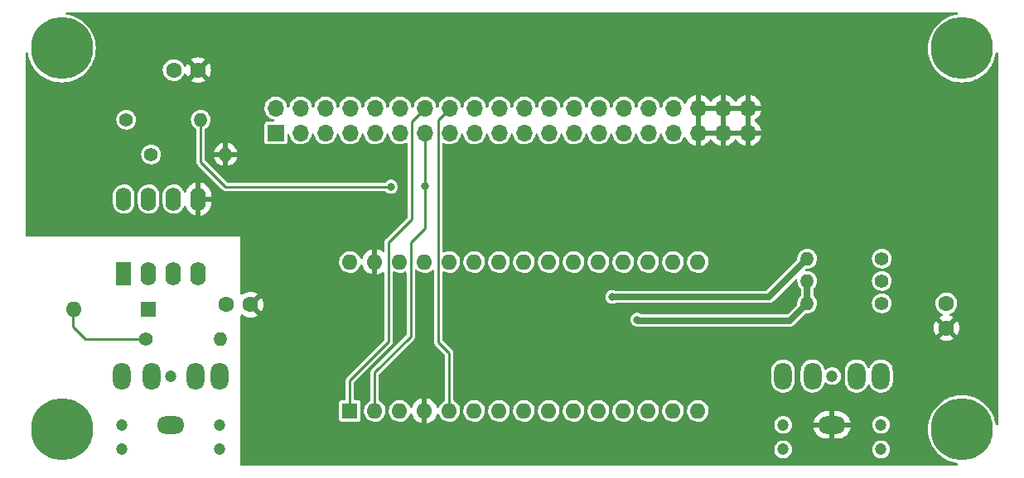
<source format=gbl>
%TF.GenerationSoftware,KiCad,Pcbnew,(6.0.1)*%
%TF.CreationDate,2022-10-07T21:35:27-04:00*%
%TF.ProjectId,MOD-NANO-CPU,4d4f442d-4e41-44e4-9f2d-4350552e6b69,rev?*%
%TF.SameCoordinates,Original*%
%TF.FileFunction,Copper,L2,Bot*%
%TF.FilePolarity,Positive*%
%FSLAX46Y46*%
G04 Gerber Fmt 4.6, Leading zero omitted, Abs format (unit mm)*
G04 Created by KiCad (PCBNEW (6.0.1)) date 2022-10-07 21:35:27*
%MOMM*%
%LPD*%
G01*
G04 APERTURE LIST*
%TA.AperFunction,ComponentPad*%
%ADD10C,1.600000*%
%TD*%
%TA.AperFunction,ComponentPad*%
%ADD11C,6.350000*%
%TD*%
%TA.AperFunction,ComponentPad*%
%ADD12C,1.400000*%
%TD*%
%TA.AperFunction,ComponentPad*%
%ADD13O,1.400000X1.400000*%
%TD*%
%TA.AperFunction,ComponentPad*%
%ADD14R,1.600000X1.600000*%
%TD*%
%TA.AperFunction,ComponentPad*%
%ADD15O,1.600000X1.600000*%
%TD*%
%TA.AperFunction,ComponentPad*%
%ADD16R,1.700000X1.700000*%
%TD*%
%TA.AperFunction,ComponentPad*%
%ADD17O,1.700000X1.700000*%
%TD*%
%TA.AperFunction,ComponentPad*%
%ADD18C,1.200000*%
%TD*%
%TA.AperFunction,ComponentPad*%
%ADD19O,1.800000X2.800000*%
%TD*%
%TA.AperFunction,ComponentPad*%
%ADD20O,2.800000X1.800000*%
%TD*%
%TA.AperFunction,ComponentPad*%
%ADD21R,1.600000X2.400000*%
%TD*%
%TA.AperFunction,ComponentPad*%
%ADD22O,1.600000X2.400000*%
%TD*%
%TA.AperFunction,ViaPad*%
%ADD23C,0.800000*%
%TD*%
%TA.AperFunction,Conductor*%
%ADD24C,0.250000*%
%TD*%
%TA.AperFunction,Conductor*%
%ADD25C,0.635000*%
%TD*%
G04 APERTURE END LIST*
D10*
%TO.P,C3,1*%
%TO.N,GND*%
X113284000Y-70231000D03*
%TO.P,C3,2*%
%TO.N,Net-(J3-PadS)*%
X110784000Y-70231000D03*
%TD*%
D11*
%TO.P,MTG1,1*%
%TO.N,N/C*%
X94000000Y-83000000D03*
%TD*%
D10*
%TO.P,C2,1*%
%TO.N,Net-(C2-Pad1)*%
X184404000Y-70123990D03*
%TO.P,C2,2*%
%TO.N,GND*%
X184404000Y-72623990D03*
%TD*%
D12*
%TO.P,R6,1*%
%TO.N,Net-(C2-Pad1)*%
X177800000Y-67818000D03*
D13*
%TO.P,R6,2*%
%TO.N,/D10*%
X170180000Y-67818000D03*
%TD*%
D14*
%TO.P,U1,1,D1/TX*%
%TO.N,/D1*%
X123449994Y-81109998D03*
D15*
%TO.P,U1,2,D0/RX*%
%TO.N,/D0*%
X125989994Y-81109998D03*
%TO.P,U1,3,~{RESET}*%
%TO.N,unconnected-(U1-Pad3)*%
X128529994Y-81109998D03*
%TO.P,U1,4,GND*%
%TO.N,GND*%
X131069994Y-81109998D03*
%TO.P,U1,5,D2*%
%TO.N,/D2*%
X133609994Y-81109998D03*
%TO.P,U1,6,D3*%
%TO.N,/D3*%
X136149994Y-81109998D03*
%TO.P,U1,7,D4*%
%TO.N,/D4*%
X138689994Y-81109998D03*
%TO.P,U1,8,D5*%
%TO.N,/D5*%
X141229994Y-81109998D03*
%TO.P,U1,9,D6*%
%TO.N,/D6*%
X143769994Y-81109998D03*
%TO.P,U1,10,D7*%
%TO.N,/D7*%
X146309994Y-81109998D03*
%TO.P,U1,11,D8*%
%TO.N,/D8*%
X148849994Y-81109998D03*
%TO.P,U1,12,D9*%
%TO.N,/D9*%
X151389994Y-81109998D03*
%TO.P,U1,13,D10*%
%TO.N,/D10*%
X153929994Y-81109998D03*
%TO.P,U1,14,D11*%
%TO.N,/D11*%
X156469994Y-81109998D03*
%TO.P,U1,15,D12*%
%TO.N,/D12*%
X159009994Y-81109998D03*
%TO.P,U1,16,D13*%
%TO.N,/D13*%
X159009994Y-65869998D03*
%TO.P,U1,17,3V3*%
%TO.N,unconnected-(U1-Pad17)*%
X156469994Y-65869998D03*
%TO.P,U1,18,AREF*%
%TO.N,unconnected-(U1-Pad18)*%
X153929994Y-65869998D03*
%TO.P,U1,19,A0*%
%TO.N,/A0*%
X151389994Y-65869998D03*
%TO.P,U1,20,A1*%
%TO.N,/A1*%
X148849994Y-65869998D03*
%TO.P,U1,21,A2*%
%TO.N,/A2*%
X146309994Y-65869998D03*
%TO.P,U1,22,A3*%
%TO.N,/A3*%
X143769994Y-65869998D03*
%TO.P,U1,23,A4*%
%TO.N,/A4*%
X141229994Y-65869998D03*
%TO.P,U1,24,A5*%
%TO.N,/A5*%
X138689994Y-65869998D03*
%TO.P,U1,25,A6*%
%TO.N,/A6*%
X136149994Y-65869998D03*
%TO.P,U1,26,A7*%
%TO.N,/A7*%
X133609994Y-65869998D03*
%TO.P,U1,27,+5V*%
%TO.N,+5V*%
X131069994Y-65869998D03*
%TO.P,U1,28,~{RESET}*%
%TO.N,unconnected-(U1-Pad28)*%
X128529994Y-65869998D03*
%TO.P,U1,29,GND*%
%TO.N,GND*%
X125989994Y-65869998D03*
%TO.P,U1,30,VIN*%
%TO.N,+12V*%
X123449994Y-65869998D03*
%TD*%
D12*
%TO.P,R1,1*%
%TO.N,Net-(D1-Pad2)*%
X102616000Y-73787000D03*
D13*
%TO.P,R1,2*%
%TO.N,/MIDI_PIN5*%
X110236000Y-73787000D03*
%TD*%
D11*
%TO.P,MTG3,1*%
%TO.N,N/C*%
X94000000Y-44000000D03*
%TD*%
D14*
%TO.P,D1,1,K*%
%TO.N,/MIDI_PIN4*%
X102870000Y-70739000D03*
D15*
%TO.P,D1,2,A*%
%TO.N,Net-(D1-Pad2)*%
X95250000Y-70739000D03*
%TD*%
D16*
%TO.P,J1,1,Pin_1*%
%TO.N,+5V*%
X115875000Y-52650000D03*
D17*
%TO.P,J1,2,Pin_2*%
X115875000Y-50110000D03*
%TO.P,J1,3,Pin_3*%
X118415000Y-52650000D03*
%TO.P,J1,4,Pin_4*%
X118415000Y-50110000D03*
%TO.P,J1,5,Pin_5*%
X120955000Y-52650000D03*
%TO.P,J1,6,Pin_6*%
X120955000Y-50110000D03*
%TO.P,J1,7,Pin_7*%
%TO.N,+12V*%
X123495000Y-52650000D03*
%TO.P,J1,8,Pin_8*%
X123495000Y-50110000D03*
%TO.P,J1,9,Pin_9*%
X126035000Y-52650000D03*
%TO.P,J1,10,Pin_10*%
X126035000Y-50110000D03*
%TO.P,J1,11,Pin_11*%
%TO.N,unconnected-(J1-Pad11)*%
X128575000Y-52650000D03*
%TO.P,J1,12,Pin_12*%
%TO.N,unconnected-(J1-Pad12)*%
X128575000Y-50110000D03*
%TO.P,J1,13,Pin_13*%
%TO.N,/D0*%
X131115000Y-52650000D03*
%TO.P,J1,14,Pin_14*%
%TO.N,/D1*%
X131115000Y-50110000D03*
%TO.P,J1,15,Pin_15*%
%TO.N,/A7*%
X133655000Y-52650000D03*
%TO.P,J1,16,Pin_16*%
%TO.N,/D2*%
X133655000Y-50110000D03*
%TO.P,J1,17,Pin_17*%
%TO.N,/A6*%
X136195000Y-52650000D03*
%TO.P,J1,18,Pin_18*%
%TO.N,/D3*%
X136195000Y-50110000D03*
%TO.P,J1,19,Pin_19*%
%TO.N,/A5*%
X138735000Y-52650000D03*
%TO.P,J1,20,Pin_20*%
%TO.N,/D4*%
X138735000Y-50110000D03*
%TO.P,J1,21,Pin_21*%
%TO.N,/A4*%
X141275000Y-52650000D03*
%TO.P,J1,22,Pin_22*%
%TO.N,/D5*%
X141275000Y-50110000D03*
%TO.P,J1,23,Pin_23*%
%TO.N,/A3*%
X143815000Y-52650000D03*
%TO.P,J1,24,Pin_24*%
%TO.N,/D6*%
X143815000Y-50110000D03*
%TO.P,J1,25,Pin_25*%
%TO.N,/A2*%
X146355000Y-52650000D03*
%TO.P,J1,26,Pin_26*%
%TO.N,/D7*%
X146355000Y-50110000D03*
%TO.P,J1,27,Pin_27*%
%TO.N,/A1*%
X148895000Y-52650000D03*
%TO.P,J1,28,Pin_28*%
%TO.N,/D8*%
X148895000Y-50110000D03*
%TO.P,J1,29,Pin_29*%
%TO.N,/A0*%
X151435000Y-52650000D03*
%TO.P,J1,30,Pin_30*%
%TO.N,/D9*%
X151435000Y-50110000D03*
%TO.P,J1,31,Pin_31*%
%TO.N,/D11*%
X153975000Y-52650000D03*
%TO.P,J1,32,Pin_32*%
%TO.N,/D10*%
X153975000Y-50110000D03*
%TO.P,J1,33,Pin_33*%
%TO.N,/D13*%
X156515000Y-52650000D03*
%TO.P,J1,34,Pin_34*%
%TO.N,/D12*%
X156515000Y-50110000D03*
%TO.P,J1,35,Pin_35*%
%TO.N,GND*%
X159055000Y-52650000D03*
%TO.P,J1,36,Pin_36*%
X159055000Y-50110000D03*
%TO.P,J1,37,Pin_37*%
X161595000Y-52650000D03*
%TO.P,J1,38,Pin_38*%
X161595000Y-50110000D03*
%TO.P,J1,39,Pin_39*%
X164135000Y-52650000D03*
%TO.P,J1,40,Pin_40*%
X164135000Y-50110000D03*
%TD*%
D18*
%TO.P,J2,90*%
%TO.N,N/C*%
X177720000Y-82550000D03*
X177720000Y-85050000D03*
X167720000Y-82550000D03*
X172720000Y-77550000D03*
X167720000Y-85050000D03*
D19*
%TO.P,J2,R*%
%TO.N,unconnected-(J2-PadR)*%
X167720000Y-77550000D03*
%TO.P,J2,RN*%
%TO.N,N/C*%
X170720000Y-77550000D03*
D20*
%TO.P,J2,S*%
%TO.N,GND*%
X172720000Y-82550000D03*
D19*
%TO.P,J2,T*%
%TO.N,Net-(C2-Pad1)*%
X177720000Y-77550000D03*
%TO.P,J2,TN*%
%TO.N,N/C*%
X175220000Y-77550000D03*
%TD*%
D18*
%TO.P,J3,90*%
%TO.N,N/C*%
X100156000Y-85050000D03*
X100156000Y-82550000D03*
X110156000Y-85050000D03*
X105156000Y-77550000D03*
X110156000Y-82550000D03*
D19*
%TO.P,J3,R*%
%TO.N,/MIDI_PIN4*%
X100156000Y-77550000D03*
%TO.P,J3,RN*%
%TO.N,N/C*%
X103156000Y-77550000D03*
D20*
%TO.P,J3,S*%
%TO.N,Net-(J3-PadS)*%
X105156000Y-82550000D03*
D19*
%TO.P,J3,T*%
%TO.N,/MIDI_PIN5*%
X110156000Y-77550000D03*
%TO.P,J3,TN*%
%TO.N,N/C*%
X107656000Y-77550000D03*
%TD*%
D12*
%TO.P,R3,1*%
%TO.N,+5V*%
X100584000Y-51308000D03*
D13*
%TO.P,R3,2*%
%TO.N,/D0*%
X108204000Y-51308000D03*
%TD*%
D12*
%TO.P,R2,1*%
%TO.N,Net-(R2-Pad1)*%
X103124000Y-54864000D03*
D13*
%TO.P,R2,2*%
%TO.N,GND*%
X110744000Y-54864000D03*
%TD*%
D12*
%TO.P,R7,1*%
%TO.N,Net-(C2-Pad1)*%
X177800000Y-70104000D03*
D13*
%TO.P,R7,2*%
%TO.N,/D10*%
X170180000Y-70104000D03*
%TD*%
D10*
%TO.P,C1,1*%
%TO.N,+5V*%
X105430000Y-46228000D03*
%TO.P,C1,2*%
%TO.N,GND*%
X107930000Y-46228000D03*
%TD*%
D21*
%TO.P,U2,1,NC*%
%TO.N,unconnected-(U2-Pad1)*%
X100340000Y-67046000D03*
D22*
%TO.P,U2,2,C1*%
%TO.N,/MIDI_PIN4*%
X102880000Y-67046000D03*
%TO.P,U2,3,C2*%
%TO.N,Net-(D1-Pad2)*%
X105420000Y-67046000D03*
%TO.P,U2,4,NC*%
%TO.N,unconnected-(U2-Pad4)*%
X107960000Y-67046000D03*
%TO.P,U2,5,GND*%
%TO.N,GND*%
X107960000Y-59426000D03*
%TO.P,U2,6,VO2*%
%TO.N,/D0*%
X105420000Y-59426000D03*
%TO.P,U2,7,VO1*%
%TO.N,Net-(R2-Pad1)*%
X102880000Y-59426000D03*
%TO.P,U2,8,VCC*%
%TO.N,+5V*%
X100340000Y-59426000D03*
%TD*%
D11*
%TO.P,MTG2,1*%
%TO.N,N/C*%
X186000000Y-83000000D03*
%TD*%
%TO.P,MTG4,1*%
%TO.N,N/C*%
X186000000Y-44000000D03*
%TD*%
D12*
%TO.P,R5,1*%
%TO.N,Net-(C2-Pad1)*%
X177800000Y-65532000D03*
D13*
%TO.P,R5,2*%
%TO.N,/D9*%
X170180000Y-65532000D03*
%TD*%
D23*
%TO.N,/D9*%
X150260489Y-69449511D03*
%TO.N,/D10*%
X152800489Y-71774489D03*
%TO.N,/D0*%
X127635000Y-58166000D03*
X131115000Y-58115000D03*
%TD*%
D24*
%TO.N,/D2*%
X132480489Y-74060489D02*
X132480489Y-51284511D01*
X133610000Y-81110000D02*
X133610000Y-75190000D01*
X133610000Y-75190000D02*
X132480489Y-74060489D01*
X132480489Y-51284511D02*
X133655000Y-50110000D01*
D25*
%TO.N,/D9*%
X166262482Y-69449518D02*
X170180000Y-65532000D01*
X150260482Y-69449518D02*
X166262482Y-69449518D01*
%TO.N,/D10*%
X168402000Y-71882000D02*
X152908000Y-71882000D01*
X170180000Y-70104000D02*
X168402000Y-71882000D01*
X170180000Y-67818000D02*
X170180000Y-70104000D01*
D24*
X152908000Y-71882000D02*
X152800489Y-71774489D01*
%TO.N,/D1*%
X129749511Y-54400489D02*
X129794000Y-54444978D01*
X127405483Y-63856517D02*
X127405489Y-63856511D01*
X129749511Y-51475489D02*
X129749511Y-54400489D01*
X129794000Y-61468000D02*
X127405489Y-63856511D01*
X129794000Y-54444978D02*
X129794000Y-61468000D01*
X127405483Y-74016517D02*
X127405483Y-63856517D01*
X131115000Y-50110000D02*
X129749511Y-51475489D01*
X123449994Y-81109998D02*
X123449994Y-77972006D01*
X123449994Y-77972006D02*
X127405483Y-74016517D01*
%TO.N,/D0*%
X131115000Y-58115000D02*
X131115000Y-52650000D01*
X110744000Y-58166000D02*
X108204000Y-55626000D01*
X131115000Y-62433000D02*
X131115000Y-58115000D01*
X129679489Y-63868511D02*
X131115000Y-62433000D01*
X125990000Y-81110000D02*
X125990000Y-77185022D01*
X108204000Y-55626000D02*
X108204000Y-51308000D01*
X127635000Y-58166000D02*
X110744000Y-58166000D01*
X129654511Y-73520511D02*
X129654511Y-63868511D01*
X125990000Y-77185022D02*
X129654511Y-73520511D01*
X129654511Y-63868511D02*
X129679489Y-63868511D01*
%TO.N,Net-(D1-Pad2)*%
X96393000Y-73787000D02*
X95123000Y-72517000D01*
X102616000Y-73787000D02*
X96393000Y-73787000D01*
X95123000Y-72517000D02*
X95123000Y-70866000D01*
%TD*%
%TA.AperFunction,Conductor*%
%TO.N,GND*%
G36*
X185550059Y-40324802D02*
G01*
X185596552Y-40378458D01*
X185606656Y-40448732D01*
X185577162Y-40513312D01*
X185517436Y-40551696D01*
X185501650Y-40555249D01*
X185275412Y-40591081D01*
X184923052Y-40685496D01*
X184582492Y-40816225D01*
X184579552Y-40817723D01*
X184260403Y-40980337D01*
X184260396Y-40980341D01*
X184257462Y-40981836D01*
X183951524Y-41180514D01*
X183668029Y-41410084D01*
X183410084Y-41668029D01*
X183180514Y-41951524D01*
X182981836Y-42257462D01*
X182816225Y-42582492D01*
X182685496Y-42923052D01*
X182591081Y-43275412D01*
X182534016Y-43635710D01*
X182514924Y-44000000D01*
X182534016Y-44364290D01*
X182534529Y-44367530D01*
X182534530Y-44367538D01*
X182555249Y-44498351D01*
X182591081Y-44724588D01*
X182685496Y-45076948D01*
X182686681Y-45080036D01*
X182686682Y-45080038D01*
X182702584Y-45121463D01*
X182816225Y-45417508D01*
X182817723Y-45420448D01*
X182933671Y-45648008D01*
X182981836Y-45742538D01*
X182983632Y-45745304D01*
X182983634Y-45745307D01*
X183060364Y-45863461D01*
X183180514Y-46048476D01*
X183410084Y-46331971D01*
X183668029Y-46589916D01*
X183951524Y-46819486D01*
X183954299Y-46821288D01*
X184137425Y-46940211D01*
X184257462Y-47018164D01*
X184260396Y-47019659D01*
X184260403Y-47019663D01*
X184507628Y-47145630D01*
X184582492Y-47183775D01*
X184639864Y-47205798D01*
X184906617Y-47308195D01*
X184923052Y-47314504D01*
X185275412Y-47408919D01*
X185466987Y-47439261D01*
X185632462Y-47465470D01*
X185632470Y-47465471D01*
X185635710Y-47465984D01*
X186000000Y-47485076D01*
X186364290Y-47465984D01*
X186367530Y-47465471D01*
X186367538Y-47465470D01*
X186533013Y-47439261D01*
X186724588Y-47408919D01*
X187076948Y-47314504D01*
X187093384Y-47308195D01*
X187360136Y-47205798D01*
X187417508Y-47183775D01*
X187492372Y-47145630D01*
X187739597Y-47019663D01*
X187739604Y-47019659D01*
X187742538Y-47018164D01*
X187862576Y-46940211D01*
X188045701Y-46821288D01*
X188048476Y-46819486D01*
X188331971Y-46589916D01*
X188589916Y-46331971D01*
X188819486Y-46048476D01*
X188939636Y-45863461D01*
X189016366Y-45745307D01*
X189016368Y-45745304D01*
X189018164Y-45742538D01*
X189066330Y-45648008D01*
X189182277Y-45420448D01*
X189183775Y-45417508D01*
X189297416Y-45121463D01*
X189313318Y-45080038D01*
X189313319Y-45080036D01*
X189314504Y-45076948D01*
X189408919Y-44724588D01*
X189444751Y-44498351D01*
X189475163Y-44434198D01*
X189535431Y-44396671D01*
X189606421Y-44397685D01*
X189665593Y-44436918D01*
X189694161Y-44501913D01*
X189695200Y-44518062D01*
X189695200Y-82481938D01*
X189675198Y-82550059D01*
X189621542Y-82596552D01*
X189551268Y-82606656D01*
X189486688Y-82577162D01*
X189448304Y-82517436D01*
X189444751Y-82501649D01*
X189427499Y-82392725D01*
X189408919Y-82275412D01*
X189314504Y-81923052D01*
X189312229Y-81917124D01*
X189263316Y-81789703D01*
X189183775Y-81582492D01*
X189134497Y-81485778D01*
X189019663Y-81260403D01*
X189019659Y-81260396D01*
X189018164Y-81257462D01*
X188951981Y-81155548D01*
X188821288Y-80954299D01*
X188819486Y-80951524D01*
X188589916Y-80668029D01*
X188331971Y-80410084D01*
X188048476Y-80180514D01*
X187926075Y-80101026D01*
X187745307Y-79983634D01*
X187745304Y-79983632D01*
X187742538Y-79981836D01*
X187739604Y-79980341D01*
X187739597Y-79980337D01*
X187420448Y-79817723D01*
X187417508Y-79816225D01*
X187076948Y-79685496D01*
X186724588Y-79591081D01*
X186533013Y-79560739D01*
X186367538Y-79534530D01*
X186367530Y-79534529D01*
X186364290Y-79534016D01*
X186000000Y-79514924D01*
X185635710Y-79534016D01*
X185632470Y-79534529D01*
X185632462Y-79534530D01*
X185466987Y-79560739D01*
X185275412Y-79591081D01*
X184923052Y-79685496D01*
X184582492Y-79816225D01*
X184579552Y-79817723D01*
X184260403Y-79980337D01*
X184260396Y-79980341D01*
X184257462Y-79981836D01*
X184254696Y-79983632D01*
X184254693Y-79983634D01*
X184073925Y-80101026D01*
X183951524Y-80180514D01*
X183668029Y-80410084D01*
X183410084Y-80668029D01*
X183180514Y-80951524D01*
X183178712Y-80954299D01*
X183048020Y-81155548D01*
X182981836Y-81257462D01*
X182980341Y-81260396D01*
X182980337Y-81260403D01*
X182865503Y-81485778D01*
X182816225Y-81582492D01*
X182736684Y-81789703D01*
X182687772Y-81917124D01*
X182685496Y-81923052D01*
X182591081Y-82275412D01*
X182574023Y-82383114D01*
X182538618Y-82606656D01*
X182534016Y-82635710D01*
X182514924Y-83000000D01*
X182534016Y-83364290D01*
X182591081Y-83724588D01*
X182685496Y-84076948D01*
X182816225Y-84417508D01*
X182817723Y-84420448D01*
X182953048Y-84686038D01*
X182981836Y-84742538D01*
X183180514Y-85048476D01*
X183410084Y-85331971D01*
X183668029Y-85589916D01*
X183951524Y-85819486D01*
X184008410Y-85856428D01*
X184101848Y-85917107D01*
X184257462Y-86018164D01*
X184260396Y-86019659D01*
X184260403Y-86019663D01*
X184363998Y-86072447D01*
X184582492Y-86183775D01*
X184923052Y-86314504D01*
X185275412Y-86408919D01*
X185501649Y-86444751D01*
X185565802Y-86475163D01*
X185603329Y-86535431D01*
X185602315Y-86606421D01*
X185563082Y-86665593D01*
X185498087Y-86694161D01*
X185481938Y-86695200D01*
X112394000Y-86695200D01*
X112325879Y-86675198D01*
X112279386Y-86621542D01*
X112268000Y-86569200D01*
X112268000Y-85050000D01*
X166809713Y-85050000D01*
X166829605Y-85239259D01*
X166888411Y-85420247D01*
X166983562Y-85585053D01*
X167110899Y-85726475D01*
X167264856Y-85838332D01*
X167270885Y-85841016D01*
X167270888Y-85841018D01*
X167432670Y-85913047D01*
X167432673Y-85913048D01*
X167438706Y-85915734D01*
X167479382Y-85924380D01*
X167618392Y-85953928D01*
X167618396Y-85953928D01*
X167624849Y-85955300D01*
X167815151Y-85955300D01*
X167821604Y-85953928D01*
X167821608Y-85953928D01*
X167960618Y-85924380D01*
X168001294Y-85915734D01*
X168007327Y-85913048D01*
X168007330Y-85913047D01*
X168169112Y-85841018D01*
X168169115Y-85841016D01*
X168175144Y-85838332D01*
X168329101Y-85726475D01*
X168456438Y-85585053D01*
X168551589Y-85420247D01*
X168610395Y-85239259D01*
X168630287Y-85050000D01*
X176809713Y-85050000D01*
X176829605Y-85239259D01*
X176888411Y-85420247D01*
X176983562Y-85585053D01*
X177110899Y-85726475D01*
X177264856Y-85838332D01*
X177270885Y-85841016D01*
X177270888Y-85841018D01*
X177432670Y-85913047D01*
X177432673Y-85913048D01*
X177438706Y-85915734D01*
X177479382Y-85924380D01*
X177618392Y-85953928D01*
X177618396Y-85953928D01*
X177624849Y-85955300D01*
X177815151Y-85955300D01*
X177821604Y-85953928D01*
X177821608Y-85953928D01*
X177960618Y-85924380D01*
X178001294Y-85915734D01*
X178007327Y-85913048D01*
X178007330Y-85913047D01*
X178169112Y-85841018D01*
X178169115Y-85841016D01*
X178175144Y-85838332D01*
X178329101Y-85726475D01*
X178456438Y-85585053D01*
X178551589Y-85420247D01*
X178610395Y-85239259D01*
X178630287Y-85050000D01*
X178610395Y-84860741D01*
X178551589Y-84679753D01*
X178456438Y-84514947D01*
X178368704Y-84417508D01*
X178333523Y-84378436D01*
X178333522Y-84378435D01*
X178329101Y-84373525D01*
X178175144Y-84261668D01*
X178169115Y-84258984D01*
X178169112Y-84258982D01*
X178007330Y-84186953D01*
X178007327Y-84186952D01*
X178001294Y-84184266D01*
X177960618Y-84175620D01*
X177821608Y-84146072D01*
X177821604Y-84146072D01*
X177815151Y-84144700D01*
X177624849Y-84144700D01*
X177618396Y-84146072D01*
X177618392Y-84146072D01*
X177531777Y-84164483D01*
X177438706Y-84184266D01*
X177432676Y-84186951D01*
X177432675Y-84186951D01*
X177270887Y-84258983D01*
X177270885Y-84258984D01*
X177264857Y-84261668D01*
X177110899Y-84373525D01*
X177106478Y-84378435D01*
X177106477Y-84378436D01*
X177071297Y-84417508D01*
X176983562Y-84514947D01*
X176888411Y-84679753D01*
X176829605Y-84860741D01*
X176809713Y-85050000D01*
X168630287Y-85050000D01*
X168610395Y-84860741D01*
X168551589Y-84679753D01*
X168456438Y-84514947D01*
X168368704Y-84417508D01*
X168333523Y-84378436D01*
X168333522Y-84378435D01*
X168329101Y-84373525D01*
X168175144Y-84261668D01*
X168169115Y-84258984D01*
X168169112Y-84258982D01*
X168007330Y-84186953D01*
X168007327Y-84186952D01*
X168001294Y-84184266D01*
X167960618Y-84175620D01*
X167821608Y-84146072D01*
X167821604Y-84146072D01*
X167815151Y-84144700D01*
X167624849Y-84144700D01*
X167618396Y-84146072D01*
X167618392Y-84146072D01*
X167531777Y-84164483D01*
X167438706Y-84184266D01*
X167432676Y-84186951D01*
X167432675Y-84186951D01*
X167270887Y-84258983D01*
X167270885Y-84258984D01*
X167264857Y-84261668D01*
X167110899Y-84373525D01*
X167106478Y-84378435D01*
X167106477Y-84378436D01*
X167071297Y-84417508D01*
X166983562Y-84514947D01*
X166888411Y-84679753D01*
X166829605Y-84860741D01*
X166809713Y-85050000D01*
X112268000Y-85050000D01*
X112268000Y-82550000D01*
X166809713Y-82550000D01*
X166810403Y-82556565D01*
X166818722Y-82635710D01*
X166829605Y-82739259D01*
X166888411Y-82920247D01*
X166983562Y-83085053D01*
X167110899Y-83226475D01*
X167264856Y-83338332D01*
X167270885Y-83341016D01*
X167270888Y-83341018D01*
X167432670Y-83413047D01*
X167432673Y-83413048D01*
X167438706Y-83415734D01*
X167479382Y-83424380D01*
X167618392Y-83453928D01*
X167618396Y-83453928D01*
X167624849Y-83455300D01*
X167815151Y-83455300D01*
X167821604Y-83453928D01*
X167821608Y-83453928D01*
X167960618Y-83424380D01*
X168001294Y-83415734D01*
X168007327Y-83413048D01*
X168007330Y-83413047D01*
X168169112Y-83341018D01*
X168169115Y-83341016D01*
X168175144Y-83338332D01*
X168329101Y-83226475D01*
X168456438Y-83085053D01*
X168551589Y-82920247D01*
X168584622Y-82818580D01*
X170837662Y-82818580D01*
X170865413Y-82950840D01*
X170868473Y-82961037D01*
X170952315Y-83173340D01*
X170957049Y-83182876D01*
X171075468Y-83378025D01*
X171081734Y-83386618D01*
X171231342Y-83559027D01*
X171238972Y-83566447D01*
X171415488Y-83711180D01*
X171424255Y-83717206D01*
X171622633Y-83830129D01*
X171632297Y-83834595D01*
X171846868Y-83912481D01*
X171857135Y-83915251D01*
X172082932Y-83956081D01*
X172091162Y-83957016D01*
X172110550Y-83957930D01*
X172113526Y-83958000D01*
X172447885Y-83958000D01*
X172463124Y-83953525D01*
X172464329Y-83952135D01*
X172466000Y-83944452D01*
X172466000Y-83939885D01*
X172974000Y-83939885D01*
X172978475Y-83955124D01*
X172979865Y-83956329D01*
X172987548Y-83958000D01*
X173277340Y-83958000D01*
X173282649Y-83957775D01*
X173452771Y-83943340D01*
X173463259Y-83941548D01*
X173684211Y-83884199D01*
X173694239Y-83880667D01*
X173902363Y-83786915D01*
X173911669Y-83781735D01*
X174101024Y-83654253D01*
X174109307Y-83647594D01*
X174274478Y-83490029D01*
X174281530Y-83482058D01*
X174417790Y-83298918D01*
X174423394Y-83289881D01*
X174526851Y-83086394D01*
X174530852Y-83076541D01*
X174598544Y-82858539D01*
X174600828Y-82848152D01*
X174604300Y-82821957D01*
X174602104Y-82807793D01*
X174588919Y-82804000D01*
X172992115Y-82804000D01*
X172976876Y-82808475D01*
X172975671Y-82809865D01*
X172974000Y-82817548D01*
X172974000Y-83939885D01*
X172466000Y-83939885D01*
X172466000Y-82822115D01*
X172461525Y-82806876D01*
X172460135Y-82805671D01*
X172452452Y-82804000D01*
X170852718Y-82804000D01*
X170839187Y-82807973D01*
X170837662Y-82818580D01*
X168584622Y-82818580D01*
X168610395Y-82739259D01*
X168621279Y-82635710D01*
X168629597Y-82556565D01*
X168630287Y-82550000D01*
X176809713Y-82550000D01*
X176810403Y-82556565D01*
X176818722Y-82635710D01*
X176829605Y-82739259D01*
X176888411Y-82920247D01*
X176983562Y-83085053D01*
X177110899Y-83226475D01*
X177264856Y-83338332D01*
X177270885Y-83341016D01*
X177270888Y-83341018D01*
X177432670Y-83413047D01*
X177432673Y-83413048D01*
X177438706Y-83415734D01*
X177479382Y-83424380D01*
X177618392Y-83453928D01*
X177618396Y-83453928D01*
X177624849Y-83455300D01*
X177815151Y-83455300D01*
X177821604Y-83453928D01*
X177821608Y-83453928D01*
X177960618Y-83424380D01*
X178001294Y-83415734D01*
X178007327Y-83413048D01*
X178007330Y-83413047D01*
X178169112Y-83341018D01*
X178169115Y-83341016D01*
X178175144Y-83338332D01*
X178329101Y-83226475D01*
X178456438Y-83085053D01*
X178551589Y-82920247D01*
X178610395Y-82739259D01*
X178621279Y-82635710D01*
X178629597Y-82556565D01*
X178630287Y-82550000D01*
X178613757Y-82392725D01*
X178611085Y-82367305D01*
X178611085Y-82367304D01*
X178610395Y-82360741D01*
X178604140Y-82341488D01*
X178553631Y-82186038D01*
X178551589Y-82179753D01*
X178543804Y-82166268D01*
X178497181Y-82085516D01*
X178456438Y-82014947D01*
X178421248Y-81975864D01*
X178333523Y-81878436D01*
X178333522Y-81878435D01*
X178329101Y-81873525D01*
X178175144Y-81761668D01*
X178169115Y-81758984D01*
X178169112Y-81758982D01*
X178007330Y-81686953D01*
X178007327Y-81686952D01*
X178001294Y-81684266D01*
X177943399Y-81671960D01*
X177821608Y-81646072D01*
X177821604Y-81646072D01*
X177815151Y-81644700D01*
X177624849Y-81644700D01*
X177618396Y-81646072D01*
X177618392Y-81646072D01*
X177553950Y-81659770D01*
X177438706Y-81684266D01*
X177432676Y-81686951D01*
X177432675Y-81686951D01*
X177270887Y-81758983D01*
X177270885Y-81758984D01*
X177264857Y-81761668D01*
X177259516Y-81765548D01*
X177259515Y-81765549D01*
X177164014Y-81834935D01*
X177110899Y-81873525D01*
X177106478Y-81878435D01*
X177106477Y-81878436D01*
X177018753Y-81975864D01*
X176983562Y-82014947D01*
X176942819Y-82085516D01*
X176896197Y-82166268D01*
X176888411Y-82179753D01*
X176886369Y-82186038D01*
X176835861Y-82341488D01*
X176829605Y-82360741D01*
X176828915Y-82367304D01*
X176828915Y-82367305D01*
X176826243Y-82392725D01*
X176809713Y-82550000D01*
X168630287Y-82550000D01*
X168613757Y-82392725D01*
X168611085Y-82367305D01*
X168611085Y-82367304D01*
X168610395Y-82360741D01*
X168604140Y-82341488D01*
X168583525Y-82278043D01*
X170835700Y-82278043D01*
X170837896Y-82292207D01*
X170851081Y-82296000D01*
X172447885Y-82296000D01*
X172463124Y-82291525D01*
X172464329Y-82290135D01*
X172466000Y-82282452D01*
X172466000Y-82277885D01*
X172974000Y-82277885D01*
X172978475Y-82293124D01*
X172979865Y-82294329D01*
X172987548Y-82296000D01*
X174587282Y-82296000D01*
X174600813Y-82292027D01*
X174602338Y-82281420D01*
X174574587Y-82149160D01*
X174571527Y-82138963D01*
X174487685Y-81926660D01*
X174482951Y-81917124D01*
X174364532Y-81721975D01*
X174358266Y-81713382D01*
X174208658Y-81540973D01*
X174201028Y-81533553D01*
X174024512Y-81388820D01*
X174015745Y-81382794D01*
X173817367Y-81269871D01*
X173807703Y-81265405D01*
X173593132Y-81187519D01*
X173582865Y-81184749D01*
X173357068Y-81143919D01*
X173348838Y-81142984D01*
X173329450Y-81142070D01*
X173326474Y-81142000D01*
X172992115Y-81142000D01*
X172976876Y-81146475D01*
X172975671Y-81147865D01*
X172974000Y-81155548D01*
X172974000Y-82277885D01*
X172466000Y-82277885D01*
X172466000Y-81160115D01*
X172461525Y-81144876D01*
X172460135Y-81143671D01*
X172452452Y-81142000D01*
X172162660Y-81142000D01*
X172157351Y-81142225D01*
X171987229Y-81156660D01*
X171976741Y-81158452D01*
X171755789Y-81215801D01*
X171745761Y-81219333D01*
X171537637Y-81313085D01*
X171528331Y-81318265D01*
X171338976Y-81445747D01*
X171330693Y-81452406D01*
X171165522Y-81609971D01*
X171158470Y-81617942D01*
X171022210Y-81801082D01*
X171016606Y-81810119D01*
X170913149Y-82013606D01*
X170909148Y-82023459D01*
X170841456Y-82241461D01*
X170839172Y-82251848D01*
X170835700Y-82278043D01*
X168583525Y-82278043D01*
X168553631Y-82186038D01*
X168551589Y-82179753D01*
X168543804Y-82166268D01*
X168497181Y-82085516D01*
X168456438Y-82014947D01*
X168421248Y-81975864D01*
X168333523Y-81878436D01*
X168333522Y-81878435D01*
X168329101Y-81873525D01*
X168175144Y-81761668D01*
X168169115Y-81758984D01*
X168169112Y-81758982D01*
X168007330Y-81686953D01*
X168007327Y-81686952D01*
X168001294Y-81684266D01*
X167943399Y-81671960D01*
X167821608Y-81646072D01*
X167821604Y-81646072D01*
X167815151Y-81644700D01*
X167624849Y-81644700D01*
X167618396Y-81646072D01*
X167618392Y-81646072D01*
X167553950Y-81659770D01*
X167438706Y-81684266D01*
X167432676Y-81686951D01*
X167432675Y-81686951D01*
X167270887Y-81758983D01*
X167270885Y-81758984D01*
X167264857Y-81761668D01*
X167259516Y-81765548D01*
X167259515Y-81765549D01*
X167164014Y-81834935D01*
X167110899Y-81873525D01*
X167106478Y-81878435D01*
X167106477Y-81878436D01*
X167018753Y-81975864D01*
X166983562Y-82014947D01*
X166942819Y-82085516D01*
X166896197Y-82166268D01*
X166888411Y-82179753D01*
X166886369Y-82186038D01*
X166835861Y-82341488D01*
X166829605Y-82360741D01*
X166828915Y-82367304D01*
X166828915Y-82367305D01*
X166826243Y-82392725D01*
X166809713Y-82550000D01*
X112268000Y-82550000D01*
X112268000Y-71358406D01*
X112288002Y-71290285D01*
X112341658Y-71243792D01*
X112411932Y-71233688D01*
X112466271Y-71255193D01*
X112622993Y-71364931D01*
X112632489Y-71370414D01*
X112829947Y-71462490D01*
X112840239Y-71466236D01*
X113050688Y-71522625D01*
X113061481Y-71524528D01*
X113278525Y-71543517D01*
X113289475Y-71543517D01*
X113506519Y-71524528D01*
X113517312Y-71522625D01*
X113727761Y-71466236D01*
X113738053Y-71462490D01*
X113935511Y-71370414D01*
X113945006Y-71364931D01*
X113997048Y-71328491D01*
X114005424Y-71318012D01*
X113998356Y-71304566D01*
X113013885Y-70320095D01*
X112979859Y-70257783D01*
X112981694Y-70232132D01*
X113648408Y-70232132D01*
X113648539Y-70233965D01*
X113652790Y-70240580D01*
X114358287Y-70946077D01*
X114370062Y-70952507D01*
X114382077Y-70943211D01*
X114417931Y-70892006D01*
X114423414Y-70882511D01*
X114515490Y-70685053D01*
X114519236Y-70674761D01*
X114575625Y-70464312D01*
X114577528Y-70453519D01*
X114596517Y-70236475D01*
X114596517Y-70225525D01*
X114577528Y-70008481D01*
X114575625Y-69997688D01*
X114519236Y-69787239D01*
X114515490Y-69776947D01*
X114423414Y-69579489D01*
X114417931Y-69569994D01*
X114381491Y-69517952D01*
X114371012Y-69509576D01*
X114357566Y-69516644D01*
X113656022Y-70218188D01*
X113648408Y-70232132D01*
X112981694Y-70232132D01*
X112984924Y-70186968D01*
X113013885Y-70141905D01*
X113999077Y-69156713D01*
X114005507Y-69144938D01*
X113996211Y-69132923D01*
X113945006Y-69097069D01*
X113935511Y-69091586D01*
X113738053Y-68999510D01*
X113727761Y-68995764D01*
X113517312Y-68939375D01*
X113506519Y-68937472D01*
X113289475Y-68918483D01*
X113278525Y-68918483D01*
X113061481Y-68937472D01*
X113050688Y-68939375D01*
X112840239Y-68995764D01*
X112829947Y-68999510D01*
X112632489Y-69091586D01*
X112622993Y-69097069D01*
X112466271Y-69206807D01*
X112398997Y-69229495D01*
X112330136Y-69212210D01*
X112281552Y-69160440D01*
X112268000Y-69103594D01*
X112268000Y-65840941D01*
X122340339Y-65840941D01*
X122353625Y-66043646D01*
X122355046Y-66049242D01*
X122355047Y-66049247D01*
X122376726Y-66134605D01*
X122403629Y-66240535D01*
X122488675Y-66425015D01*
X122605917Y-66590908D01*
X122751426Y-66732657D01*
X122756222Y-66735862D01*
X122756225Y-66735864D01*
X122863976Y-66807861D01*
X122920331Y-66845516D01*
X122925634Y-66847794D01*
X122925637Y-66847796D01*
X123071264Y-66910362D01*
X123106974Y-66925704D01*
X123179375Y-66942086D01*
X123299468Y-66969261D01*
X123299473Y-66969262D01*
X123305105Y-66970536D01*
X123310876Y-66970763D01*
X123310878Y-66970763D01*
X123360966Y-66972731D01*
X123508089Y-66978512D01*
X123626115Y-66961399D01*
X123703405Y-66950193D01*
X123703409Y-66950192D01*
X123709127Y-66949363D01*
X123714599Y-66947505D01*
X123714601Y-66947505D01*
X123896022Y-66885920D01*
X123896024Y-66885919D01*
X123901486Y-66884065D01*
X124078725Y-66784807D01*
X124118056Y-66752096D01*
X124199282Y-66684540D01*
X124234907Y-66654911D01*
X124364803Y-66498729D01*
X124377837Y-66475456D01*
X124461242Y-66326523D01*
X124464061Y-66321490D01*
X124466686Y-66313759D01*
X124489762Y-66245778D01*
X124494163Y-66232812D01*
X124535000Y-66174737D01*
X124600753Y-66147959D01*
X124670545Y-66160980D01*
X124722219Y-66209667D01*
X124735183Y-66240704D01*
X124754758Y-66313759D01*
X124758504Y-66324051D01*
X124850580Y-66521509D01*
X124856063Y-66531005D01*
X124981022Y-66709465D01*
X124988078Y-66717873D01*
X125142119Y-66871914D01*
X125150527Y-66878970D01*
X125328987Y-67003929D01*
X125338483Y-67009412D01*
X125535941Y-67101488D01*
X125546233Y-67105234D01*
X125718497Y-67151392D01*
X125732593Y-67151056D01*
X125735994Y-67143114D01*
X125735994Y-64602031D01*
X125732021Y-64588500D01*
X125723472Y-64587271D01*
X125546233Y-64634762D01*
X125535941Y-64638508D01*
X125338483Y-64730584D01*
X125328987Y-64736067D01*
X125150527Y-64861026D01*
X125142119Y-64868082D01*
X124988078Y-65022123D01*
X124981022Y-65030531D01*
X124856063Y-65208991D01*
X124850580Y-65218487D01*
X124758504Y-65415945D01*
X124754758Y-65426237D01*
X124736247Y-65495321D01*
X124699295Y-65555944D01*
X124635434Y-65586965D01*
X124564940Y-65578537D01*
X124510193Y-65533334D01*
X124493271Y-65496911D01*
X124487870Y-65477762D01*
X124486301Y-65472197D01*
X124396454Y-65290006D01*
X124274911Y-65127240D01*
X124253486Y-65107435D01*
X124129980Y-64993267D01*
X124129977Y-64993265D01*
X124125740Y-64989348D01*
X124073795Y-64956573D01*
X123958823Y-64884031D01*
X123958818Y-64884029D01*
X123953939Y-64880950D01*
X123765261Y-64805675D01*
X123566024Y-64766044D01*
X123560249Y-64765968D01*
X123560245Y-64765968D01*
X123458756Y-64764640D01*
X123362902Y-64763385D01*
X123357205Y-64764364D01*
X123357204Y-64764364D01*
X123168393Y-64796808D01*
X123162696Y-64797787D01*
X122972112Y-64868097D01*
X122967152Y-64871048D01*
X122967150Y-64871049D01*
X122815467Y-64961291D01*
X122797532Y-64971961D01*
X122644803Y-65105900D01*
X122519040Y-65265430D01*
X122516351Y-65270541D01*
X122516349Y-65270544D01*
X122506110Y-65290006D01*
X122424455Y-65445206D01*
X122364216Y-65639209D01*
X122340339Y-65840941D01*
X112268000Y-65840941D01*
X112268000Y-63246000D01*
X90430800Y-63246000D01*
X90362679Y-63225998D01*
X90316186Y-63172342D01*
X90304800Y-63120000D01*
X90304800Y-59878699D01*
X99234700Y-59878699D01*
X99249704Y-60035958D01*
X99309076Y-60238340D01*
X99311820Y-60243667D01*
X99311820Y-60243668D01*
X99357009Y-60331407D01*
X99405647Y-60425844D01*
X99535932Y-60591704D01*
X99540463Y-60595636D01*
X99540466Y-60595639D01*
X99676201Y-60713423D01*
X99695229Y-60729935D01*
X99700415Y-60732935D01*
X99700419Y-60732938D01*
X99857919Y-60824053D01*
X99877792Y-60835550D01*
X100077032Y-60904738D01*
X100082965Y-60905598D01*
X100082968Y-60905599D01*
X100279821Y-60934141D01*
X100279824Y-60934141D01*
X100285761Y-60935002D01*
X100496447Y-60925251D01*
X100502271Y-60923847D01*
X100502274Y-60923847D01*
X100695654Y-60877242D01*
X100695656Y-60877241D01*
X100701487Y-60875836D01*
X100706945Y-60873354D01*
X100706949Y-60873353D01*
X100823029Y-60820575D01*
X100893485Y-60788540D01*
X101065511Y-60666513D01*
X101211359Y-60514158D01*
X101325766Y-60336973D01*
X101404604Y-60141350D01*
X101445029Y-59934349D01*
X101445300Y-59928808D01*
X101445300Y-59878699D01*
X101774700Y-59878699D01*
X101789704Y-60035958D01*
X101849076Y-60238340D01*
X101851820Y-60243667D01*
X101851820Y-60243668D01*
X101897009Y-60331407D01*
X101945647Y-60425844D01*
X102075932Y-60591704D01*
X102080463Y-60595636D01*
X102080466Y-60595639D01*
X102216201Y-60713423D01*
X102235229Y-60729935D01*
X102240415Y-60732935D01*
X102240419Y-60732938D01*
X102397919Y-60824053D01*
X102417792Y-60835550D01*
X102617032Y-60904738D01*
X102622965Y-60905598D01*
X102622968Y-60905599D01*
X102819821Y-60934141D01*
X102819824Y-60934141D01*
X102825761Y-60935002D01*
X103036447Y-60925251D01*
X103042271Y-60923847D01*
X103042274Y-60923847D01*
X103235654Y-60877242D01*
X103235656Y-60877241D01*
X103241487Y-60875836D01*
X103246945Y-60873354D01*
X103246949Y-60873353D01*
X103363029Y-60820575D01*
X103433485Y-60788540D01*
X103605511Y-60666513D01*
X103751359Y-60514158D01*
X103865766Y-60336973D01*
X103944604Y-60141350D01*
X103985029Y-59934349D01*
X103985300Y-59928808D01*
X103985300Y-59878699D01*
X104314700Y-59878699D01*
X104329704Y-60035958D01*
X104389076Y-60238340D01*
X104391820Y-60243667D01*
X104391820Y-60243668D01*
X104437009Y-60331407D01*
X104485647Y-60425844D01*
X104615932Y-60591704D01*
X104620463Y-60595636D01*
X104620466Y-60595639D01*
X104756201Y-60713423D01*
X104775229Y-60729935D01*
X104780415Y-60732935D01*
X104780419Y-60732938D01*
X104937919Y-60824053D01*
X104957792Y-60835550D01*
X105157032Y-60904738D01*
X105162965Y-60905598D01*
X105162968Y-60905599D01*
X105359821Y-60934141D01*
X105359824Y-60934141D01*
X105365761Y-60935002D01*
X105576447Y-60925251D01*
X105582271Y-60923847D01*
X105582274Y-60923847D01*
X105775654Y-60877242D01*
X105775656Y-60877241D01*
X105781487Y-60875836D01*
X105786945Y-60873354D01*
X105786949Y-60873353D01*
X105903029Y-60820575D01*
X105973485Y-60788540D01*
X106145511Y-60666513D01*
X106291359Y-60514158D01*
X106405766Y-60336973D01*
X106467222Y-60184480D01*
X106511237Y-60128774D01*
X106578382Y-60105707D01*
X106647339Y-60122604D01*
X106696214Y-60174099D01*
X106705795Y-60198967D01*
X106724764Y-60269761D01*
X106728510Y-60280053D01*
X106820586Y-60477511D01*
X106826069Y-60487007D01*
X106951028Y-60665467D01*
X106958084Y-60673875D01*
X107112125Y-60827916D01*
X107120533Y-60834972D01*
X107298993Y-60959931D01*
X107308489Y-60965414D01*
X107505947Y-61057490D01*
X107516239Y-61061236D01*
X107688503Y-61107394D01*
X107702599Y-61107058D01*
X107706000Y-61099116D01*
X107706000Y-61093967D01*
X108214000Y-61093967D01*
X108217973Y-61107498D01*
X108226522Y-61108727D01*
X108403761Y-61061236D01*
X108414053Y-61057490D01*
X108611511Y-60965414D01*
X108621007Y-60959931D01*
X108799467Y-60834972D01*
X108807875Y-60827916D01*
X108961916Y-60673875D01*
X108968972Y-60665467D01*
X109093931Y-60487007D01*
X109099414Y-60477511D01*
X109191490Y-60280053D01*
X109195236Y-60269761D01*
X109251625Y-60059312D01*
X109253528Y-60048519D01*
X109267762Y-59885830D01*
X109268000Y-59880365D01*
X109268000Y-59698115D01*
X109263525Y-59682876D01*
X109262135Y-59681671D01*
X109254452Y-59680000D01*
X108232115Y-59680000D01*
X108216876Y-59684475D01*
X108215671Y-59685865D01*
X108214000Y-59693548D01*
X108214000Y-61093967D01*
X107706000Y-61093967D01*
X107706000Y-59153885D01*
X108214000Y-59153885D01*
X108218475Y-59169124D01*
X108219865Y-59170329D01*
X108227548Y-59172000D01*
X109249885Y-59172000D01*
X109265124Y-59167525D01*
X109266329Y-59166135D01*
X109268000Y-59158452D01*
X109268000Y-58971635D01*
X109267762Y-58966170D01*
X109253528Y-58803481D01*
X109251625Y-58792688D01*
X109195236Y-58582239D01*
X109191490Y-58571947D01*
X109099414Y-58374489D01*
X109093931Y-58364993D01*
X108968972Y-58186533D01*
X108961916Y-58178125D01*
X108807875Y-58024084D01*
X108799467Y-58017028D01*
X108621007Y-57892069D01*
X108611511Y-57886586D01*
X108414053Y-57794510D01*
X108403761Y-57790764D01*
X108231497Y-57744606D01*
X108217401Y-57744942D01*
X108214000Y-57752884D01*
X108214000Y-59153885D01*
X107706000Y-59153885D01*
X107706000Y-57758033D01*
X107702027Y-57744502D01*
X107693478Y-57743273D01*
X107516239Y-57790764D01*
X107505947Y-57794510D01*
X107308489Y-57886586D01*
X107298993Y-57892069D01*
X107120533Y-58017028D01*
X107112125Y-58024084D01*
X106958084Y-58178125D01*
X106951028Y-58186533D01*
X106826069Y-58364993D01*
X106820586Y-58374489D01*
X106728510Y-58571947D01*
X106724764Y-58582239D01*
X106705857Y-58652801D01*
X106668905Y-58713424D01*
X106605044Y-58744445D01*
X106534550Y-58736017D01*
X106479803Y-58690814D01*
X106463245Y-58655659D01*
X106462124Y-58651837D01*
X106450924Y-58613660D01*
X106438606Y-58589743D01*
X106357099Y-58431487D01*
X106357097Y-58431484D01*
X106354353Y-58426156D01*
X106224068Y-58260296D01*
X106219537Y-58256364D01*
X106219534Y-58256361D01*
X106069301Y-58125996D01*
X106064771Y-58122065D01*
X106059585Y-58119065D01*
X106059581Y-58119062D01*
X105887404Y-58019456D01*
X105882208Y-58016450D01*
X105682968Y-57947262D01*
X105677035Y-57946402D01*
X105677032Y-57946401D01*
X105480179Y-57917859D01*
X105480176Y-57917859D01*
X105474239Y-57916998D01*
X105263553Y-57926749D01*
X105257729Y-57928153D01*
X105257726Y-57928153D01*
X105064346Y-57974758D01*
X105064344Y-57974759D01*
X105058513Y-57976164D01*
X105053055Y-57978646D01*
X105053051Y-57978647D01*
X104953118Y-58024084D01*
X104866515Y-58063460D01*
X104778356Y-58125996D01*
X104721961Y-58166000D01*
X104694489Y-58185487D01*
X104548641Y-58337842D01*
X104434234Y-58515027D01*
X104416260Y-58559627D01*
X104384031Y-58639598D01*
X104355396Y-58710650D01*
X104354246Y-58716540D01*
X104323795Y-58872469D01*
X104314971Y-58917651D01*
X104314700Y-58923192D01*
X104314700Y-59878699D01*
X103985300Y-59878699D01*
X103985300Y-58973301D01*
X103970296Y-58816042D01*
X103910924Y-58613660D01*
X103898606Y-58589743D01*
X103817099Y-58431487D01*
X103817097Y-58431484D01*
X103814353Y-58426156D01*
X103684068Y-58260296D01*
X103679537Y-58256364D01*
X103679534Y-58256361D01*
X103529301Y-58125996D01*
X103524771Y-58122065D01*
X103519585Y-58119065D01*
X103519581Y-58119062D01*
X103347404Y-58019456D01*
X103342208Y-58016450D01*
X103142968Y-57947262D01*
X103137035Y-57946402D01*
X103137032Y-57946401D01*
X102940179Y-57917859D01*
X102940176Y-57917859D01*
X102934239Y-57916998D01*
X102723553Y-57926749D01*
X102717729Y-57928153D01*
X102717726Y-57928153D01*
X102524346Y-57974758D01*
X102524344Y-57974759D01*
X102518513Y-57976164D01*
X102513055Y-57978646D01*
X102513051Y-57978647D01*
X102413118Y-58024084D01*
X102326515Y-58063460D01*
X102238356Y-58125996D01*
X102181961Y-58166000D01*
X102154489Y-58185487D01*
X102008641Y-58337842D01*
X101894234Y-58515027D01*
X101876260Y-58559627D01*
X101844031Y-58639598D01*
X101815396Y-58710650D01*
X101814246Y-58716540D01*
X101783795Y-58872469D01*
X101774971Y-58917651D01*
X101774700Y-58923192D01*
X101774700Y-59878699D01*
X101445300Y-59878699D01*
X101445300Y-58973301D01*
X101430296Y-58816042D01*
X101370924Y-58613660D01*
X101358606Y-58589743D01*
X101277099Y-58431487D01*
X101277097Y-58431484D01*
X101274353Y-58426156D01*
X101144068Y-58260296D01*
X101139537Y-58256364D01*
X101139534Y-58256361D01*
X100989301Y-58125996D01*
X100984771Y-58122065D01*
X100979585Y-58119065D01*
X100979581Y-58119062D01*
X100807404Y-58019456D01*
X100802208Y-58016450D01*
X100602968Y-57947262D01*
X100597035Y-57946402D01*
X100597032Y-57946401D01*
X100400179Y-57917859D01*
X100400176Y-57917859D01*
X100394239Y-57916998D01*
X100183553Y-57926749D01*
X100177729Y-57928153D01*
X100177726Y-57928153D01*
X99984346Y-57974758D01*
X99984344Y-57974759D01*
X99978513Y-57976164D01*
X99973055Y-57978646D01*
X99973051Y-57978647D01*
X99873118Y-58024084D01*
X99786515Y-58063460D01*
X99698356Y-58125996D01*
X99641961Y-58166000D01*
X99614489Y-58185487D01*
X99468641Y-58337842D01*
X99354234Y-58515027D01*
X99336260Y-58559627D01*
X99304031Y-58639598D01*
X99275396Y-58710650D01*
X99274246Y-58716540D01*
X99243795Y-58872469D01*
X99234971Y-58917651D01*
X99234700Y-58923192D01*
X99234700Y-59878699D01*
X90304800Y-59878699D01*
X90304800Y-54849896D01*
X102113934Y-54849896D01*
X102130432Y-55046354D01*
X102132131Y-55052279D01*
X102154861Y-55131548D01*
X102184773Y-55235866D01*
X102187592Y-55241351D01*
X102272072Y-55405732D01*
X102272075Y-55405737D01*
X102274890Y-55411214D01*
X102397349Y-55565719D01*
X102402042Y-55569713D01*
X102402043Y-55569714D01*
X102495126Y-55648933D01*
X102547486Y-55693495D01*
X102719582Y-55789677D01*
X102907082Y-55850599D01*
X103102845Y-55873942D01*
X103108980Y-55873470D01*
X103108982Y-55873470D01*
X103293272Y-55859290D01*
X103293277Y-55859289D01*
X103299413Y-55858817D01*
X103305343Y-55857161D01*
X103305345Y-55857161D01*
X103394357Y-55832308D01*
X103489300Y-55805800D01*
X103494800Y-55803022D01*
X103659772Y-55719689D01*
X103659774Y-55719688D01*
X103665273Y-55716910D01*
X103820629Y-55595532D01*
X103949450Y-55446291D01*
X103992666Y-55370218D01*
X104043785Y-55280234D01*
X104043787Y-55280229D01*
X104046831Y-55274871D01*
X104109061Y-55087800D01*
X104133770Y-54892205D01*
X104134164Y-54864000D01*
X104114926Y-54667791D01*
X104057943Y-54479056D01*
X104044927Y-54454577D01*
X103968283Y-54310430D01*
X103968281Y-54310428D01*
X103965387Y-54304984D01*
X103840783Y-54152204D01*
X103688877Y-54026536D01*
X103683460Y-54023607D01*
X103683457Y-54023605D01*
X103520872Y-53935696D01*
X103520868Y-53935694D01*
X103515454Y-53932767D01*
X103509574Y-53930947D01*
X103509572Y-53930946D01*
X103421288Y-53903618D01*
X103327122Y-53874468D01*
X103321004Y-53873825D01*
X103320999Y-53873824D01*
X103137181Y-53854505D01*
X103137179Y-53854505D01*
X103131052Y-53853861D01*
X103048586Y-53861366D01*
X102940853Y-53871170D01*
X102940850Y-53871171D01*
X102934714Y-53871729D01*
X102928808Y-53873467D01*
X102928804Y-53873468D01*
X102787547Y-53915042D01*
X102745586Y-53927392D01*
X102570871Y-54018731D01*
X102566071Y-54022591D01*
X102566070Y-54022591D01*
X102532460Y-54049614D01*
X102417225Y-54142265D01*
X102290500Y-54293291D01*
X102287536Y-54298683D01*
X102287533Y-54298687D01*
X102219717Y-54422045D01*
X102195523Y-54466054D01*
X102193662Y-54471921D01*
X102193661Y-54471923D01*
X102149861Y-54610000D01*
X102135911Y-54653975D01*
X102113934Y-54849896D01*
X90304800Y-54849896D01*
X90304800Y-51293896D01*
X99573934Y-51293896D01*
X99577586Y-51337389D01*
X99588631Y-51468903D01*
X99590432Y-51490354D01*
X99592131Y-51496279D01*
X99637076Y-51653022D01*
X99644773Y-51679866D01*
X99647592Y-51685351D01*
X99732072Y-51849732D01*
X99732075Y-51849737D01*
X99734890Y-51855214D01*
X99857349Y-52009719D01*
X99862042Y-52013713D01*
X99862043Y-52013714D01*
X99886896Y-52034865D01*
X100007486Y-52137495D01*
X100179582Y-52233677D01*
X100367082Y-52294599D01*
X100562845Y-52317942D01*
X100568980Y-52317470D01*
X100568982Y-52317470D01*
X100753272Y-52303290D01*
X100753277Y-52303289D01*
X100759413Y-52302817D01*
X100765343Y-52301161D01*
X100765345Y-52301161D01*
X100854357Y-52276308D01*
X100949300Y-52249800D01*
X100980892Y-52233842D01*
X101119772Y-52163689D01*
X101119774Y-52163688D01*
X101125273Y-52160910D01*
X101280629Y-52039532D01*
X101409450Y-51890291D01*
X101467153Y-51788717D01*
X101503785Y-51724234D01*
X101503787Y-51724229D01*
X101506831Y-51718871D01*
X101569061Y-51531800D01*
X101593770Y-51336205D01*
X101594164Y-51308000D01*
X101592781Y-51293896D01*
X107193934Y-51293896D01*
X107197586Y-51337389D01*
X107208631Y-51468903D01*
X107210432Y-51490354D01*
X107212131Y-51496279D01*
X107257076Y-51653022D01*
X107264773Y-51679866D01*
X107267592Y-51685351D01*
X107352072Y-51849732D01*
X107352075Y-51849737D01*
X107354890Y-51855214D01*
X107477349Y-52009719D01*
X107482042Y-52013713D01*
X107482043Y-52013714D01*
X107506896Y-52034865D01*
X107627486Y-52137495D01*
X107669382Y-52160910D01*
X107709171Y-52183148D01*
X107758877Y-52233842D01*
X107773700Y-52293136D01*
X107773700Y-55592982D01*
X107772827Y-55607790D01*
X107769054Y-55639668D01*
X107770746Y-55648932D01*
X107770746Y-55648933D01*
X107779111Y-55694733D01*
X107779761Y-55698639D01*
X107782926Y-55719689D01*
X107788077Y-55753955D01*
X107791062Y-55760171D01*
X107792301Y-55766956D01*
X107796643Y-55775314D01*
X107818100Y-55816619D01*
X107819870Y-55820162D01*
X107837637Y-55857161D01*
X107844088Y-55870596D01*
X107848771Y-55875662D01*
X107851949Y-55881780D01*
X107856070Y-55886606D01*
X107891572Y-55922108D01*
X107895001Y-55925674D01*
X107931919Y-55965612D01*
X107938052Y-55969175D01*
X107943677Y-55974213D01*
X110416383Y-58446919D01*
X110426238Y-58458008D01*
X110446112Y-58483218D01*
X110492197Y-58515070D01*
X110495365Y-58517334D01*
X110540376Y-58550580D01*
X110546883Y-58552865D01*
X110552556Y-58556786D01*
X110600496Y-58571947D01*
X110605909Y-58573659D01*
X110609662Y-58574911D01*
X110653571Y-58590330D01*
X110662459Y-58593451D01*
X110669348Y-58593722D01*
X110675926Y-58595802D01*
X110682253Y-58596300D01*
X110732475Y-58596300D01*
X110737424Y-58596397D01*
X110791751Y-58598532D01*
X110798604Y-58596715D01*
X110806144Y-58596300D01*
X127011390Y-58596300D01*
X127079511Y-58616302D01*
X127096464Y-58631018D01*
X127097170Y-58630242D01*
X127217811Y-58740018D01*
X127217815Y-58740021D01*
X127223432Y-58745132D01*
X127230109Y-58748757D01*
X127230110Y-58748758D01*
X127253000Y-58761186D01*
X127373455Y-58826588D01*
X127538577Y-58869907D01*
X127625592Y-58871274D01*
X127701666Y-58872469D01*
X127701669Y-58872469D01*
X127709265Y-58872588D01*
X127716669Y-58870892D01*
X127716671Y-58870892D01*
X127778992Y-58856619D01*
X127875667Y-58834477D01*
X128028174Y-58757774D01*
X128033945Y-58752845D01*
X128033948Y-58752843D01*
X128152210Y-58651837D01*
X128152211Y-58651836D01*
X128157982Y-58646907D01*
X128257598Y-58508276D01*
X128260431Y-58501229D01*
X128318436Y-58356939D01*
X128318437Y-58356937D01*
X128321271Y-58349886D01*
X128345324Y-58180879D01*
X128345480Y-58166000D01*
X128332771Y-58060980D01*
X128325884Y-58004070D01*
X128325884Y-58004069D01*
X128324971Y-57996527D01*
X128285500Y-57892069D01*
X128267315Y-57843942D01*
X128267314Y-57843940D01*
X128264630Y-57836837D01*
X128260331Y-57830582D01*
X128260329Y-57830578D01*
X128172241Y-57702410D01*
X128172240Y-57702408D01*
X128167939Y-57696151D01*
X128161705Y-57690596D01*
X128046152Y-57587643D01*
X128040481Y-57582590D01*
X128032523Y-57578376D01*
X127896322Y-57506262D01*
X127896321Y-57506261D01*
X127889613Y-57502710D01*
X127724047Y-57461122D01*
X127716449Y-57461082D01*
X127716447Y-57461082D01*
X127642658Y-57460696D01*
X127553339Y-57460229D01*
X127545960Y-57462001D01*
X127545956Y-57462001D01*
X127394726Y-57498308D01*
X127394722Y-57498309D01*
X127387347Y-57500080D01*
X127380602Y-57503561D01*
X127380603Y-57503561D01*
X127261164Y-57565208D01*
X127235651Y-57578376D01*
X127229929Y-57583368D01*
X127229927Y-57583369D01*
X127112734Y-57685602D01*
X127112731Y-57685605D01*
X127107010Y-57690596D01*
X127104187Y-57694613D01*
X127044714Y-57731251D01*
X127011527Y-57735700D01*
X110974426Y-57735700D01*
X110906305Y-57715698D01*
X110885331Y-57698795D01*
X108671205Y-55484669D01*
X108637179Y-55422357D01*
X108634300Y-55395574D01*
X108634300Y-55130522D01*
X109564801Y-55130522D01*
X109603092Y-55273423D01*
X109606842Y-55283727D01*
X109691521Y-55465323D01*
X109696998Y-55474811D01*
X109811925Y-55638942D01*
X109818981Y-55647350D01*
X109960650Y-55789019D01*
X109969058Y-55796075D01*
X110133189Y-55911002D01*
X110142677Y-55916479D01*
X110324273Y-56001158D01*
X110334577Y-56004908D01*
X110472503Y-56041866D01*
X110486599Y-56041530D01*
X110490000Y-56033588D01*
X110490000Y-56028439D01*
X110998000Y-56028439D01*
X111001973Y-56041970D01*
X111010522Y-56043199D01*
X111153423Y-56004908D01*
X111163727Y-56001158D01*
X111345323Y-55916479D01*
X111354811Y-55911002D01*
X111518942Y-55796075D01*
X111527350Y-55789019D01*
X111669019Y-55647350D01*
X111676075Y-55638942D01*
X111791002Y-55474811D01*
X111796479Y-55465323D01*
X111881158Y-55283727D01*
X111884908Y-55273423D01*
X111921866Y-55135497D01*
X111921530Y-55121401D01*
X111913588Y-55118000D01*
X111016115Y-55118000D01*
X111000876Y-55122475D01*
X110999671Y-55123865D01*
X110998000Y-55131548D01*
X110998000Y-56028439D01*
X110490000Y-56028439D01*
X110490000Y-55136115D01*
X110485525Y-55120876D01*
X110484135Y-55119671D01*
X110476452Y-55118000D01*
X109579561Y-55118000D01*
X109566030Y-55121973D01*
X109564801Y-55130522D01*
X108634300Y-55130522D01*
X108634300Y-54592503D01*
X109566134Y-54592503D01*
X109566470Y-54606599D01*
X109574412Y-54610000D01*
X110471885Y-54610000D01*
X110487124Y-54605525D01*
X110488329Y-54604135D01*
X110490000Y-54596452D01*
X110490000Y-54591885D01*
X110998000Y-54591885D01*
X111002475Y-54607124D01*
X111003865Y-54608329D01*
X111011548Y-54610000D01*
X111908439Y-54610000D01*
X111921970Y-54606027D01*
X111923199Y-54597478D01*
X111884908Y-54454577D01*
X111881158Y-54444273D01*
X111796479Y-54262677D01*
X111791002Y-54253189D01*
X111676075Y-54089058D01*
X111669019Y-54080650D01*
X111527350Y-53938981D01*
X111518942Y-53931925D01*
X111354811Y-53816998D01*
X111345323Y-53811521D01*
X111163727Y-53726842D01*
X111153423Y-53723092D01*
X111015497Y-53686134D01*
X111001401Y-53686470D01*
X110998000Y-53694412D01*
X110998000Y-54591885D01*
X110490000Y-54591885D01*
X110490000Y-53699561D01*
X110486027Y-53686030D01*
X110477478Y-53684801D01*
X110334577Y-53723092D01*
X110324273Y-53726842D01*
X110142677Y-53811521D01*
X110133189Y-53816998D01*
X109969058Y-53931925D01*
X109960650Y-53938981D01*
X109818981Y-54080650D01*
X109811925Y-54089058D01*
X109696998Y-54253189D01*
X109691521Y-54262677D01*
X109606842Y-54444273D01*
X109603092Y-54454577D01*
X109566134Y-54592503D01*
X108634300Y-54592503D01*
X108634300Y-52294482D01*
X108654302Y-52226361D01*
X108703490Y-52182016D01*
X108739772Y-52163689D01*
X108739774Y-52163688D01*
X108745273Y-52160910D01*
X108900629Y-52039532D01*
X109029450Y-51890291D01*
X109087153Y-51788717D01*
X109123785Y-51724234D01*
X109123787Y-51724229D01*
X109126831Y-51718871D01*
X109189061Y-51531800D01*
X109213770Y-51336205D01*
X109214164Y-51308000D01*
X109194926Y-51111791D01*
X109137943Y-50923056D01*
X109064110Y-50784197D01*
X109048283Y-50754430D01*
X109048281Y-50754428D01*
X109045387Y-50748984D01*
X108933348Y-50611610D01*
X108924672Y-50600972D01*
X108924670Y-50600970D01*
X108920783Y-50596204D01*
X108768877Y-50470536D01*
X108763460Y-50467607D01*
X108763457Y-50467605D01*
X108600872Y-50379696D01*
X108600868Y-50379694D01*
X108595454Y-50376767D01*
X108589574Y-50374947D01*
X108589572Y-50374946D01*
X108501288Y-50347618D01*
X108407122Y-50318468D01*
X108401004Y-50317825D01*
X108400999Y-50317824D01*
X108217181Y-50298505D01*
X108217179Y-50298505D01*
X108211052Y-50297861D01*
X108128586Y-50305366D01*
X108020853Y-50315170D01*
X108020850Y-50315171D01*
X108014714Y-50315729D01*
X108008808Y-50317467D01*
X108008804Y-50317468D01*
X107867547Y-50359042D01*
X107825586Y-50371392D01*
X107650871Y-50462731D01*
X107646071Y-50466591D01*
X107646070Y-50466591D01*
X107614842Y-50491699D01*
X107497225Y-50586265D01*
X107370500Y-50737291D01*
X107367536Y-50742683D01*
X107367533Y-50742687D01*
X107329528Y-50811819D01*
X107275523Y-50910054D01*
X107273662Y-50915921D01*
X107273661Y-50915923D01*
X107218907Y-51088531D01*
X107215911Y-51097975D01*
X107203360Y-51209863D01*
X107195726Y-51277925D01*
X107193934Y-51293896D01*
X101592781Y-51293896D01*
X101574926Y-51111791D01*
X101517943Y-50923056D01*
X101444110Y-50784197D01*
X101428283Y-50754430D01*
X101428281Y-50754428D01*
X101425387Y-50748984D01*
X101313348Y-50611610D01*
X101304672Y-50600972D01*
X101304670Y-50600970D01*
X101300783Y-50596204D01*
X101148877Y-50470536D01*
X101143460Y-50467607D01*
X101143457Y-50467605D01*
X100980872Y-50379696D01*
X100980868Y-50379694D01*
X100975454Y-50376767D01*
X100969574Y-50374947D01*
X100969572Y-50374946D01*
X100881288Y-50347618D01*
X100787122Y-50318468D01*
X100781004Y-50317825D01*
X100780999Y-50317824D01*
X100597181Y-50298505D01*
X100597179Y-50298505D01*
X100591052Y-50297861D01*
X100508586Y-50305366D01*
X100400853Y-50315170D01*
X100400850Y-50315171D01*
X100394714Y-50315729D01*
X100388808Y-50317467D01*
X100388804Y-50317468D01*
X100247547Y-50359042D01*
X100205586Y-50371392D01*
X100030871Y-50462731D01*
X100026071Y-50466591D01*
X100026070Y-50466591D01*
X99994842Y-50491699D01*
X99877225Y-50586265D01*
X99750500Y-50737291D01*
X99747536Y-50742683D01*
X99747533Y-50742687D01*
X99709528Y-50811819D01*
X99655523Y-50910054D01*
X99653662Y-50915921D01*
X99653661Y-50915923D01*
X99598907Y-51088531D01*
X99595911Y-51097975D01*
X99583360Y-51209863D01*
X99575726Y-51277925D01*
X99573934Y-51293896D01*
X90304800Y-51293896D01*
X90304800Y-50079628D01*
X114715149Y-50079628D01*
X114729036Y-50291503D01*
X114781301Y-50497299D01*
X114870195Y-50690124D01*
X114992740Y-50863521D01*
X115065202Y-50934111D01*
X115129567Y-50996812D01*
X115144832Y-51011683D01*
X115149628Y-51014888D01*
X115149631Y-51014890D01*
X115220886Y-51062501D01*
X115321377Y-51129647D01*
X115326685Y-51131928D01*
X115326686Y-51131928D01*
X115511160Y-51211184D01*
X115511163Y-51211185D01*
X115516463Y-51213462D01*
X115522092Y-51214736D01*
X115522093Y-51214736D01*
X115659406Y-51245807D01*
X115721433Y-51280350D01*
X115754937Y-51342944D01*
X115749283Y-51413715D01*
X115706264Y-51470194D01*
X115639539Y-51494449D01*
X115631598Y-51494700D01*
X114979642Y-51494700D01*
X114968748Y-51495996D01*
X114962407Y-51496750D01*
X114962404Y-51496751D01*
X114953022Y-51497867D01*
X114898752Y-51521973D01*
X114866268Y-51536402D01*
X114849081Y-51544036D01*
X114813118Y-51580062D01*
X114776948Y-51616295D01*
X114776947Y-51616297D01*
X114768730Y-51624528D01*
X114722742Y-51728549D01*
X114719700Y-51754642D01*
X114719700Y-53545358D01*
X114720834Y-53554890D01*
X114721685Y-53562040D01*
X114722867Y-53571978D01*
X114769036Y-53675919D01*
X114803117Y-53709940D01*
X114841295Y-53748052D01*
X114841297Y-53748053D01*
X114849528Y-53756270D01*
X114953549Y-53802258D01*
X114979642Y-53805300D01*
X116770358Y-53805300D01*
X116781252Y-53804004D01*
X116787593Y-53803250D01*
X116787596Y-53803249D01*
X116796978Y-53802133D01*
X116900919Y-53755964D01*
X116947570Y-53709231D01*
X116973052Y-53683705D01*
X116973053Y-53683703D01*
X116981270Y-53675472D01*
X117027258Y-53571451D01*
X117030300Y-53545358D01*
X117030300Y-52899480D01*
X117050302Y-52831359D01*
X117103958Y-52784866D01*
X117174232Y-52774762D01*
X117238812Y-52804256D01*
X117278423Y-52868465D01*
X117321301Y-53037299D01*
X117410195Y-53230124D01*
X117532740Y-53403521D01*
X117605202Y-53474111D01*
X117679788Y-53546769D01*
X117684832Y-53551683D01*
X117689628Y-53554888D01*
X117689631Y-53554890D01*
X117760886Y-53602501D01*
X117861377Y-53669647D01*
X117866685Y-53671928D01*
X117866686Y-53671928D01*
X118051160Y-53751184D01*
X118051163Y-53751185D01*
X118056463Y-53753462D01*
X118062092Y-53754736D01*
X118062093Y-53754736D01*
X118257921Y-53799048D01*
X118257924Y-53799048D01*
X118263557Y-53800323D01*
X118269328Y-53800550D01*
X118269330Y-53800550D01*
X118334086Y-53803094D01*
X118475723Y-53808659D01*
X118580789Y-53793425D01*
X118680141Y-53779020D01*
X118680146Y-53779019D01*
X118685855Y-53778191D01*
X118691319Y-53776336D01*
X118691324Y-53776335D01*
X118881448Y-53711796D01*
X118886916Y-53709940D01*
X119072172Y-53606192D01*
X119113944Y-53571451D01*
X119230982Y-53474111D01*
X119235420Y-53470420D01*
X119371192Y-53307172D01*
X119474940Y-53121916D01*
X119505565Y-53031699D01*
X119541335Y-52926324D01*
X119541336Y-52926319D01*
X119543191Y-52920855D01*
X119544019Y-52915146D01*
X119544020Y-52915141D01*
X119555334Y-52837105D01*
X119558287Y-52816738D01*
X119587857Y-52752193D01*
X119647628Y-52713881D01*
X119718625Y-52713965D01*
X119778305Y-52752420D01*
X119807722Y-52817036D01*
X119808565Y-52825147D01*
X119808658Y-52825733D01*
X119809036Y-52831503D01*
X119861301Y-53037299D01*
X119950195Y-53230124D01*
X120072740Y-53403521D01*
X120145202Y-53474111D01*
X120219788Y-53546769D01*
X120224832Y-53551683D01*
X120229628Y-53554888D01*
X120229631Y-53554890D01*
X120300886Y-53602501D01*
X120401377Y-53669647D01*
X120406685Y-53671928D01*
X120406686Y-53671928D01*
X120591160Y-53751184D01*
X120591163Y-53751185D01*
X120596463Y-53753462D01*
X120602092Y-53754736D01*
X120602093Y-53754736D01*
X120797921Y-53799048D01*
X120797924Y-53799048D01*
X120803557Y-53800323D01*
X120809328Y-53800550D01*
X120809330Y-53800550D01*
X120874086Y-53803094D01*
X121015723Y-53808659D01*
X121120789Y-53793425D01*
X121220141Y-53779020D01*
X121220146Y-53779019D01*
X121225855Y-53778191D01*
X121231319Y-53776336D01*
X121231324Y-53776335D01*
X121421448Y-53711796D01*
X121426916Y-53709940D01*
X121612172Y-53606192D01*
X121653944Y-53571451D01*
X121770982Y-53474111D01*
X121775420Y-53470420D01*
X121911192Y-53307172D01*
X122014940Y-53121916D01*
X122045565Y-53031699D01*
X122081335Y-52926324D01*
X122081336Y-52926319D01*
X122083191Y-52920855D01*
X122084019Y-52915146D01*
X122084020Y-52915141D01*
X122095334Y-52837105D01*
X122098287Y-52816738D01*
X122127857Y-52752193D01*
X122187628Y-52713881D01*
X122258625Y-52713965D01*
X122318305Y-52752420D01*
X122347722Y-52817036D01*
X122348565Y-52825147D01*
X122348658Y-52825733D01*
X122349036Y-52831503D01*
X122401301Y-53037299D01*
X122490195Y-53230124D01*
X122612740Y-53403521D01*
X122685202Y-53474111D01*
X122759788Y-53546769D01*
X122764832Y-53551683D01*
X122769628Y-53554888D01*
X122769631Y-53554890D01*
X122840886Y-53602501D01*
X122941377Y-53669647D01*
X122946685Y-53671928D01*
X122946686Y-53671928D01*
X123131160Y-53751184D01*
X123131163Y-53751185D01*
X123136463Y-53753462D01*
X123142092Y-53754736D01*
X123142093Y-53754736D01*
X123337921Y-53799048D01*
X123337924Y-53799048D01*
X123343557Y-53800323D01*
X123349328Y-53800550D01*
X123349330Y-53800550D01*
X123414086Y-53803094D01*
X123555723Y-53808659D01*
X123660789Y-53793425D01*
X123760141Y-53779020D01*
X123760146Y-53779019D01*
X123765855Y-53778191D01*
X123771319Y-53776336D01*
X123771324Y-53776335D01*
X123961448Y-53711796D01*
X123966916Y-53709940D01*
X124152172Y-53606192D01*
X124193944Y-53571451D01*
X124310982Y-53474111D01*
X124315420Y-53470420D01*
X124451192Y-53307172D01*
X124554940Y-53121916D01*
X124585565Y-53031699D01*
X124621335Y-52926324D01*
X124621336Y-52926319D01*
X124623191Y-52920855D01*
X124624019Y-52915146D01*
X124624020Y-52915141D01*
X124635334Y-52837105D01*
X124638287Y-52816738D01*
X124667857Y-52752193D01*
X124727628Y-52713881D01*
X124798625Y-52713965D01*
X124858305Y-52752420D01*
X124887722Y-52817036D01*
X124888565Y-52825147D01*
X124888658Y-52825733D01*
X124889036Y-52831503D01*
X124941301Y-53037299D01*
X125030195Y-53230124D01*
X125152740Y-53403521D01*
X125225202Y-53474111D01*
X125299788Y-53546769D01*
X125304832Y-53551683D01*
X125309628Y-53554888D01*
X125309631Y-53554890D01*
X125380886Y-53602501D01*
X125481377Y-53669647D01*
X125486685Y-53671928D01*
X125486686Y-53671928D01*
X125671160Y-53751184D01*
X125671163Y-53751185D01*
X125676463Y-53753462D01*
X125682092Y-53754736D01*
X125682093Y-53754736D01*
X125877921Y-53799048D01*
X125877924Y-53799048D01*
X125883557Y-53800323D01*
X125889328Y-53800550D01*
X125889330Y-53800550D01*
X125954086Y-53803094D01*
X126095723Y-53808659D01*
X126200789Y-53793425D01*
X126300141Y-53779020D01*
X126300146Y-53779019D01*
X126305855Y-53778191D01*
X126311319Y-53776336D01*
X126311324Y-53776335D01*
X126501448Y-53711796D01*
X126506916Y-53709940D01*
X126692172Y-53606192D01*
X126733944Y-53571451D01*
X126850982Y-53474111D01*
X126855420Y-53470420D01*
X126991192Y-53307172D01*
X127094940Y-53121916D01*
X127125565Y-53031699D01*
X127161335Y-52926324D01*
X127161336Y-52926319D01*
X127163191Y-52920855D01*
X127164019Y-52915146D01*
X127164020Y-52915141D01*
X127175334Y-52837105D01*
X127178287Y-52816738D01*
X127207857Y-52752193D01*
X127267628Y-52713881D01*
X127338625Y-52713965D01*
X127398305Y-52752420D01*
X127427722Y-52817036D01*
X127428565Y-52825147D01*
X127428658Y-52825733D01*
X127429036Y-52831503D01*
X127481301Y-53037299D01*
X127570195Y-53230124D01*
X127692740Y-53403521D01*
X127765202Y-53474111D01*
X127839788Y-53546769D01*
X127844832Y-53551683D01*
X127849628Y-53554888D01*
X127849631Y-53554890D01*
X127920886Y-53602501D01*
X128021377Y-53669647D01*
X128026685Y-53671928D01*
X128026686Y-53671928D01*
X128211160Y-53751184D01*
X128211163Y-53751185D01*
X128216463Y-53753462D01*
X128222092Y-53754736D01*
X128222093Y-53754736D01*
X128417921Y-53799048D01*
X128417924Y-53799048D01*
X128423557Y-53800323D01*
X128429328Y-53800550D01*
X128429330Y-53800550D01*
X128494086Y-53803094D01*
X128635723Y-53808659D01*
X128740789Y-53793425D01*
X128840141Y-53779020D01*
X128840146Y-53779019D01*
X128845855Y-53778191D01*
X128851319Y-53776336D01*
X128851324Y-53776335D01*
X129041448Y-53711796D01*
X129046916Y-53709940D01*
X129107665Y-53675919D01*
X129131645Y-53662490D01*
X129200854Y-53646657D01*
X129267636Y-53670754D01*
X129310789Y-53727131D01*
X129319211Y-53772425D01*
X129319211Y-54367471D01*
X129318338Y-54382279D01*
X129314565Y-54414157D01*
X129316257Y-54423421D01*
X129316257Y-54423422D01*
X129324622Y-54469222D01*
X129325272Y-54473126D01*
X129333588Y-54528444D01*
X129336573Y-54534660D01*
X129337812Y-54541445D01*
X129349515Y-54563973D01*
X129363700Y-54622054D01*
X129363700Y-61237574D01*
X129343698Y-61305695D01*
X129326795Y-61326669D01*
X127124564Y-63528900D01*
X127113475Y-63538755D01*
X127088265Y-63558629D01*
X127056413Y-63604714D01*
X127054149Y-63607882D01*
X127020903Y-63652893D01*
X127018618Y-63659400D01*
X127014697Y-63665073D01*
X127011857Y-63674054D01*
X126997827Y-63718417D01*
X126996573Y-63722174D01*
X126981153Y-63766084D01*
X126981152Y-63766088D01*
X126978031Y-63774976D01*
X126977760Y-63781869D01*
X126975681Y-63788443D01*
X126975183Y-63794770D01*
X126975183Y-63844984D01*
X126975086Y-63849931D01*
X126972951Y-63904269D01*
X126974768Y-63911122D01*
X126975183Y-63918662D01*
X126975183Y-64721018D01*
X126955181Y-64789139D01*
X126901525Y-64835632D01*
X126831251Y-64845736D01*
X126776912Y-64824231D01*
X126651001Y-64736067D01*
X126641505Y-64730584D01*
X126444047Y-64638508D01*
X126433755Y-64634762D01*
X126261491Y-64588604D01*
X126247395Y-64588940D01*
X126243994Y-64596882D01*
X126243994Y-67137965D01*
X126247967Y-67151496D01*
X126256516Y-67152725D01*
X126433755Y-67105234D01*
X126444047Y-67101488D01*
X126641505Y-67009412D01*
X126651001Y-67003929D01*
X126776912Y-66915765D01*
X126844186Y-66893077D01*
X126913047Y-66910362D01*
X126961631Y-66962132D01*
X126975183Y-67018978D01*
X126975183Y-73786091D01*
X126955181Y-73854212D01*
X126938278Y-73875186D01*
X123169075Y-77644389D01*
X123157986Y-77654244D01*
X123132776Y-77674118D01*
X123100924Y-77720203D01*
X123098660Y-77723371D01*
X123065414Y-77768382D01*
X123063129Y-77774889D01*
X123059208Y-77780562D01*
X123056368Y-77789543D01*
X123042338Y-77833906D01*
X123041084Y-77837663D01*
X123025664Y-77881573D01*
X123025663Y-77881577D01*
X123022542Y-77890465D01*
X123022271Y-77897358D01*
X123020192Y-77903932D01*
X123019694Y-77910259D01*
X123019694Y-77960473D01*
X123019597Y-77965420D01*
X123017462Y-78019758D01*
X123019279Y-78026611D01*
X123019694Y-78034151D01*
X123019694Y-79878698D01*
X122999692Y-79946819D01*
X122946036Y-79993312D01*
X122893694Y-80004698D01*
X122604636Y-80004698D01*
X122593961Y-80005968D01*
X122587401Y-80006748D01*
X122587398Y-80006749D01*
X122578016Y-80007865D01*
X122474075Y-80054034D01*
X122457812Y-80070326D01*
X122401942Y-80126293D01*
X122401941Y-80126295D01*
X122393724Y-80134526D01*
X122347736Y-80238547D01*
X122344694Y-80264640D01*
X122344694Y-81955356D01*
X122345990Y-81966250D01*
X122346679Y-81972038D01*
X122347861Y-81981976D01*
X122394030Y-82085917D01*
X122420073Y-82111914D01*
X122466289Y-82158050D01*
X122466291Y-82158051D01*
X122474522Y-82166268D01*
X122578543Y-82212256D01*
X122604636Y-82215298D01*
X124295352Y-82215298D01*
X124306246Y-82214002D01*
X124312587Y-82213248D01*
X124312590Y-82213247D01*
X124321972Y-82212131D01*
X124394865Y-82179753D01*
X124415278Y-82170686D01*
X124425913Y-82165962D01*
X124472823Y-82118970D01*
X124498046Y-82093703D01*
X124498047Y-82093701D01*
X124506264Y-82085470D01*
X124552252Y-81981449D01*
X124555294Y-81955356D01*
X124555294Y-80264640D01*
X124553998Y-80253746D01*
X124553244Y-80247405D01*
X124553243Y-80247402D01*
X124552127Y-80238020D01*
X124505958Y-80134079D01*
X124448034Y-80076256D01*
X124433699Y-80061946D01*
X124433697Y-80061945D01*
X124425466Y-80053728D01*
X124321445Y-80007740D01*
X124295352Y-80004698D01*
X124006294Y-80004698D01*
X123938173Y-79984696D01*
X123891680Y-79931040D01*
X123880294Y-79878698D01*
X123880294Y-78202432D01*
X123900296Y-78134311D01*
X123917199Y-78113337D01*
X127686402Y-74344134D01*
X127697491Y-74334279D01*
X127711973Y-74322862D01*
X127722701Y-74314405D01*
X127754553Y-74268320D01*
X127756821Y-74265147D01*
X127764574Y-74254651D01*
X127790063Y-74220141D01*
X127792348Y-74213634D01*
X127796269Y-74207961D01*
X127813139Y-74154617D01*
X127814393Y-74150860D01*
X127829813Y-74106950D01*
X127829814Y-74106946D01*
X127832935Y-74098058D01*
X127833206Y-74091165D01*
X127835285Y-74084591D01*
X127835783Y-74078264D01*
X127835783Y-74028051D01*
X127835880Y-74023104D01*
X127837645Y-73978175D01*
X127838015Y-73968766D01*
X127836198Y-73961913D01*
X127835783Y-73954373D01*
X127835783Y-66966092D01*
X127855785Y-66897971D01*
X127909441Y-66851478D01*
X127979715Y-66841374D01*
X128011520Y-66850324D01*
X128181663Y-66923423D01*
X128181670Y-66923425D01*
X128186974Y-66925704D01*
X128259375Y-66942086D01*
X128379468Y-66969261D01*
X128379473Y-66969262D01*
X128385105Y-66970536D01*
X128390876Y-66970763D01*
X128390878Y-66970763D01*
X128440966Y-66972731D01*
X128588089Y-66978512D01*
X128706115Y-66961399D01*
X128783405Y-66950193D01*
X128783409Y-66950192D01*
X128789127Y-66949363D01*
X128794599Y-66947505D01*
X128794601Y-66947505D01*
X128976022Y-66885920D01*
X128976024Y-66885919D01*
X128981486Y-66884065D01*
X128986521Y-66881246D01*
X128986524Y-66881244D01*
X129036646Y-66853175D01*
X129105854Y-66837342D01*
X129172636Y-66861439D01*
X129215789Y-66917817D01*
X129224211Y-66963110D01*
X129224211Y-73290085D01*
X129204209Y-73358206D01*
X129187306Y-73379180D01*
X125709081Y-76857405D01*
X125697992Y-76867260D01*
X125672782Y-76887134D01*
X125640930Y-76933219D01*
X125638666Y-76936387D01*
X125605420Y-76981398D01*
X125603135Y-76987905D01*
X125599214Y-76993578D01*
X125596374Y-77002559D01*
X125582344Y-77046922D01*
X125581090Y-77050679D01*
X125565670Y-77094589D01*
X125565669Y-77094593D01*
X125562548Y-77103481D01*
X125562277Y-77110374D01*
X125560198Y-77116948D01*
X125559700Y-77123275D01*
X125559700Y-77173489D01*
X125559603Y-77178436D01*
X125557468Y-77232774D01*
X125559285Y-77239627D01*
X125559700Y-77247167D01*
X125559700Y-80008135D01*
X125539698Y-80076256D01*
X125498124Y-80116419D01*
X125337532Y-80211961D01*
X125184803Y-80345900D01*
X125059040Y-80505430D01*
X125056351Y-80510541D01*
X125056349Y-80510544D01*
X125046110Y-80530006D01*
X124964455Y-80685206D01*
X124904216Y-80879209D01*
X124880339Y-81080941D01*
X124893625Y-81283646D01*
X124895046Y-81289242D01*
X124895047Y-81289247D01*
X124934794Y-81445747D01*
X124943629Y-81480535D01*
X124946046Y-81485778D01*
X125006974Y-81617942D01*
X125028675Y-81665015D01*
X125145917Y-81830908D01*
X125291426Y-81972657D01*
X125296222Y-81975862D01*
X125296225Y-81975864D01*
X125375572Y-82028882D01*
X125460331Y-82085516D01*
X125465634Y-82087794D01*
X125465637Y-82087796D01*
X125628407Y-82157727D01*
X125646974Y-82165704D01*
X125709062Y-82179753D01*
X125839468Y-82209261D01*
X125839473Y-82209262D01*
X125845105Y-82210536D01*
X125850876Y-82210763D01*
X125850878Y-82210763D01*
X125909795Y-82213078D01*
X126048089Y-82218512D01*
X126166115Y-82201399D01*
X126243405Y-82190193D01*
X126243409Y-82190192D01*
X126249127Y-82189363D01*
X126254599Y-82187505D01*
X126254601Y-82187505D01*
X126436022Y-82125920D01*
X126436024Y-82125919D01*
X126441486Y-82124065D01*
X126618725Y-82024807D01*
X126636482Y-82010039D01*
X126770475Y-81898597D01*
X126774907Y-81894911D01*
X126904803Y-81738729D01*
X127004061Y-81561490D01*
X127005916Y-81556026D01*
X127067501Y-81374605D01*
X127067501Y-81374603D01*
X127069359Y-81369131D01*
X127070712Y-81359805D01*
X127085952Y-81254693D01*
X127098508Y-81168093D01*
X127100029Y-81109998D01*
X127097359Y-81080941D01*
X127420339Y-81080941D01*
X127433625Y-81283646D01*
X127435046Y-81289242D01*
X127435047Y-81289247D01*
X127474794Y-81445747D01*
X127483629Y-81480535D01*
X127486046Y-81485778D01*
X127546974Y-81617942D01*
X127568675Y-81665015D01*
X127685917Y-81830908D01*
X127831426Y-81972657D01*
X127836222Y-81975862D01*
X127836225Y-81975864D01*
X127915572Y-82028882D01*
X128000331Y-82085516D01*
X128005634Y-82087794D01*
X128005637Y-82087796D01*
X128168407Y-82157727D01*
X128186974Y-82165704D01*
X128249062Y-82179753D01*
X128379468Y-82209261D01*
X128379473Y-82209262D01*
X128385105Y-82210536D01*
X128390876Y-82210763D01*
X128390878Y-82210763D01*
X128449795Y-82213078D01*
X128588089Y-82218512D01*
X128706115Y-82201399D01*
X128783405Y-82190193D01*
X128783409Y-82190192D01*
X128789127Y-82189363D01*
X128794599Y-82187505D01*
X128794601Y-82187505D01*
X128976022Y-82125920D01*
X128976024Y-82125919D01*
X128981486Y-82124065D01*
X129158725Y-82024807D01*
X129176482Y-82010039D01*
X129310475Y-81898597D01*
X129314907Y-81894911D01*
X129444803Y-81738729D01*
X129544061Y-81561490D01*
X129546685Y-81553762D01*
X129569762Y-81485778D01*
X129574163Y-81472812D01*
X129615000Y-81414737D01*
X129680753Y-81387959D01*
X129750545Y-81400980D01*
X129802219Y-81449667D01*
X129815183Y-81480704D01*
X129834758Y-81553759D01*
X129838504Y-81564051D01*
X129930580Y-81761509D01*
X129936063Y-81771005D01*
X130061022Y-81949465D01*
X130068078Y-81957873D01*
X130222119Y-82111914D01*
X130230527Y-82118970D01*
X130408987Y-82243929D01*
X130418483Y-82249412D01*
X130615941Y-82341488D01*
X130626233Y-82345234D01*
X130798497Y-82391392D01*
X130812593Y-82391056D01*
X130815994Y-82383114D01*
X130815994Y-79842031D01*
X130812021Y-79828500D01*
X130803472Y-79827271D01*
X130626233Y-79874762D01*
X130615941Y-79878508D01*
X130418483Y-79970584D01*
X130408987Y-79976067D01*
X130230527Y-80101026D01*
X130222119Y-80108082D01*
X130068078Y-80262123D01*
X130061022Y-80270531D01*
X129936063Y-80448991D01*
X129930580Y-80458487D01*
X129838504Y-80655945D01*
X129834758Y-80666237D01*
X129816247Y-80735321D01*
X129779295Y-80795944D01*
X129715434Y-80826965D01*
X129644940Y-80818537D01*
X129590193Y-80773334D01*
X129573271Y-80736911D01*
X129567870Y-80717762D01*
X129566301Y-80712197D01*
X129476454Y-80530006D01*
X129354911Y-80367240D01*
X129336726Y-80350430D01*
X129209980Y-80233267D01*
X129209977Y-80233265D01*
X129205740Y-80229348D01*
X129125487Y-80178712D01*
X129038823Y-80124031D01*
X129038818Y-80124029D01*
X129033939Y-80120950D01*
X128845261Y-80045675D01*
X128646024Y-80006044D01*
X128640249Y-80005968D01*
X128640245Y-80005968D01*
X128538756Y-80004640D01*
X128442902Y-80003385D01*
X128437205Y-80004364D01*
X128437204Y-80004364D01*
X128248393Y-80036808D01*
X128242696Y-80037787D01*
X128052112Y-80108097D01*
X128047151Y-80111049D01*
X128047150Y-80111049D01*
X127933419Y-80178712D01*
X127877532Y-80211961D01*
X127724803Y-80345900D01*
X127599040Y-80505430D01*
X127596351Y-80510541D01*
X127596349Y-80510544D01*
X127586110Y-80530006D01*
X127504455Y-80685206D01*
X127444216Y-80879209D01*
X127420339Y-81080941D01*
X127097359Y-81080941D01*
X127081441Y-80907710D01*
X127026301Y-80712197D01*
X126936454Y-80530006D01*
X126814911Y-80367240D01*
X126796726Y-80350430D01*
X126669980Y-80233267D01*
X126669977Y-80233265D01*
X126665740Y-80229348D01*
X126585487Y-80178712D01*
X126498826Y-80124033D01*
X126498822Y-80124031D01*
X126493939Y-80120950D01*
X126488989Y-80118975D01*
X126437481Y-80070326D01*
X126420300Y-80006809D01*
X126420300Y-77415448D01*
X126440302Y-77347327D01*
X126457205Y-77326353D01*
X129935430Y-73848128D01*
X129946519Y-73838273D01*
X129964332Y-73824230D01*
X129971729Y-73818399D01*
X130003581Y-73772314D01*
X130005849Y-73769141D01*
X130010087Y-73763404D01*
X130039091Y-73724135D01*
X130041376Y-73717628D01*
X130045297Y-73711955D01*
X130062167Y-73658611D01*
X130063421Y-73654854D01*
X130078841Y-73610944D01*
X130078842Y-73610940D01*
X130081963Y-73602052D01*
X130082234Y-73595159D01*
X130084313Y-73588585D01*
X130084811Y-73582258D01*
X130084811Y-73532044D01*
X130084908Y-73527097D01*
X130086673Y-73482168D01*
X130087043Y-73472759D01*
X130085226Y-73465906D01*
X130084811Y-73458366D01*
X130084811Y-66752096D01*
X130104813Y-66683975D01*
X130158469Y-66637482D01*
X130228743Y-66627378D01*
X130293323Y-66656872D01*
X130298726Y-66661835D01*
X130371426Y-66732657D01*
X130376222Y-66735862D01*
X130376225Y-66735864D01*
X130483976Y-66807861D01*
X130540331Y-66845516D01*
X130545634Y-66847794D01*
X130545637Y-66847796D01*
X130691264Y-66910362D01*
X130726974Y-66925704D01*
X130799375Y-66942086D01*
X130919468Y-66969261D01*
X130919473Y-66969262D01*
X130925105Y-66970536D01*
X130930876Y-66970763D01*
X130930878Y-66970763D01*
X130980966Y-66972731D01*
X131128089Y-66978512D01*
X131246115Y-66961399D01*
X131323405Y-66950193D01*
X131323409Y-66950192D01*
X131329127Y-66949363D01*
X131334599Y-66947505D01*
X131334601Y-66947505D01*
X131516022Y-66885920D01*
X131516024Y-66885919D01*
X131521486Y-66884065D01*
X131698725Y-66784807D01*
X131843619Y-66664299D01*
X131908783Y-66636118D01*
X131978839Y-66647641D01*
X132031543Y-66695210D01*
X132050189Y-66761173D01*
X132050189Y-74027471D01*
X132049316Y-74042279D01*
X132045543Y-74074157D01*
X132047235Y-74083421D01*
X132047235Y-74083422D01*
X132055600Y-74129222D01*
X132056250Y-74133128D01*
X132059481Y-74154617D01*
X132064566Y-74188444D01*
X132067551Y-74194660D01*
X132068790Y-74201445D01*
X132082439Y-74227720D01*
X132094589Y-74251108D01*
X132096358Y-74254648D01*
X132120577Y-74305085D01*
X132125260Y-74310151D01*
X132128438Y-74316269D01*
X132132559Y-74321095D01*
X132168061Y-74356597D01*
X132171490Y-74360163D01*
X132208408Y-74400101D01*
X132214541Y-74403664D01*
X132220166Y-74408702D01*
X133142795Y-75331331D01*
X133176821Y-75393643D01*
X133179700Y-75420426D01*
X133179700Y-80008135D01*
X133159698Y-80076256D01*
X133118124Y-80116419D01*
X132957532Y-80211961D01*
X132804803Y-80345900D01*
X132679040Y-80505430D01*
X132676351Y-80510541D01*
X132676349Y-80510544D01*
X132666110Y-80530006D01*
X132584455Y-80685206D01*
X132582742Y-80690724D01*
X132566539Y-80742905D01*
X132527236Y-80802030D01*
X132462206Y-80830521D01*
X132392097Y-80819331D01*
X132339167Y-80772014D01*
X132324499Y-80738152D01*
X132305230Y-80666237D01*
X132301484Y-80655945D01*
X132209408Y-80458487D01*
X132203925Y-80448991D01*
X132078966Y-80270531D01*
X132071910Y-80262123D01*
X131917869Y-80108082D01*
X131909461Y-80101026D01*
X131731001Y-79976067D01*
X131721505Y-79970584D01*
X131524047Y-79878508D01*
X131513755Y-79874762D01*
X131341491Y-79828604D01*
X131327395Y-79828940D01*
X131323994Y-79836882D01*
X131323994Y-82377965D01*
X131327967Y-82391496D01*
X131336516Y-82392725D01*
X131513755Y-82345234D01*
X131524047Y-82341488D01*
X131721505Y-82249412D01*
X131731001Y-82243929D01*
X131909461Y-82118970D01*
X131917869Y-82111914D01*
X132071910Y-81957873D01*
X132078966Y-81949465D01*
X132203925Y-81771005D01*
X132209408Y-81761509D01*
X132301484Y-81564051D01*
X132305229Y-81553762D01*
X132322918Y-81487746D01*
X132359870Y-81427124D01*
X132423731Y-81396102D01*
X132494225Y-81404531D01*
X132548972Y-81449734D01*
X132562720Y-81476957D01*
X132563629Y-81480535D01*
X132648675Y-81665015D01*
X132765917Y-81830908D01*
X132911426Y-81972657D01*
X132916222Y-81975862D01*
X132916225Y-81975864D01*
X132995572Y-82028882D01*
X133080331Y-82085516D01*
X133085634Y-82087794D01*
X133085637Y-82087796D01*
X133248407Y-82157727D01*
X133266974Y-82165704D01*
X133329062Y-82179753D01*
X133459468Y-82209261D01*
X133459473Y-82209262D01*
X133465105Y-82210536D01*
X133470876Y-82210763D01*
X133470878Y-82210763D01*
X133529795Y-82213078D01*
X133668089Y-82218512D01*
X133786115Y-82201399D01*
X133863405Y-82190193D01*
X133863409Y-82190192D01*
X133869127Y-82189363D01*
X133874599Y-82187505D01*
X133874601Y-82187505D01*
X134056022Y-82125920D01*
X134056024Y-82125919D01*
X134061486Y-82124065D01*
X134238725Y-82024807D01*
X134256482Y-82010039D01*
X134390475Y-81898597D01*
X134394907Y-81894911D01*
X134524803Y-81738729D01*
X134624061Y-81561490D01*
X134625916Y-81556026D01*
X134687501Y-81374605D01*
X134687501Y-81374603D01*
X134689359Y-81369131D01*
X134690712Y-81359805D01*
X134705952Y-81254693D01*
X134718508Y-81168093D01*
X134720029Y-81109998D01*
X134717359Y-81080941D01*
X135040339Y-81080941D01*
X135053625Y-81283646D01*
X135055046Y-81289242D01*
X135055047Y-81289247D01*
X135094794Y-81445747D01*
X135103629Y-81480535D01*
X135106046Y-81485778D01*
X135166974Y-81617942D01*
X135188675Y-81665015D01*
X135305917Y-81830908D01*
X135451426Y-81972657D01*
X135456222Y-81975862D01*
X135456225Y-81975864D01*
X135535572Y-82028882D01*
X135620331Y-82085516D01*
X135625634Y-82087794D01*
X135625637Y-82087796D01*
X135788407Y-82157727D01*
X135806974Y-82165704D01*
X135869062Y-82179753D01*
X135999468Y-82209261D01*
X135999473Y-82209262D01*
X136005105Y-82210536D01*
X136010876Y-82210763D01*
X136010878Y-82210763D01*
X136069795Y-82213078D01*
X136208089Y-82218512D01*
X136326115Y-82201399D01*
X136403405Y-82190193D01*
X136403409Y-82190192D01*
X136409127Y-82189363D01*
X136414599Y-82187505D01*
X136414601Y-82187505D01*
X136596022Y-82125920D01*
X136596024Y-82125919D01*
X136601486Y-82124065D01*
X136778725Y-82024807D01*
X136796482Y-82010039D01*
X136930475Y-81898597D01*
X136934907Y-81894911D01*
X137064803Y-81738729D01*
X137164061Y-81561490D01*
X137165916Y-81556026D01*
X137227501Y-81374605D01*
X137227501Y-81374603D01*
X137229359Y-81369131D01*
X137230712Y-81359805D01*
X137245952Y-81254693D01*
X137258508Y-81168093D01*
X137260029Y-81109998D01*
X137257359Y-81080941D01*
X137580339Y-81080941D01*
X137593625Y-81283646D01*
X137595046Y-81289242D01*
X137595047Y-81289247D01*
X137634794Y-81445747D01*
X137643629Y-81480535D01*
X137646046Y-81485778D01*
X137706974Y-81617942D01*
X137728675Y-81665015D01*
X137845917Y-81830908D01*
X137991426Y-81972657D01*
X137996222Y-81975862D01*
X137996225Y-81975864D01*
X138075572Y-82028882D01*
X138160331Y-82085516D01*
X138165634Y-82087794D01*
X138165637Y-82087796D01*
X138328407Y-82157727D01*
X138346974Y-82165704D01*
X138409062Y-82179753D01*
X138539468Y-82209261D01*
X138539473Y-82209262D01*
X138545105Y-82210536D01*
X138550876Y-82210763D01*
X138550878Y-82210763D01*
X138609795Y-82213078D01*
X138748089Y-82218512D01*
X138866115Y-82201399D01*
X138943405Y-82190193D01*
X138943409Y-82190192D01*
X138949127Y-82189363D01*
X138954599Y-82187505D01*
X138954601Y-82187505D01*
X139136022Y-82125920D01*
X139136024Y-82125919D01*
X139141486Y-82124065D01*
X139318725Y-82024807D01*
X139336482Y-82010039D01*
X139470475Y-81898597D01*
X139474907Y-81894911D01*
X139604803Y-81738729D01*
X139704061Y-81561490D01*
X139705916Y-81556026D01*
X139767501Y-81374605D01*
X139767501Y-81374603D01*
X139769359Y-81369131D01*
X139770712Y-81359805D01*
X139785952Y-81254693D01*
X139798508Y-81168093D01*
X139800029Y-81109998D01*
X139797359Y-81080941D01*
X140120339Y-81080941D01*
X140133625Y-81283646D01*
X140135046Y-81289242D01*
X140135047Y-81289247D01*
X140174794Y-81445747D01*
X140183629Y-81480535D01*
X140186046Y-81485778D01*
X140246974Y-81617942D01*
X140268675Y-81665015D01*
X140385917Y-81830908D01*
X140531426Y-81972657D01*
X140536222Y-81975862D01*
X140536225Y-81975864D01*
X140615572Y-82028882D01*
X140700331Y-82085516D01*
X140705634Y-82087794D01*
X140705637Y-82087796D01*
X140868407Y-82157727D01*
X140886974Y-82165704D01*
X140949062Y-82179753D01*
X141079468Y-82209261D01*
X141079473Y-82209262D01*
X141085105Y-82210536D01*
X141090876Y-82210763D01*
X141090878Y-82210763D01*
X141149795Y-82213078D01*
X141288089Y-82218512D01*
X141406115Y-82201399D01*
X141483405Y-82190193D01*
X141483409Y-82190192D01*
X141489127Y-82189363D01*
X141494599Y-82187505D01*
X141494601Y-82187505D01*
X141676022Y-82125920D01*
X141676024Y-82125919D01*
X141681486Y-82124065D01*
X141858725Y-82024807D01*
X141876482Y-82010039D01*
X142010475Y-81898597D01*
X142014907Y-81894911D01*
X142144803Y-81738729D01*
X142244061Y-81561490D01*
X142245916Y-81556026D01*
X142307501Y-81374605D01*
X142307501Y-81374603D01*
X142309359Y-81369131D01*
X142310712Y-81359805D01*
X142325952Y-81254693D01*
X142338508Y-81168093D01*
X142340029Y-81109998D01*
X142337359Y-81080941D01*
X142660339Y-81080941D01*
X142673625Y-81283646D01*
X142675046Y-81289242D01*
X142675047Y-81289247D01*
X142714794Y-81445747D01*
X142723629Y-81480535D01*
X142726046Y-81485778D01*
X142786974Y-81617942D01*
X142808675Y-81665015D01*
X142925917Y-81830908D01*
X143071426Y-81972657D01*
X143076222Y-81975862D01*
X143076225Y-81975864D01*
X143155572Y-82028882D01*
X143240331Y-82085516D01*
X143245634Y-82087794D01*
X143245637Y-82087796D01*
X143408407Y-82157727D01*
X143426974Y-82165704D01*
X143489062Y-82179753D01*
X143619468Y-82209261D01*
X143619473Y-82209262D01*
X143625105Y-82210536D01*
X143630876Y-82210763D01*
X143630878Y-82210763D01*
X143689795Y-82213078D01*
X143828089Y-82218512D01*
X143946115Y-82201399D01*
X144023405Y-82190193D01*
X144023409Y-82190192D01*
X144029127Y-82189363D01*
X144034599Y-82187505D01*
X144034601Y-82187505D01*
X144216022Y-82125920D01*
X144216024Y-82125919D01*
X144221486Y-82124065D01*
X144398725Y-82024807D01*
X144416482Y-82010039D01*
X144550475Y-81898597D01*
X144554907Y-81894911D01*
X144684803Y-81738729D01*
X144784061Y-81561490D01*
X144785916Y-81556026D01*
X144847501Y-81374605D01*
X144847501Y-81374603D01*
X144849359Y-81369131D01*
X144850712Y-81359805D01*
X144865952Y-81254693D01*
X144878508Y-81168093D01*
X144880029Y-81109998D01*
X144877359Y-81080941D01*
X145200339Y-81080941D01*
X145213625Y-81283646D01*
X145215046Y-81289242D01*
X145215047Y-81289247D01*
X145254794Y-81445747D01*
X145263629Y-81480535D01*
X145266046Y-81485778D01*
X145326974Y-81617942D01*
X145348675Y-81665015D01*
X145465917Y-81830908D01*
X145611426Y-81972657D01*
X145616222Y-81975862D01*
X145616225Y-81975864D01*
X145695572Y-82028882D01*
X145780331Y-82085516D01*
X145785634Y-82087794D01*
X145785637Y-82087796D01*
X145948407Y-82157727D01*
X145966974Y-82165704D01*
X146029062Y-82179753D01*
X146159468Y-82209261D01*
X146159473Y-82209262D01*
X146165105Y-82210536D01*
X146170876Y-82210763D01*
X146170878Y-82210763D01*
X146229795Y-82213078D01*
X146368089Y-82218512D01*
X146486115Y-82201399D01*
X146563405Y-82190193D01*
X146563409Y-82190192D01*
X146569127Y-82189363D01*
X146574599Y-82187505D01*
X146574601Y-82187505D01*
X146756022Y-82125920D01*
X146756024Y-82125919D01*
X146761486Y-82124065D01*
X146938725Y-82024807D01*
X146956482Y-82010039D01*
X147090475Y-81898597D01*
X147094907Y-81894911D01*
X147224803Y-81738729D01*
X147324061Y-81561490D01*
X147325916Y-81556026D01*
X147387501Y-81374605D01*
X147387501Y-81374603D01*
X147389359Y-81369131D01*
X147390712Y-81359805D01*
X147405952Y-81254693D01*
X147418508Y-81168093D01*
X147420029Y-81109998D01*
X147417359Y-81080941D01*
X147740339Y-81080941D01*
X147753625Y-81283646D01*
X147755046Y-81289242D01*
X147755047Y-81289247D01*
X147794794Y-81445747D01*
X147803629Y-81480535D01*
X147806046Y-81485778D01*
X147866974Y-81617942D01*
X147888675Y-81665015D01*
X148005917Y-81830908D01*
X148151426Y-81972657D01*
X148156222Y-81975862D01*
X148156225Y-81975864D01*
X148235572Y-82028882D01*
X148320331Y-82085516D01*
X148325634Y-82087794D01*
X148325637Y-82087796D01*
X148488407Y-82157727D01*
X148506974Y-82165704D01*
X148569062Y-82179753D01*
X148699468Y-82209261D01*
X148699473Y-82209262D01*
X148705105Y-82210536D01*
X148710876Y-82210763D01*
X148710878Y-82210763D01*
X148769795Y-82213078D01*
X148908089Y-82218512D01*
X149026115Y-82201399D01*
X149103405Y-82190193D01*
X149103409Y-82190192D01*
X149109127Y-82189363D01*
X149114599Y-82187505D01*
X149114601Y-82187505D01*
X149296022Y-82125920D01*
X149296024Y-82125919D01*
X149301486Y-82124065D01*
X149478725Y-82024807D01*
X149496482Y-82010039D01*
X149630475Y-81898597D01*
X149634907Y-81894911D01*
X149764803Y-81738729D01*
X149864061Y-81561490D01*
X149865916Y-81556026D01*
X149927501Y-81374605D01*
X149927501Y-81374603D01*
X149929359Y-81369131D01*
X149930712Y-81359805D01*
X149945952Y-81254693D01*
X149958508Y-81168093D01*
X149960029Y-81109998D01*
X149957359Y-81080941D01*
X150280339Y-81080941D01*
X150293625Y-81283646D01*
X150295046Y-81289242D01*
X150295047Y-81289247D01*
X150334794Y-81445747D01*
X150343629Y-81480535D01*
X150346046Y-81485778D01*
X150406974Y-81617942D01*
X150428675Y-81665015D01*
X150545917Y-81830908D01*
X150691426Y-81972657D01*
X150696222Y-81975862D01*
X150696225Y-81975864D01*
X150775572Y-82028882D01*
X150860331Y-82085516D01*
X150865634Y-82087794D01*
X150865637Y-82087796D01*
X151028407Y-82157727D01*
X151046974Y-82165704D01*
X151109062Y-82179753D01*
X151239468Y-82209261D01*
X151239473Y-82209262D01*
X151245105Y-82210536D01*
X151250876Y-82210763D01*
X151250878Y-82210763D01*
X151309795Y-82213078D01*
X151448089Y-82218512D01*
X151566115Y-82201399D01*
X151643405Y-82190193D01*
X151643409Y-82190192D01*
X151649127Y-82189363D01*
X151654599Y-82187505D01*
X151654601Y-82187505D01*
X151836022Y-82125920D01*
X151836024Y-82125919D01*
X151841486Y-82124065D01*
X152018725Y-82024807D01*
X152036482Y-82010039D01*
X152170475Y-81898597D01*
X152174907Y-81894911D01*
X152304803Y-81738729D01*
X152404061Y-81561490D01*
X152405916Y-81556026D01*
X152467501Y-81374605D01*
X152467501Y-81374603D01*
X152469359Y-81369131D01*
X152470712Y-81359805D01*
X152485952Y-81254693D01*
X152498508Y-81168093D01*
X152500029Y-81109998D01*
X152497359Y-81080941D01*
X152820339Y-81080941D01*
X152833625Y-81283646D01*
X152835046Y-81289242D01*
X152835047Y-81289247D01*
X152874794Y-81445747D01*
X152883629Y-81480535D01*
X152886046Y-81485778D01*
X152946974Y-81617942D01*
X152968675Y-81665015D01*
X153085917Y-81830908D01*
X153231426Y-81972657D01*
X153236222Y-81975862D01*
X153236225Y-81975864D01*
X153315572Y-82028882D01*
X153400331Y-82085516D01*
X153405634Y-82087794D01*
X153405637Y-82087796D01*
X153568407Y-82157727D01*
X153586974Y-82165704D01*
X153649062Y-82179753D01*
X153779468Y-82209261D01*
X153779473Y-82209262D01*
X153785105Y-82210536D01*
X153790876Y-82210763D01*
X153790878Y-82210763D01*
X153849795Y-82213078D01*
X153988089Y-82218512D01*
X154106115Y-82201399D01*
X154183405Y-82190193D01*
X154183409Y-82190192D01*
X154189127Y-82189363D01*
X154194599Y-82187505D01*
X154194601Y-82187505D01*
X154376022Y-82125920D01*
X154376024Y-82125919D01*
X154381486Y-82124065D01*
X154558725Y-82024807D01*
X154576482Y-82010039D01*
X154710475Y-81898597D01*
X154714907Y-81894911D01*
X154844803Y-81738729D01*
X154944061Y-81561490D01*
X154945916Y-81556026D01*
X155007501Y-81374605D01*
X155007501Y-81374603D01*
X155009359Y-81369131D01*
X155010712Y-81359805D01*
X155025952Y-81254693D01*
X155038508Y-81168093D01*
X155040029Y-81109998D01*
X155037359Y-81080941D01*
X155360339Y-81080941D01*
X155373625Y-81283646D01*
X155375046Y-81289242D01*
X155375047Y-81289247D01*
X155414794Y-81445747D01*
X155423629Y-81480535D01*
X155426046Y-81485778D01*
X155486974Y-81617942D01*
X155508675Y-81665015D01*
X155625917Y-81830908D01*
X155771426Y-81972657D01*
X155776222Y-81975862D01*
X155776225Y-81975864D01*
X155855572Y-82028882D01*
X155940331Y-82085516D01*
X155945634Y-82087794D01*
X155945637Y-82087796D01*
X156108407Y-82157727D01*
X156126974Y-82165704D01*
X156189062Y-82179753D01*
X156319468Y-82209261D01*
X156319473Y-82209262D01*
X156325105Y-82210536D01*
X156330876Y-82210763D01*
X156330878Y-82210763D01*
X156389795Y-82213078D01*
X156528089Y-82218512D01*
X156646115Y-82201399D01*
X156723405Y-82190193D01*
X156723409Y-82190192D01*
X156729127Y-82189363D01*
X156734599Y-82187505D01*
X156734601Y-82187505D01*
X156916022Y-82125920D01*
X156916024Y-82125919D01*
X156921486Y-82124065D01*
X157098725Y-82024807D01*
X157116482Y-82010039D01*
X157250475Y-81898597D01*
X157254907Y-81894911D01*
X157384803Y-81738729D01*
X157484061Y-81561490D01*
X157485916Y-81556026D01*
X157547501Y-81374605D01*
X157547501Y-81374603D01*
X157549359Y-81369131D01*
X157550712Y-81359805D01*
X157565952Y-81254693D01*
X157578508Y-81168093D01*
X157580029Y-81109998D01*
X157577359Y-81080941D01*
X157900339Y-81080941D01*
X157913625Y-81283646D01*
X157915046Y-81289242D01*
X157915047Y-81289247D01*
X157954794Y-81445747D01*
X157963629Y-81480535D01*
X157966046Y-81485778D01*
X158026974Y-81617942D01*
X158048675Y-81665015D01*
X158165917Y-81830908D01*
X158311426Y-81972657D01*
X158316222Y-81975862D01*
X158316225Y-81975864D01*
X158395572Y-82028882D01*
X158480331Y-82085516D01*
X158485634Y-82087794D01*
X158485637Y-82087796D01*
X158648407Y-82157727D01*
X158666974Y-82165704D01*
X158729062Y-82179753D01*
X158859468Y-82209261D01*
X158859473Y-82209262D01*
X158865105Y-82210536D01*
X158870876Y-82210763D01*
X158870878Y-82210763D01*
X158929795Y-82213078D01*
X159068089Y-82218512D01*
X159186115Y-82201399D01*
X159263405Y-82190193D01*
X159263409Y-82190192D01*
X159269127Y-82189363D01*
X159274599Y-82187505D01*
X159274601Y-82187505D01*
X159456022Y-82125920D01*
X159456024Y-82125919D01*
X159461486Y-82124065D01*
X159638725Y-82024807D01*
X159656482Y-82010039D01*
X159790475Y-81898597D01*
X159794907Y-81894911D01*
X159924803Y-81738729D01*
X160024061Y-81561490D01*
X160025916Y-81556026D01*
X160087501Y-81374605D01*
X160087501Y-81374603D01*
X160089359Y-81369131D01*
X160090712Y-81359805D01*
X160105952Y-81254693D01*
X160118508Y-81168093D01*
X160120029Y-81109998D01*
X160101441Y-80907710D01*
X160046301Y-80712197D01*
X159956454Y-80530006D01*
X159834911Y-80367240D01*
X159816726Y-80350430D01*
X159689980Y-80233267D01*
X159689977Y-80233265D01*
X159685740Y-80229348D01*
X159605487Y-80178712D01*
X159518823Y-80124031D01*
X159518818Y-80124029D01*
X159513939Y-80120950D01*
X159325261Y-80045675D01*
X159126024Y-80006044D01*
X159120249Y-80005968D01*
X159120245Y-80005968D01*
X159018756Y-80004640D01*
X158922902Y-80003385D01*
X158917205Y-80004364D01*
X158917204Y-80004364D01*
X158728393Y-80036808D01*
X158722696Y-80037787D01*
X158532112Y-80108097D01*
X158527151Y-80111049D01*
X158527150Y-80111049D01*
X158413419Y-80178712D01*
X158357532Y-80211961D01*
X158204803Y-80345900D01*
X158079040Y-80505430D01*
X158076351Y-80510541D01*
X158076349Y-80510544D01*
X158066110Y-80530006D01*
X157984455Y-80685206D01*
X157924216Y-80879209D01*
X157900339Y-81080941D01*
X157577359Y-81080941D01*
X157561441Y-80907710D01*
X157506301Y-80712197D01*
X157416454Y-80530006D01*
X157294911Y-80367240D01*
X157276726Y-80350430D01*
X157149980Y-80233267D01*
X157149977Y-80233265D01*
X157145740Y-80229348D01*
X157065487Y-80178712D01*
X156978823Y-80124031D01*
X156978818Y-80124029D01*
X156973939Y-80120950D01*
X156785261Y-80045675D01*
X156586024Y-80006044D01*
X156580249Y-80005968D01*
X156580245Y-80005968D01*
X156478756Y-80004640D01*
X156382902Y-80003385D01*
X156377205Y-80004364D01*
X156377204Y-80004364D01*
X156188393Y-80036808D01*
X156182696Y-80037787D01*
X155992112Y-80108097D01*
X155987151Y-80111049D01*
X155987150Y-80111049D01*
X155873419Y-80178712D01*
X155817532Y-80211961D01*
X155664803Y-80345900D01*
X155539040Y-80505430D01*
X155536351Y-80510541D01*
X155536349Y-80510544D01*
X155526110Y-80530006D01*
X155444455Y-80685206D01*
X155384216Y-80879209D01*
X155360339Y-81080941D01*
X155037359Y-81080941D01*
X155021441Y-80907710D01*
X154966301Y-80712197D01*
X154876454Y-80530006D01*
X154754911Y-80367240D01*
X154736726Y-80350430D01*
X154609980Y-80233267D01*
X154609977Y-80233265D01*
X154605740Y-80229348D01*
X154525487Y-80178712D01*
X154438823Y-80124031D01*
X154438818Y-80124029D01*
X154433939Y-80120950D01*
X154245261Y-80045675D01*
X154046024Y-80006044D01*
X154040249Y-80005968D01*
X154040245Y-80005968D01*
X153938756Y-80004640D01*
X153842902Y-80003385D01*
X153837205Y-80004364D01*
X153837204Y-80004364D01*
X153648393Y-80036808D01*
X153642696Y-80037787D01*
X153452112Y-80108097D01*
X153447151Y-80111049D01*
X153447150Y-80111049D01*
X153333419Y-80178712D01*
X153277532Y-80211961D01*
X153124803Y-80345900D01*
X152999040Y-80505430D01*
X152996351Y-80510541D01*
X152996349Y-80510544D01*
X152986110Y-80530006D01*
X152904455Y-80685206D01*
X152844216Y-80879209D01*
X152820339Y-81080941D01*
X152497359Y-81080941D01*
X152481441Y-80907710D01*
X152426301Y-80712197D01*
X152336454Y-80530006D01*
X152214911Y-80367240D01*
X152196726Y-80350430D01*
X152069980Y-80233267D01*
X152069977Y-80233265D01*
X152065740Y-80229348D01*
X151985487Y-80178712D01*
X151898823Y-80124031D01*
X151898818Y-80124029D01*
X151893939Y-80120950D01*
X151705261Y-80045675D01*
X151506024Y-80006044D01*
X151500249Y-80005968D01*
X151500245Y-80005968D01*
X151398756Y-80004640D01*
X151302902Y-80003385D01*
X151297205Y-80004364D01*
X151297204Y-80004364D01*
X151108393Y-80036808D01*
X151102696Y-80037787D01*
X150912112Y-80108097D01*
X150907151Y-80111049D01*
X150907150Y-80111049D01*
X150793419Y-80178712D01*
X150737532Y-80211961D01*
X150584803Y-80345900D01*
X150459040Y-80505430D01*
X150456351Y-80510541D01*
X150456349Y-80510544D01*
X150446110Y-80530006D01*
X150364455Y-80685206D01*
X150304216Y-80879209D01*
X150280339Y-81080941D01*
X149957359Y-81080941D01*
X149941441Y-80907710D01*
X149886301Y-80712197D01*
X149796454Y-80530006D01*
X149674911Y-80367240D01*
X149656726Y-80350430D01*
X149529980Y-80233267D01*
X149529977Y-80233265D01*
X149525740Y-80229348D01*
X149445487Y-80178712D01*
X149358823Y-80124031D01*
X149358818Y-80124029D01*
X149353939Y-80120950D01*
X149165261Y-80045675D01*
X148966024Y-80006044D01*
X148960249Y-80005968D01*
X148960245Y-80005968D01*
X148858756Y-80004640D01*
X148762902Y-80003385D01*
X148757205Y-80004364D01*
X148757204Y-80004364D01*
X148568393Y-80036808D01*
X148562696Y-80037787D01*
X148372112Y-80108097D01*
X148367151Y-80111049D01*
X148367150Y-80111049D01*
X148253419Y-80178712D01*
X148197532Y-80211961D01*
X148044803Y-80345900D01*
X147919040Y-80505430D01*
X147916351Y-80510541D01*
X147916349Y-80510544D01*
X147906110Y-80530006D01*
X147824455Y-80685206D01*
X147764216Y-80879209D01*
X147740339Y-81080941D01*
X147417359Y-81080941D01*
X147401441Y-80907710D01*
X147346301Y-80712197D01*
X147256454Y-80530006D01*
X147134911Y-80367240D01*
X147116726Y-80350430D01*
X146989980Y-80233267D01*
X146989977Y-80233265D01*
X146985740Y-80229348D01*
X146905487Y-80178712D01*
X146818823Y-80124031D01*
X146818818Y-80124029D01*
X146813939Y-80120950D01*
X146625261Y-80045675D01*
X146426024Y-80006044D01*
X146420249Y-80005968D01*
X146420245Y-80005968D01*
X146318756Y-80004640D01*
X146222902Y-80003385D01*
X146217205Y-80004364D01*
X146217204Y-80004364D01*
X146028393Y-80036808D01*
X146022696Y-80037787D01*
X145832112Y-80108097D01*
X145827151Y-80111049D01*
X145827150Y-80111049D01*
X145713419Y-80178712D01*
X145657532Y-80211961D01*
X145504803Y-80345900D01*
X145379040Y-80505430D01*
X145376351Y-80510541D01*
X145376349Y-80510544D01*
X145366110Y-80530006D01*
X145284455Y-80685206D01*
X145224216Y-80879209D01*
X145200339Y-81080941D01*
X144877359Y-81080941D01*
X144861441Y-80907710D01*
X144806301Y-80712197D01*
X144716454Y-80530006D01*
X144594911Y-80367240D01*
X144576726Y-80350430D01*
X144449980Y-80233267D01*
X144449977Y-80233265D01*
X144445740Y-80229348D01*
X144365487Y-80178712D01*
X144278823Y-80124031D01*
X144278818Y-80124029D01*
X144273939Y-80120950D01*
X144085261Y-80045675D01*
X143886024Y-80006044D01*
X143880249Y-80005968D01*
X143880245Y-80005968D01*
X143778756Y-80004640D01*
X143682902Y-80003385D01*
X143677205Y-80004364D01*
X143677204Y-80004364D01*
X143488393Y-80036808D01*
X143482696Y-80037787D01*
X143292112Y-80108097D01*
X143287151Y-80111049D01*
X143287150Y-80111049D01*
X143173419Y-80178712D01*
X143117532Y-80211961D01*
X142964803Y-80345900D01*
X142839040Y-80505430D01*
X142836351Y-80510541D01*
X142836349Y-80510544D01*
X142826110Y-80530006D01*
X142744455Y-80685206D01*
X142684216Y-80879209D01*
X142660339Y-81080941D01*
X142337359Y-81080941D01*
X142321441Y-80907710D01*
X142266301Y-80712197D01*
X142176454Y-80530006D01*
X142054911Y-80367240D01*
X142036726Y-80350430D01*
X141909980Y-80233267D01*
X141909977Y-80233265D01*
X141905740Y-80229348D01*
X141825487Y-80178712D01*
X141738823Y-80124031D01*
X141738818Y-80124029D01*
X141733939Y-80120950D01*
X141545261Y-80045675D01*
X141346024Y-80006044D01*
X141340249Y-80005968D01*
X141340245Y-80005968D01*
X141238756Y-80004640D01*
X141142902Y-80003385D01*
X141137205Y-80004364D01*
X141137204Y-80004364D01*
X140948393Y-80036808D01*
X140942696Y-80037787D01*
X140752112Y-80108097D01*
X140747151Y-80111049D01*
X140747150Y-80111049D01*
X140633419Y-80178712D01*
X140577532Y-80211961D01*
X140424803Y-80345900D01*
X140299040Y-80505430D01*
X140296351Y-80510541D01*
X140296349Y-80510544D01*
X140286110Y-80530006D01*
X140204455Y-80685206D01*
X140144216Y-80879209D01*
X140120339Y-81080941D01*
X139797359Y-81080941D01*
X139781441Y-80907710D01*
X139726301Y-80712197D01*
X139636454Y-80530006D01*
X139514911Y-80367240D01*
X139496726Y-80350430D01*
X139369980Y-80233267D01*
X139369977Y-80233265D01*
X139365740Y-80229348D01*
X139285487Y-80178712D01*
X139198823Y-80124031D01*
X139198818Y-80124029D01*
X139193939Y-80120950D01*
X139005261Y-80045675D01*
X138806024Y-80006044D01*
X138800249Y-80005968D01*
X138800245Y-80005968D01*
X138698756Y-80004640D01*
X138602902Y-80003385D01*
X138597205Y-80004364D01*
X138597204Y-80004364D01*
X138408393Y-80036808D01*
X138402696Y-80037787D01*
X138212112Y-80108097D01*
X138207151Y-80111049D01*
X138207150Y-80111049D01*
X138093419Y-80178712D01*
X138037532Y-80211961D01*
X137884803Y-80345900D01*
X137759040Y-80505430D01*
X137756351Y-80510541D01*
X137756349Y-80510544D01*
X137746110Y-80530006D01*
X137664455Y-80685206D01*
X137604216Y-80879209D01*
X137580339Y-81080941D01*
X137257359Y-81080941D01*
X137241441Y-80907710D01*
X137186301Y-80712197D01*
X137096454Y-80530006D01*
X136974911Y-80367240D01*
X136956726Y-80350430D01*
X136829980Y-80233267D01*
X136829977Y-80233265D01*
X136825740Y-80229348D01*
X136745487Y-80178712D01*
X136658823Y-80124031D01*
X136658818Y-80124029D01*
X136653939Y-80120950D01*
X136465261Y-80045675D01*
X136266024Y-80006044D01*
X136260249Y-80005968D01*
X136260245Y-80005968D01*
X136158756Y-80004640D01*
X136062902Y-80003385D01*
X136057205Y-80004364D01*
X136057204Y-80004364D01*
X135868393Y-80036808D01*
X135862696Y-80037787D01*
X135672112Y-80108097D01*
X135667151Y-80111049D01*
X135667150Y-80111049D01*
X135553419Y-80178712D01*
X135497532Y-80211961D01*
X135344803Y-80345900D01*
X135219040Y-80505430D01*
X135216351Y-80510541D01*
X135216349Y-80510544D01*
X135206110Y-80530006D01*
X135124455Y-80685206D01*
X135064216Y-80879209D01*
X135040339Y-81080941D01*
X134717359Y-81080941D01*
X134701441Y-80907710D01*
X134646301Y-80712197D01*
X134556454Y-80530006D01*
X134434911Y-80367240D01*
X134416726Y-80350430D01*
X134289980Y-80233267D01*
X134289977Y-80233265D01*
X134285740Y-80229348D01*
X134205487Y-80178712D01*
X134118826Y-80124033D01*
X134118822Y-80124031D01*
X134113939Y-80120950D01*
X134108989Y-80118975D01*
X134057481Y-80070326D01*
X134040300Y-80006809D01*
X134040300Y-78106200D01*
X166514700Y-78106200D01*
X166529805Y-78270590D01*
X166531373Y-78276149D01*
X166531373Y-78276150D01*
X166571128Y-78417107D01*
X166589935Y-78483792D01*
X166592487Y-78488968D01*
X166592489Y-78488972D01*
X166606973Y-78518342D01*
X166687910Y-78682466D01*
X166820450Y-78859959D01*
X166983116Y-79010326D01*
X167013166Y-79029286D01*
X167165577Y-79125450D01*
X167165582Y-79125452D01*
X167170461Y-79128531D01*
X167376210Y-79210617D01*
X167381870Y-79211743D01*
X167381874Y-79211744D01*
X167587804Y-79252706D01*
X167587809Y-79252706D01*
X167593472Y-79253833D01*
X167599247Y-79253909D01*
X167599251Y-79253909D01*
X167708449Y-79255338D01*
X167814972Y-79256733D01*
X168033291Y-79219218D01*
X168241118Y-79142547D01*
X168269856Y-79125450D01*
X168426525Y-79032242D01*
X168426528Y-79032240D01*
X168431493Y-79029286D01*
X168598040Y-78883228D01*
X168735181Y-78709266D01*
X168838323Y-78513225D01*
X168904012Y-78301670D01*
X168912257Y-78232006D01*
X168924864Y-78125497D01*
X168924864Y-78125490D01*
X168925300Y-78121810D01*
X168925300Y-78106200D01*
X169514700Y-78106200D01*
X169529805Y-78270590D01*
X169531373Y-78276149D01*
X169531373Y-78276150D01*
X169571128Y-78417107D01*
X169589935Y-78483792D01*
X169592487Y-78488968D01*
X169592489Y-78488972D01*
X169606973Y-78518342D01*
X169687910Y-78682466D01*
X169820450Y-78859959D01*
X169983116Y-79010326D01*
X170013166Y-79029286D01*
X170165577Y-79125450D01*
X170165582Y-79125452D01*
X170170461Y-79128531D01*
X170376210Y-79210617D01*
X170381870Y-79211743D01*
X170381874Y-79211744D01*
X170587804Y-79252706D01*
X170587809Y-79252706D01*
X170593472Y-79253833D01*
X170599247Y-79253909D01*
X170599251Y-79253909D01*
X170708449Y-79255338D01*
X170814972Y-79256733D01*
X171033291Y-79219218D01*
X171241118Y-79142547D01*
X171269856Y-79125450D01*
X171426525Y-79032242D01*
X171426528Y-79032240D01*
X171431493Y-79029286D01*
X171598040Y-78883228D01*
X171735181Y-78709266D01*
X171838323Y-78513225D01*
X171868168Y-78417107D01*
X171902300Y-78307185D01*
X171902301Y-78307181D01*
X171904012Y-78301670D01*
X171904691Y-78295933D01*
X171905000Y-78294480D01*
X171938728Y-78232006D01*
X172000877Y-78197685D01*
X172071716Y-78202412D01*
X172110041Y-78225522D01*
X172110899Y-78226475D01*
X172264856Y-78338332D01*
X172270885Y-78341016D01*
X172270888Y-78341018D01*
X172432670Y-78413047D01*
X172432673Y-78413048D01*
X172438706Y-78415734D01*
X172466609Y-78421665D01*
X172618392Y-78453928D01*
X172618396Y-78453928D01*
X172624849Y-78455300D01*
X172815151Y-78455300D01*
X172821604Y-78453928D01*
X172821608Y-78453928D01*
X172973391Y-78421665D01*
X173001294Y-78415734D01*
X173007327Y-78413048D01*
X173007330Y-78413047D01*
X173169112Y-78341018D01*
X173169115Y-78341016D01*
X173175144Y-78338332D01*
X173329101Y-78226475D01*
X173333523Y-78221564D01*
X173437397Y-78106200D01*
X174014700Y-78106200D01*
X174029805Y-78270590D01*
X174031373Y-78276149D01*
X174031373Y-78276150D01*
X174071128Y-78417107D01*
X174089935Y-78483792D01*
X174092487Y-78488968D01*
X174092489Y-78488972D01*
X174106973Y-78518342D01*
X174187910Y-78682466D01*
X174320450Y-78859959D01*
X174483116Y-79010326D01*
X174513166Y-79029286D01*
X174665577Y-79125450D01*
X174665582Y-79125452D01*
X174670461Y-79128531D01*
X174876210Y-79210617D01*
X174881870Y-79211743D01*
X174881874Y-79211744D01*
X175087804Y-79252706D01*
X175087809Y-79252706D01*
X175093472Y-79253833D01*
X175099247Y-79253909D01*
X175099251Y-79253909D01*
X175208449Y-79255338D01*
X175314972Y-79256733D01*
X175533291Y-79219218D01*
X175741118Y-79142547D01*
X175769856Y-79125450D01*
X175926525Y-79032242D01*
X175926528Y-79032240D01*
X175931493Y-79029286D01*
X176098040Y-78883228D01*
X176235181Y-78709266D01*
X176338323Y-78513225D01*
X176348394Y-78480791D01*
X176387697Y-78421665D01*
X176452726Y-78393174D01*
X176522835Y-78404363D01*
X176575765Y-78451680D01*
X176586357Y-78472998D01*
X176588367Y-78478233D01*
X176589935Y-78483792D01*
X176687910Y-78682466D01*
X176820450Y-78859959D01*
X176983116Y-79010326D01*
X177013166Y-79029286D01*
X177165577Y-79125450D01*
X177165582Y-79125452D01*
X177170461Y-79128531D01*
X177376210Y-79210617D01*
X177381870Y-79211743D01*
X177381874Y-79211744D01*
X177587804Y-79252706D01*
X177587809Y-79252706D01*
X177593472Y-79253833D01*
X177599247Y-79253909D01*
X177599251Y-79253909D01*
X177708449Y-79255338D01*
X177814972Y-79256733D01*
X178033291Y-79219218D01*
X178241118Y-79142547D01*
X178269856Y-79125450D01*
X178426525Y-79032242D01*
X178426528Y-79032240D01*
X178431493Y-79029286D01*
X178598040Y-78883228D01*
X178735181Y-78709266D01*
X178838323Y-78513225D01*
X178904012Y-78301670D01*
X178912257Y-78232006D01*
X178924864Y-78125497D01*
X178924864Y-78125490D01*
X178925300Y-78121810D01*
X178925300Y-76993800D01*
X178913251Y-76862664D01*
X178910724Y-76835164D01*
X178910723Y-76835161D01*
X178910195Y-76829410D01*
X178905971Y-76814433D01*
X178851633Y-76621767D01*
X178851632Y-76621765D01*
X178850065Y-76616208D01*
X178838273Y-76592295D01*
X178754645Y-76422715D01*
X178752090Y-76417534D01*
X178619550Y-76240041D01*
X178456884Y-76089674D01*
X178407886Y-76058759D01*
X178274423Y-75974550D01*
X178274418Y-75974548D01*
X178269539Y-75971469D01*
X178063790Y-75889383D01*
X178058130Y-75888257D01*
X178058126Y-75888256D01*
X177852196Y-75847294D01*
X177852191Y-75847294D01*
X177846528Y-75846167D01*
X177840753Y-75846091D01*
X177840749Y-75846091D01*
X177731551Y-75844662D01*
X177625028Y-75843267D01*
X177406709Y-75880782D01*
X177198882Y-75957453D01*
X177193921Y-75960405D01*
X177193920Y-75960405D01*
X177013475Y-76067758D01*
X177013472Y-76067760D01*
X177008507Y-76070714D01*
X176841960Y-76216772D01*
X176704819Y-76390734D01*
X176601677Y-76586775D01*
X176599964Y-76592292D01*
X176599963Y-76592295D01*
X176591606Y-76619209D01*
X176552303Y-76678335D01*
X176487274Y-76706826D01*
X176417165Y-76695637D01*
X176364235Y-76648320D01*
X176353643Y-76627002D01*
X176351631Y-76621762D01*
X176350065Y-76616208D01*
X176252090Y-76417534D01*
X176119550Y-76240041D01*
X175956884Y-76089674D01*
X175907886Y-76058759D01*
X175774423Y-75974550D01*
X175774418Y-75974548D01*
X175769539Y-75971469D01*
X175563790Y-75889383D01*
X175558130Y-75888257D01*
X175558126Y-75888256D01*
X175352196Y-75847294D01*
X175352191Y-75847294D01*
X175346528Y-75846167D01*
X175340753Y-75846091D01*
X175340749Y-75846091D01*
X175231551Y-75844662D01*
X175125028Y-75843267D01*
X174906709Y-75880782D01*
X174698882Y-75957453D01*
X174693921Y-75960405D01*
X174693920Y-75960405D01*
X174513475Y-76067758D01*
X174513472Y-76067760D01*
X174508507Y-76070714D01*
X174341960Y-76216772D01*
X174204819Y-76390734D01*
X174101677Y-76586775D01*
X174035988Y-76798330D01*
X174035309Y-76804067D01*
X174027548Y-76869642D01*
X174014700Y-76978190D01*
X174014700Y-78106200D01*
X173437397Y-78106200D01*
X173452019Y-78089961D01*
X173452020Y-78089960D01*
X173456438Y-78085053D01*
X173526934Y-77962951D01*
X173548285Y-77925970D01*
X173548286Y-77925969D01*
X173551589Y-77920247D01*
X173595671Y-77784576D01*
X173608355Y-77745538D01*
X173608355Y-77745537D01*
X173610395Y-77739259D01*
X173616428Y-77681864D01*
X173629597Y-77556565D01*
X173630287Y-77550000D01*
X173610395Y-77360741D01*
X173551589Y-77179753D01*
X173547973Y-77173489D01*
X173477068Y-77050679D01*
X173456438Y-77014947D01*
X173440812Y-76997592D01*
X173333523Y-76878436D01*
X173333522Y-76878435D01*
X173329101Y-76873525D01*
X173175144Y-76761668D01*
X173169115Y-76758984D01*
X173169112Y-76758982D01*
X173007330Y-76686953D01*
X173007327Y-76686952D01*
X173001294Y-76684266D01*
X172960618Y-76675620D01*
X172821608Y-76646072D01*
X172821604Y-76646072D01*
X172815151Y-76644700D01*
X172624849Y-76644700D01*
X172618396Y-76646072D01*
X172618392Y-76646072D01*
X172531777Y-76664483D01*
X172438706Y-76684266D01*
X172432676Y-76686951D01*
X172432675Y-76686951D01*
X172270887Y-76758983D01*
X172270885Y-76758984D01*
X172264857Y-76761668D01*
X172259516Y-76765548D01*
X172259515Y-76765549D01*
X172125848Y-76862664D01*
X172110899Y-76873525D01*
X172109860Y-76874679D01*
X172047542Y-76904585D01*
X171977089Y-76895820D01*
X171922558Y-76850357D01*
X171905971Y-76814433D01*
X171851633Y-76621767D01*
X171851632Y-76621765D01*
X171850065Y-76616208D01*
X171838273Y-76592295D01*
X171754645Y-76422715D01*
X171752090Y-76417534D01*
X171619550Y-76240041D01*
X171456884Y-76089674D01*
X171407886Y-76058759D01*
X171274423Y-75974550D01*
X171274418Y-75974548D01*
X171269539Y-75971469D01*
X171063790Y-75889383D01*
X171058130Y-75888257D01*
X171058126Y-75888256D01*
X170852196Y-75847294D01*
X170852191Y-75847294D01*
X170846528Y-75846167D01*
X170840753Y-75846091D01*
X170840749Y-75846091D01*
X170731551Y-75844662D01*
X170625028Y-75843267D01*
X170406709Y-75880782D01*
X170198882Y-75957453D01*
X170193921Y-75960405D01*
X170193920Y-75960405D01*
X170013475Y-76067758D01*
X170013472Y-76067760D01*
X170008507Y-76070714D01*
X169841960Y-76216772D01*
X169704819Y-76390734D01*
X169601677Y-76586775D01*
X169535988Y-76798330D01*
X169535309Y-76804067D01*
X169527548Y-76869642D01*
X169514700Y-76978190D01*
X169514700Y-78106200D01*
X168925300Y-78106200D01*
X168925300Y-76993800D01*
X168913251Y-76862664D01*
X168910724Y-76835164D01*
X168910723Y-76835161D01*
X168910195Y-76829410D01*
X168905971Y-76814433D01*
X168851633Y-76621767D01*
X168851632Y-76621765D01*
X168850065Y-76616208D01*
X168838273Y-76592295D01*
X168754645Y-76422715D01*
X168752090Y-76417534D01*
X168619550Y-76240041D01*
X168456884Y-76089674D01*
X168407886Y-76058759D01*
X168274423Y-75974550D01*
X168274418Y-75974548D01*
X168269539Y-75971469D01*
X168063790Y-75889383D01*
X168058130Y-75888257D01*
X168058126Y-75888256D01*
X167852196Y-75847294D01*
X167852191Y-75847294D01*
X167846528Y-75846167D01*
X167840753Y-75846091D01*
X167840749Y-75846091D01*
X167731551Y-75844662D01*
X167625028Y-75843267D01*
X167406709Y-75880782D01*
X167198882Y-75957453D01*
X167193921Y-75960405D01*
X167193920Y-75960405D01*
X167013475Y-76067758D01*
X167013472Y-76067760D01*
X167008507Y-76070714D01*
X166841960Y-76216772D01*
X166704819Y-76390734D01*
X166601677Y-76586775D01*
X166535988Y-76798330D01*
X166535309Y-76804067D01*
X166527548Y-76869642D01*
X166514700Y-76978190D01*
X166514700Y-78106200D01*
X134040300Y-78106200D01*
X134040300Y-75223018D01*
X134041173Y-75208207D01*
X134043839Y-75185683D01*
X134044946Y-75176332D01*
X134034889Y-75121264D01*
X134034239Y-75117361D01*
X134027323Y-75071356D01*
X134027323Y-75071355D01*
X134025923Y-75062045D01*
X134022938Y-75055829D01*
X134021699Y-75049044D01*
X133995895Y-74999369D01*
X133994126Y-74995829D01*
X133969912Y-74945404D01*
X133965231Y-74940340D01*
X133962052Y-74934220D01*
X133957930Y-74929394D01*
X133922428Y-74893892D01*
X133918998Y-74890325D01*
X133882081Y-74850388D01*
X133875948Y-74846825D01*
X133870323Y-74841787D01*
X132947694Y-73919158D01*
X132913668Y-73856846D01*
X132910789Y-73830063D01*
X132910789Y-73710052D01*
X183682493Y-73710052D01*
X183691789Y-73722067D01*
X183742994Y-73757921D01*
X183752489Y-73763404D01*
X183949947Y-73855480D01*
X183960239Y-73859226D01*
X184170688Y-73915615D01*
X184181481Y-73917518D01*
X184398525Y-73936507D01*
X184409475Y-73936507D01*
X184626519Y-73917518D01*
X184637312Y-73915615D01*
X184847761Y-73859226D01*
X184858053Y-73855480D01*
X185055511Y-73763404D01*
X185065006Y-73757921D01*
X185117048Y-73721481D01*
X185125424Y-73711002D01*
X185118356Y-73697556D01*
X184416812Y-72996012D01*
X184402868Y-72988398D01*
X184401035Y-72988529D01*
X184394420Y-72992780D01*
X183688923Y-73698277D01*
X183682493Y-73710052D01*
X132910789Y-73710052D01*
X132910789Y-72629465D01*
X183091483Y-72629465D01*
X183110472Y-72846509D01*
X183112375Y-72857302D01*
X183168764Y-73067751D01*
X183172510Y-73078043D01*
X183264586Y-73275501D01*
X183270069Y-73284996D01*
X183306509Y-73337038D01*
X183316988Y-73345414D01*
X183330434Y-73338346D01*
X184031978Y-72636802D01*
X184038356Y-72625122D01*
X184768408Y-72625122D01*
X184768539Y-72626955D01*
X184772790Y-72633570D01*
X185478287Y-73339067D01*
X185490062Y-73345497D01*
X185502077Y-73336201D01*
X185537931Y-73284996D01*
X185543414Y-73275501D01*
X185635490Y-73078043D01*
X185639236Y-73067751D01*
X185695625Y-72857302D01*
X185697528Y-72846509D01*
X185716517Y-72629465D01*
X185716517Y-72618515D01*
X185697528Y-72401471D01*
X185695625Y-72390678D01*
X185639236Y-72180229D01*
X185635490Y-72169937D01*
X185543414Y-71972479D01*
X185537931Y-71962984D01*
X185501491Y-71910942D01*
X185491012Y-71902566D01*
X185477566Y-71909634D01*
X184776022Y-72611178D01*
X184768408Y-72625122D01*
X184038356Y-72625122D01*
X184039592Y-72622858D01*
X184039461Y-72621025D01*
X184035210Y-72614410D01*
X183329713Y-71908913D01*
X183317938Y-71902483D01*
X183305923Y-71911779D01*
X183270069Y-71962984D01*
X183264586Y-71972479D01*
X183172510Y-72169937D01*
X183168764Y-72180229D01*
X183112375Y-72390678D01*
X183110472Y-72401471D01*
X183091483Y-72618515D01*
X183091483Y-72629465D01*
X132910789Y-72629465D01*
X132910789Y-69442071D01*
X149550048Y-69442071D01*
X149568781Y-69611750D01*
X149571390Y-69618881D01*
X149571391Y-69618883D01*
X149610209Y-69724956D01*
X149627447Y-69772062D01*
X149722659Y-69913753D01*
X149728271Y-69918860D01*
X149728274Y-69918863D01*
X149843300Y-70023529D01*
X149843304Y-70023532D01*
X149848921Y-70028643D01*
X149855598Y-70032268D01*
X149855599Y-70032269D01*
X149868720Y-70039393D01*
X149998944Y-70110099D01*
X150164066Y-70153418D01*
X150251081Y-70154785D01*
X150327155Y-70155980D01*
X150327158Y-70155980D01*
X150334754Y-70156099D01*
X150342158Y-70154403D01*
X150342160Y-70154403D01*
X150439081Y-70132205D01*
X150501156Y-70117988D01*
X150565249Y-70085753D01*
X150621862Y-70072318D01*
X166185130Y-70072318D01*
X166196020Y-70072831D01*
X166203405Y-70074482D01*
X166211330Y-70074233D01*
X166211331Y-70074233D01*
X166270287Y-70072380D01*
X166274245Y-70072318D01*
X166301665Y-70072318D01*
X166305594Y-70071822D01*
X166305908Y-70071802D01*
X166317335Y-70070902D01*
X166360684Y-70069539D01*
X166379647Y-70064030D01*
X166399007Y-70060021D01*
X166410730Y-70058540D01*
X166410731Y-70058540D01*
X166418597Y-70057546D01*
X166425970Y-70054627D01*
X166458927Y-70041579D01*
X166470157Y-70037734D01*
X166504182Y-70027849D01*
X166504183Y-70027849D01*
X166511792Y-70025638D01*
X166518617Y-70021602D01*
X166528783Y-70015590D01*
X166546540Y-70006891D01*
X166551574Y-70004897D01*
X166557534Y-70002538D01*
X166557536Y-70002537D01*
X166564903Y-69999620D01*
X166589517Y-69981737D01*
X166599990Y-69974128D01*
X166609909Y-69967612D01*
X166640410Y-69949574D01*
X166640411Y-69949573D01*
X166647234Y-69945538D01*
X166661195Y-69931577D01*
X166676229Y-69918736D01*
X166682852Y-69913924D01*
X166692206Y-69907128D01*
X166719856Y-69873705D01*
X166727846Y-69864926D01*
X168963660Y-67629112D01*
X169025972Y-67595086D01*
X169096787Y-67600151D01*
X169153623Y-67642698D01*
X169178434Y-67709218D01*
X169177970Y-67732252D01*
X169170621Y-67797770D01*
X169169934Y-67803896D01*
X169186432Y-68000354D01*
X169240773Y-68189866D01*
X169243592Y-68195351D01*
X169328072Y-68359732D01*
X169328075Y-68359737D01*
X169330890Y-68365214D01*
X169453349Y-68519719D01*
X169511700Y-68569379D01*
X169512863Y-68570369D01*
X169551776Y-68629751D01*
X169557200Y-68666323D01*
X169557200Y-69254378D01*
X169537198Y-69322499D01*
X169510152Y-69352575D01*
X169473225Y-69382265D01*
X169346500Y-69533291D01*
X169343536Y-69538683D01*
X169343533Y-69538687D01*
X169291300Y-69633700D01*
X169251523Y-69706054D01*
X169249662Y-69711921D01*
X169249661Y-69711923D01*
X169193907Y-69887684D01*
X169191911Y-69893975D01*
X169178269Y-70015590D01*
X169172218Y-70069539D01*
X169169934Y-70089896D01*
X169175494Y-70156099D01*
X169176149Y-70163902D01*
X169161918Y-70233457D01*
X169139686Y-70263541D01*
X168180932Y-71222295D01*
X168118620Y-71256321D01*
X168091837Y-71259200D01*
X153330415Y-71259200D01*
X153262294Y-71239198D01*
X153246605Y-71227283D01*
X153205970Y-71191079D01*
X153198012Y-71186865D01*
X153061811Y-71114751D01*
X153061810Y-71114750D01*
X153055102Y-71111199D01*
X152889536Y-71069611D01*
X152881938Y-71069571D01*
X152881936Y-71069571D01*
X152808147Y-71069185D01*
X152718828Y-71068718D01*
X152711449Y-71070490D01*
X152711445Y-71070490D01*
X152560215Y-71106797D01*
X152560211Y-71106798D01*
X152552836Y-71108569D01*
X152401140Y-71186865D01*
X152395418Y-71191857D01*
X152395416Y-71191858D01*
X152286689Y-71286706D01*
X152272499Y-71299085D01*
X152174341Y-71438751D01*
X152171582Y-71445826D01*
X152171581Y-71445829D01*
X152117571Y-71584358D01*
X152112330Y-71597800D01*
X152111338Y-71605333D01*
X152111338Y-71605334D01*
X152091889Y-71753067D01*
X152090048Y-71767049D01*
X152090882Y-71774599D01*
X152106027Y-71911779D01*
X152108781Y-71936728D01*
X152167447Y-72097040D01*
X152262659Y-72238731D01*
X152268271Y-72243838D01*
X152268274Y-72243841D01*
X152383300Y-72348507D01*
X152383304Y-72348510D01*
X152388921Y-72353621D01*
X152538944Y-72435077D01*
X152704066Y-72478396D01*
X152712695Y-72478531D01*
X152713038Y-72478537D01*
X152742393Y-72482480D01*
X152829322Y-72504800D01*
X168324648Y-72504800D01*
X168335538Y-72505313D01*
X168342923Y-72506964D01*
X168350848Y-72506715D01*
X168350849Y-72506715D01*
X168409805Y-72504862D01*
X168413763Y-72504800D01*
X168441183Y-72504800D01*
X168445112Y-72504304D01*
X168445426Y-72504284D01*
X168456853Y-72503384D01*
X168500202Y-72502021D01*
X168519165Y-72496512D01*
X168538525Y-72492503D01*
X168550248Y-72491022D01*
X168550249Y-72491022D01*
X168558115Y-72490028D01*
X168565488Y-72487109D01*
X168598445Y-72474061D01*
X168609675Y-72470216D01*
X168643700Y-72460331D01*
X168643701Y-72460331D01*
X168651310Y-72458120D01*
X168658135Y-72454084D01*
X168668301Y-72448072D01*
X168686058Y-72439373D01*
X168692043Y-72437003D01*
X168697052Y-72435020D01*
X168697054Y-72435019D01*
X168704421Y-72432102D01*
X168739508Y-72406610D01*
X168749427Y-72400094D01*
X168779928Y-72382056D01*
X168779929Y-72382055D01*
X168786752Y-72378020D01*
X168800713Y-72364059D01*
X168815747Y-72351218D01*
X168825311Y-72344269D01*
X168831724Y-72339610D01*
X168859374Y-72306187D01*
X168867364Y-72297408D01*
X170019075Y-71145697D01*
X170081387Y-71111671D01*
X170123088Y-71109678D01*
X170158845Y-71113942D01*
X170164980Y-71113470D01*
X170164982Y-71113470D01*
X170349272Y-71099290D01*
X170349277Y-71099289D01*
X170355413Y-71098817D01*
X170361343Y-71097161D01*
X170361345Y-71097161D01*
X170463216Y-71068718D01*
X170545300Y-71045800D01*
X170550800Y-71043022D01*
X170715772Y-70959689D01*
X170715774Y-70959688D01*
X170721273Y-70956910D01*
X170876629Y-70835532D01*
X171005450Y-70686291D01*
X171071503Y-70570018D01*
X171099785Y-70520234D01*
X171099787Y-70520229D01*
X171102831Y-70514871D01*
X171165061Y-70327800D01*
X171189770Y-70132205D01*
X171190164Y-70104000D01*
X171188781Y-70089896D01*
X176789934Y-70089896D01*
X176795268Y-70153418D01*
X176802033Y-70233965D01*
X176806432Y-70286354D01*
X176808131Y-70292279D01*
X176834180Y-70383123D01*
X176860773Y-70475866D01*
X176873058Y-70499770D01*
X176948072Y-70645732D01*
X176948075Y-70645737D01*
X176950890Y-70651214D01*
X177073349Y-70805719D01*
X177078042Y-70809713D01*
X177078043Y-70809714D01*
X177113847Y-70840185D01*
X177223486Y-70933495D01*
X177395582Y-71029677D01*
X177583082Y-71090599D01*
X177778845Y-71113942D01*
X177784980Y-71113470D01*
X177784982Y-71113470D01*
X177969272Y-71099290D01*
X177969277Y-71099289D01*
X177975413Y-71098817D01*
X177981343Y-71097161D01*
X177981345Y-71097161D01*
X178083216Y-71068718D01*
X178165300Y-71045800D01*
X178170800Y-71043022D01*
X178335772Y-70959689D01*
X178335774Y-70959688D01*
X178341273Y-70956910D01*
X178496629Y-70835532D01*
X178625450Y-70686291D01*
X178691503Y-70570018D01*
X178719785Y-70520234D01*
X178719787Y-70520229D01*
X178722831Y-70514871D01*
X178785061Y-70327800D01*
X178809770Y-70132205D01*
X178810164Y-70104000D01*
X178809275Y-70094933D01*
X183294345Y-70094933D01*
X183307631Y-70297638D01*
X183309052Y-70303234D01*
X183309053Y-70303239D01*
X183330732Y-70388597D01*
X183357635Y-70494527D01*
X183442681Y-70679007D01*
X183559923Y-70844900D01*
X183598532Y-70882511D01*
X183671010Y-70953116D01*
X183705432Y-70986649D01*
X183710228Y-70989854D01*
X183710231Y-70989856D01*
X183796436Y-71047456D01*
X183874337Y-71099508D01*
X183879640Y-71101786D01*
X183879643Y-71101788D01*
X183988127Y-71148396D01*
X184042820Y-71193664D01*
X184064357Y-71261315D01*
X184045900Y-71329871D01*
X183993309Y-71377565D01*
X183970999Y-71385871D01*
X183960241Y-71388753D01*
X183949947Y-71392500D01*
X183752489Y-71484576D01*
X183742994Y-71490059D01*
X183690952Y-71526499D01*
X183682576Y-71536978D01*
X183689644Y-71550424D01*
X184391188Y-72251968D01*
X184405132Y-72259582D01*
X184406965Y-72259451D01*
X184413580Y-72255200D01*
X185119077Y-71549703D01*
X185125507Y-71537928D01*
X185116211Y-71525913D01*
X185065006Y-71490059D01*
X185055511Y-71484576D01*
X184858053Y-71392500D01*
X184847754Y-71388752D01*
X184840563Y-71386825D01*
X184779939Y-71349875D01*
X184748916Y-71286015D01*
X184757343Y-71215521D01*
X184802545Y-71160773D01*
X184832667Y-71145806D01*
X184850024Y-71139914D01*
X184850032Y-71139910D01*
X184855492Y-71138057D01*
X185020230Y-71045800D01*
X185027694Y-71041620D01*
X185027695Y-71041619D01*
X185032731Y-71038799D01*
X185188913Y-70908903D01*
X185318809Y-70752721D01*
X185418067Y-70575482D01*
X185431228Y-70536712D01*
X185481507Y-70388597D01*
X185481507Y-70388595D01*
X185483365Y-70383123D01*
X185491387Y-70327800D01*
X185505065Y-70233457D01*
X185512514Y-70182085D01*
X185514035Y-70123990D01*
X185495447Y-69921702D01*
X185493254Y-69913924D01*
X185470487Y-69833199D01*
X185440307Y-69726189D01*
X185350460Y-69543998D01*
X185228917Y-69381232D01*
X185210732Y-69364422D01*
X185083986Y-69247259D01*
X185083983Y-69247257D01*
X185079746Y-69243340D01*
X185021845Y-69206807D01*
X184912829Y-69138023D01*
X184912824Y-69138021D01*
X184907945Y-69134942D01*
X184719267Y-69059667D01*
X184520030Y-69020036D01*
X184514255Y-69019960D01*
X184514251Y-69019960D01*
X184412762Y-69018632D01*
X184316908Y-69017377D01*
X184311211Y-69018356D01*
X184311210Y-69018356D01*
X184122399Y-69050800D01*
X184116702Y-69051779D01*
X183926118Y-69122089D01*
X183921157Y-69125041D01*
X183921156Y-69125041D01*
X183783720Y-69206807D01*
X183751538Y-69225953D01*
X183598809Y-69359892D01*
X183473046Y-69519422D01*
X183470357Y-69524533D01*
X183470355Y-69524536D01*
X183460116Y-69543998D01*
X183378461Y-69699198D01*
X183318222Y-69893201D01*
X183294345Y-70094933D01*
X178809275Y-70094933D01*
X178790926Y-69907791D01*
X178733943Y-69719056D01*
X178641387Y-69544984D01*
X178563611Y-69449621D01*
X178520672Y-69396972D01*
X178520670Y-69396970D01*
X178516783Y-69392204D01*
X178364877Y-69266536D01*
X178359460Y-69263607D01*
X178359457Y-69263605D01*
X178196872Y-69175696D01*
X178196868Y-69175694D01*
X178191454Y-69172767D01*
X178185574Y-69170947D01*
X178185572Y-69170946D01*
X178062349Y-69132802D01*
X178003122Y-69114468D01*
X177997004Y-69113825D01*
X177996999Y-69113824D01*
X177813181Y-69094505D01*
X177813179Y-69094505D01*
X177807052Y-69093861D01*
X177724586Y-69101366D01*
X177616853Y-69111170D01*
X177616850Y-69111171D01*
X177610714Y-69111729D01*
X177604808Y-69113467D01*
X177604804Y-69113468D01*
X177463547Y-69155042D01*
X177421586Y-69167392D01*
X177246871Y-69258731D01*
X177242071Y-69262591D01*
X177242070Y-69262591D01*
X177229345Y-69272822D01*
X177093225Y-69382265D01*
X176966500Y-69533291D01*
X176963536Y-69538683D01*
X176963533Y-69538687D01*
X176911300Y-69633700D01*
X176871523Y-69706054D01*
X176869662Y-69711921D01*
X176869661Y-69711923D01*
X176813907Y-69887684D01*
X176811911Y-69893975D01*
X176798269Y-70015590D01*
X176792218Y-70069539D01*
X176789934Y-70089896D01*
X171188781Y-70089896D01*
X171170926Y-69907791D01*
X171113943Y-69719056D01*
X171021387Y-69544984D01*
X170943611Y-69449621D01*
X170900678Y-69396979D01*
X170900675Y-69396976D01*
X170896783Y-69392204D01*
X170884769Y-69382265D01*
X170848484Y-69352247D01*
X170808746Y-69293413D01*
X170802800Y-69255163D01*
X170802800Y-68668668D01*
X170822802Y-68600547D01*
X170851227Y-68569379D01*
X170871768Y-68553331D01*
X170871775Y-68553325D01*
X170876629Y-68549532D01*
X171005450Y-68400291D01*
X171067333Y-68291358D01*
X171099785Y-68234234D01*
X171099787Y-68234229D01*
X171102831Y-68228871D01*
X171165061Y-68041800D01*
X171189770Y-67846205D01*
X171190164Y-67818000D01*
X171188781Y-67803896D01*
X176789934Y-67803896D01*
X176806432Y-68000354D01*
X176860773Y-68189866D01*
X176863592Y-68195351D01*
X176948072Y-68359732D01*
X176948075Y-68359737D01*
X176950890Y-68365214D01*
X177073349Y-68519719D01*
X177078042Y-68523713D01*
X177078043Y-68523714D01*
X177131700Y-68569379D01*
X177223486Y-68647495D01*
X177395582Y-68743677D01*
X177583082Y-68804599D01*
X177778845Y-68827942D01*
X177784980Y-68827470D01*
X177784982Y-68827470D01*
X177969272Y-68813290D01*
X177969277Y-68813289D01*
X177975413Y-68812817D01*
X177981343Y-68811161D01*
X177981345Y-68811161D01*
X178077292Y-68784372D01*
X178165300Y-68759800D01*
X178170800Y-68757022D01*
X178335772Y-68673689D01*
X178335774Y-68673688D01*
X178341273Y-68670910D01*
X178496629Y-68549532D01*
X178625450Y-68400291D01*
X178687333Y-68291358D01*
X178719785Y-68234234D01*
X178719787Y-68234229D01*
X178722831Y-68228871D01*
X178785061Y-68041800D01*
X178809770Y-67846205D01*
X178810164Y-67818000D01*
X178790926Y-67621791D01*
X178733943Y-67433056D01*
X178641387Y-67258984D01*
X178516783Y-67106204D01*
X178364877Y-66980536D01*
X178359460Y-66977607D01*
X178359457Y-66977605D01*
X178196872Y-66889696D01*
X178196868Y-66889694D01*
X178191454Y-66886767D01*
X178185574Y-66884947D01*
X178185572Y-66884946D01*
X178065560Y-66847796D01*
X178003122Y-66828468D01*
X177997004Y-66827825D01*
X177996999Y-66827824D01*
X177813181Y-66808505D01*
X177813179Y-66808505D01*
X177807052Y-66807861D01*
X177724586Y-66815366D01*
X177616853Y-66825170D01*
X177616850Y-66825171D01*
X177610714Y-66825729D01*
X177604808Y-66827467D01*
X177604804Y-66827468D01*
X177489381Y-66861439D01*
X177421586Y-66881392D01*
X177246871Y-66972731D01*
X177242071Y-66976591D01*
X177242070Y-66976591D01*
X177212025Y-67000748D01*
X177093225Y-67096265D01*
X176966500Y-67247291D01*
X176963536Y-67252683D01*
X176963533Y-67252687D01*
X176886362Y-67393063D01*
X176871523Y-67420054D01*
X176869662Y-67425921D01*
X176869661Y-67425923D01*
X176816000Y-67595086D01*
X176811911Y-67607975D01*
X176789934Y-67803896D01*
X171188781Y-67803896D01*
X171170926Y-67621791D01*
X171113943Y-67433056D01*
X171021387Y-67258984D01*
X170896783Y-67106204D01*
X170744877Y-66980536D01*
X170739460Y-66977607D01*
X170739457Y-66977605D01*
X170576872Y-66889696D01*
X170576868Y-66889694D01*
X170571454Y-66886767D01*
X170565574Y-66884947D01*
X170565572Y-66884946D01*
X170445560Y-66847796D01*
X170383122Y-66828468D01*
X170377004Y-66827825D01*
X170376999Y-66827824D01*
X170193181Y-66808505D01*
X170193179Y-66808505D01*
X170187052Y-66807861D01*
X170147673Y-66811445D01*
X170091287Y-66816576D01*
X170021634Y-66802831D01*
X169970470Y-66753609D01*
X169954039Y-66684540D01*
X169977557Y-66617552D01*
X169990773Y-66602000D01*
X170019076Y-66573697D01*
X170081388Y-66539671D01*
X170123092Y-66537679D01*
X170152726Y-66541213D01*
X170152733Y-66541213D01*
X170158845Y-66541942D01*
X170164980Y-66541470D01*
X170164982Y-66541470D01*
X170349272Y-66527290D01*
X170349277Y-66527289D01*
X170355413Y-66526817D01*
X170361343Y-66525161D01*
X170361345Y-66525161D01*
X170474054Y-66493692D01*
X170545300Y-66473800D01*
X170573449Y-66459581D01*
X170715772Y-66387689D01*
X170715774Y-66387688D01*
X170721273Y-66384910D01*
X170876629Y-66263532D01*
X170987551Y-66135027D01*
X171001421Y-66118959D01*
X171001422Y-66118957D01*
X171005450Y-66114291D01*
X171048858Y-66037879D01*
X171099785Y-65948234D01*
X171099787Y-65948229D01*
X171102831Y-65942871D01*
X171165061Y-65755800D01*
X171189770Y-65560205D01*
X171190000Y-65543742D01*
X171190115Y-65535523D01*
X171190115Y-65535519D01*
X171190164Y-65532000D01*
X171188781Y-65517896D01*
X176789934Y-65517896D01*
X176792115Y-65543867D01*
X176803838Y-65683460D01*
X176806432Y-65714354D01*
X176808131Y-65720279D01*
X176852124Y-65873702D01*
X176860773Y-65903866D01*
X176863592Y-65909351D01*
X176948072Y-66073732D01*
X176948075Y-66073737D01*
X176950890Y-66079214D01*
X177073349Y-66233719D01*
X177078042Y-66237713D01*
X177078043Y-66237714D01*
X177102896Y-66258865D01*
X177223486Y-66361495D01*
X177395582Y-66457677D01*
X177583082Y-66518599D01*
X177778845Y-66541942D01*
X177784980Y-66541470D01*
X177784982Y-66541470D01*
X177969272Y-66527290D01*
X177969277Y-66527289D01*
X177975413Y-66526817D01*
X177981343Y-66525161D01*
X177981345Y-66525161D01*
X178094054Y-66493692D01*
X178165300Y-66473800D01*
X178193449Y-66459581D01*
X178335772Y-66387689D01*
X178335774Y-66387688D01*
X178341273Y-66384910D01*
X178496629Y-66263532D01*
X178607551Y-66135027D01*
X178621421Y-66118959D01*
X178621422Y-66118957D01*
X178625450Y-66114291D01*
X178668858Y-66037879D01*
X178719785Y-65948234D01*
X178719787Y-65948229D01*
X178722831Y-65942871D01*
X178785061Y-65755800D01*
X178809770Y-65560205D01*
X178810000Y-65543742D01*
X178810115Y-65535523D01*
X178810115Y-65535519D01*
X178810164Y-65532000D01*
X178790926Y-65335791D01*
X178733943Y-65147056D01*
X178723407Y-65127240D01*
X178644283Y-64978430D01*
X178644281Y-64978428D01*
X178641387Y-64972984D01*
X178558249Y-64871046D01*
X178520672Y-64824972D01*
X178520670Y-64824970D01*
X178516783Y-64820204D01*
X178364877Y-64694536D01*
X178359460Y-64691607D01*
X178359457Y-64691605D01*
X178196872Y-64603696D01*
X178196868Y-64603694D01*
X178191454Y-64600767D01*
X178185574Y-64598947D01*
X178185572Y-64598946D01*
X178097288Y-64571617D01*
X178003122Y-64542468D01*
X177997004Y-64541825D01*
X177996999Y-64541824D01*
X177813181Y-64522505D01*
X177813179Y-64522505D01*
X177807052Y-64521861D01*
X177724586Y-64529366D01*
X177616853Y-64539170D01*
X177616850Y-64539171D01*
X177610714Y-64539729D01*
X177604808Y-64541467D01*
X177604804Y-64541468D01*
X177463547Y-64583042D01*
X177421586Y-64595392D01*
X177246871Y-64686731D01*
X177242071Y-64690591D01*
X177242070Y-64690591D01*
X177208460Y-64717614D01*
X177093225Y-64810265D01*
X176966500Y-64961291D01*
X176963536Y-64966683D01*
X176963533Y-64966687D01*
X176933057Y-65022123D01*
X176871523Y-65134054D01*
X176869662Y-65139921D01*
X176869661Y-65139923D01*
X176847752Y-65208991D01*
X176811911Y-65321975D01*
X176789934Y-65517896D01*
X171188781Y-65517896D01*
X171170926Y-65335791D01*
X171113943Y-65147056D01*
X171103407Y-65127240D01*
X171024283Y-64978430D01*
X171024281Y-64978428D01*
X171021387Y-64972984D01*
X170938249Y-64871046D01*
X170900672Y-64824972D01*
X170900670Y-64824970D01*
X170896783Y-64820204D01*
X170744877Y-64694536D01*
X170739460Y-64691607D01*
X170739457Y-64691605D01*
X170576872Y-64603696D01*
X170576868Y-64603694D01*
X170571454Y-64600767D01*
X170565574Y-64598947D01*
X170565572Y-64598946D01*
X170477288Y-64571617D01*
X170383122Y-64542468D01*
X170377004Y-64541825D01*
X170376999Y-64541824D01*
X170193181Y-64522505D01*
X170193179Y-64522505D01*
X170187052Y-64521861D01*
X170104586Y-64529366D01*
X169996853Y-64539170D01*
X169996850Y-64539171D01*
X169990714Y-64539729D01*
X169984808Y-64541467D01*
X169984804Y-64541468D01*
X169843547Y-64583042D01*
X169801586Y-64595392D01*
X169626871Y-64686731D01*
X169622071Y-64690591D01*
X169622070Y-64690591D01*
X169588460Y-64717614D01*
X169473225Y-64810265D01*
X169346500Y-64961291D01*
X169343536Y-64966683D01*
X169343533Y-64966687D01*
X169313057Y-65022123D01*
X169251523Y-65134054D01*
X169249662Y-65139921D01*
X169249661Y-65139923D01*
X169227752Y-65208991D01*
X169191911Y-65321975D01*
X169169934Y-65517896D01*
X169175967Y-65589730D01*
X169176149Y-65591903D01*
X169161918Y-65661458D01*
X169139686Y-65691542D01*
X166041414Y-68789813D01*
X165979102Y-68823839D01*
X165952319Y-68826718D01*
X150622887Y-68826718D01*
X150563928Y-68812073D01*
X150521886Y-68789813D01*
X150515102Y-68786221D01*
X150349536Y-68744633D01*
X150341938Y-68744593D01*
X150341936Y-68744593D01*
X150268147Y-68744207D01*
X150178828Y-68743740D01*
X150171449Y-68745512D01*
X150171445Y-68745512D01*
X150020215Y-68781819D01*
X150020211Y-68781820D01*
X150012836Y-68783591D01*
X149861140Y-68861887D01*
X149732499Y-68974107D01*
X149634341Y-69113773D01*
X149631582Y-69120848D01*
X149631581Y-69120851D01*
X149575924Y-69263605D01*
X149572330Y-69272822D01*
X149571338Y-69280355D01*
X149571338Y-69280356D01*
X149557449Y-69385856D01*
X149550048Y-69442071D01*
X132910789Y-69442071D01*
X132910789Y-66963946D01*
X132930791Y-66895825D01*
X132984447Y-66849332D01*
X133054721Y-66839228D01*
X133086527Y-66848178D01*
X133202424Y-66897971D01*
X133266974Y-66925704D01*
X133339375Y-66942086D01*
X133459468Y-66969261D01*
X133459473Y-66969262D01*
X133465105Y-66970536D01*
X133470876Y-66970763D01*
X133470878Y-66970763D01*
X133520966Y-66972731D01*
X133668089Y-66978512D01*
X133786115Y-66961399D01*
X133863405Y-66950193D01*
X133863409Y-66950192D01*
X133869127Y-66949363D01*
X133874599Y-66947505D01*
X133874601Y-66947505D01*
X134056022Y-66885920D01*
X134056024Y-66885919D01*
X134061486Y-66884065D01*
X134238725Y-66784807D01*
X134278056Y-66752096D01*
X134359282Y-66684540D01*
X134394907Y-66654911D01*
X134524803Y-66498729D01*
X134537837Y-66475456D01*
X134621242Y-66326523D01*
X134624061Y-66321490D01*
X134625916Y-66316026D01*
X134687501Y-66134605D01*
X134687501Y-66134603D01*
X134689359Y-66129131D01*
X134697392Y-66073732D01*
X134705265Y-66019431D01*
X134718508Y-65928093D01*
X134720029Y-65869998D01*
X134717359Y-65840941D01*
X135040339Y-65840941D01*
X135053625Y-66043646D01*
X135055046Y-66049242D01*
X135055047Y-66049247D01*
X135076726Y-66134605D01*
X135103629Y-66240535D01*
X135188675Y-66425015D01*
X135305917Y-66590908D01*
X135451426Y-66732657D01*
X135456222Y-66735862D01*
X135456225Y-66735864D01*
X135563976Y-66807861D01*
X135620331Y-66845516D01*
X135625634Y-66847794D01*
X135625637Y-66847796D01*
X135771264Y-66910362D01*
X135806974Y-66925704D01*
X135879375Y-66942086D01*
X135999468Y-66969261D01*
X135999473Y-66969262D01*
X136005105Y-66970536D01*
X136010876Y-66970763D01*
X136010878Y-66970763D01*
X136060966Y-66972731D01*
X136208089Y-66978512D01*
X136326115Y-66961399D01*
X136403405Y-66950193D01*
X136403409Y-66950192D01*
X136409127Y-66949363D01*
X136414599Y-66947505D01*
X136414601Y-66947505D01*
X136596022Y-66885920D01*
X136596024Y-66885919D01*
X136601486Y-66884065D01*
X136778725Y-66784807D01*
X136818056Y-66752096D01*
X136899282Y-66684540D01*
X136934907Y-66654911D01*
X137064803Y-66498729D01*
X137077837Y-66475456D01*
X137161242Y-66326523D01*
X137164061Y-66321490D01*
X137165916Y-66316026D01*
X137227501Y-66134605D01*
X137227501Y-66134603D01*
X137229359Y-66129131D01*
X137237392Y-66073732D01*
X137245265Y-66019431D01*
X137258508Y-65928093D01*
X137260029Y-65869998D01*
X137257359Y-65840941D01*
X137580339Y-65840941D01*
X137593625Y-66043646D01*
X137595046Y-66049242D01*
X137595047Y-66049247D01*
X137616726Y-66134605D01*
X137643629Y-66240535D01*
X137728675Y-66425015D01*
X137845917Y-66590908D01*
X137991426Y-66732657D01*
X137996222Y-66735862D01*
X137996225Y-66735864D01*
X138103976Y-66807861D01*
X138160331Y-66845516D01*
X138165634Y-66847794D01*
X138165637Y-66847796D01*
X138311264Y-66910362D01*
X138346974Y-66925704D01*
X138419375Y-66942086D01*
X138539468Y-66969261D01*
X138539473Y-66969262D01*
X138545105Y-66970536D01*
X138550876Y-66970763D01*
X138550878Y-66970763D01*
X138600966Y-66972731D01*
X138748089Y-66978512D01*
X138866115Y-66961399D01*
X138943405Y-66950193D01*
X138943409Y-66950192D01*
X138949127Y-66949363D01*
X138954599Y-66947505D01*
X138954601Y-66947505D01*
X139136022Y-66885920D01*
X139136024Y-66885919D01*
X139141486Y-66884065D01*
X139318725Y-66784807D01*
X139358056Y-66752096D01*
X139439282Y-66684540D01*
X139474907Y-66654911D01*
X139604803Y-66498729D01*
X139617837Y-66475456D01*
X139701242Y-66326523D01*
X139704061Y-66321490D01*
X139705916Y-66316026D01*
X139767501Y-66134605D01*
X139767501Y-66134603D01*
X139769359Y-66129131D01*
X139777392Y-66073732D01*
X139785265Y-66019431D01*
X139798508Y-65928093D01*
X139800029Y-65869998D01*
X139797359Y-65840941D01*
X140120339Y-65840941D01*
X140133625Y-66043646D01*
X140135046Y-66049242D01*
X140135047Y-66049247D01*
X140156726Y-66134605D01*
X140183629Y-66240535D01*
X140268675Y-66425015D01*
X140385917Y-66590908D01*
X140531426Y-66732657D01*
X140536222Y-66735862D01*
X140536225Y-66735864D01*
X140643976Y-66807861D01*
X140700331Y-66845516D01*
X140705634Y-66847794D01*
X140705637Y-66847796D01*
X140851264Y-66910362D01*
X140886974Y-66925704D01*
X140959375Y-66942086D01*
X141079468Y-66969261D01*
X141079473Y-66969262D01*
X141085105Y-66970536D01*
X141090876Y-66970763D01*
X141090878Y-66970763D01*
X141140966Y-66972731D01*
X141288089Y-66978512D01*
X141406115Y-66961399D01*
X141483405Y-66950193D01*
X141483409Y-66950192D01*
X141489127Y-66949363D01*
X141494599Y-66947505D01*
X141494601Y-66947505D01*
X141676022Y-66885920D01*
X141676024Y-66885919D01*
X141681486Y-66884065D01*
X141858725Y-66784807D01*
X141898056Y-66752096D01*
X141979282Y-66684540D01*
X142014907Y-66654911D01*
X142144803Y-66498729D01*
X142157837Y-66475456D01*
X142241242Y-66326523D01*
X142244061Y-66321490D01*
X142245916Y-66316026D01*
X142307501Y-66134605D01*
X142307501Y-66134603D01*
X142309359Y-66129131D01*
X142317392Y-66073732D01*
X142325265Y-66019431D01*
X142338508Y-65928093D01*
X142340029Y-65869998D01*
X142337359Y-65840941D01*
X142660339Y-65840941D01*
X142673625Y-66043646D01*
X142675046Y-66049242D01*
X142675047Y-66049247D01*
X142696726Y-66134605D01*
X142723629Y-66240535D01*
X142808675Y-66425015D01*
X142925917Y-66590908D01*
X143071426Y-66732657D01*
X143076222Y-66735862D01*
X143076225Y-66735864D01*
X143183976Y-66807861D01*
X143240331Y-66845516D01*
X143245634Y-66847794D01*
X143245637Y-66847796D01*
X143391264Y-66910362D01*
X143426974Y-66925704D01*
X143499375Y-66942086D01*
X143619468Y-66969261D01*
X143619473Y-66969262D01*
X143625105Y-66970536D01*
X143630876Y-66970763D01*
X143630878Y-66970763D01*
X143680966Y-66972731D01*
X143828089Y-66978512D01*
X143946115Y-66961399D01*
X144023405Y-66950193D01*
X144023409Y-66950192D01*
X144029127Y-66949363D01*
X144034599Y-66947505D01*
X144034601Y-66947505D01*
X144216022Y-66885920D01*
X144216024Y-66885919D01*
X144221486Y-66884065D01*
X144398725Y-66784807D01*
X144438056Y-66752096D01*
X144519282Y-66684540D01*
X144554907Y-66654911D01*
X144684803Y-66498729D01*
X144697837Y-66475456D01*
X144781242Y-66326523D01*
X144784061Y-66321490D01*
X144785916Y-66316026D01*
X144847501Y-66134605D01*
X144847501Y-66134603D01*
X144849359Y-66129131D01*
X144857392Y-66073732D01*
X144865265Y-66019431D01*
X144878508Y-65928093D01*
X144880029Y-65869998D01*
X144877359Y-65840941D01*
X145200339Y-65840941D01*
X145213625Y-66043646D01*
X145215046Y-66049242D01*
X145215047Y-66049247D01*
X145236726Y-66134605D01*
X145263629Y-66240535D01*
X145348675Y-66425015D01*
X145465917Y-66590908D01*
X145611426Y-66732657D01*
X145616222Y-66735862D01*
X145616225Y-66735864D01*
X145723976Y-66807861D01*
X145780331Y-66845516D01*
X145785634Y-66847794D01*
X145785637Y-66847796D01*
X145931264Y-66910362D01*
X145966974Y-66925704D01*
X146039375Y-66942086D01*
X146159468Y-66969261D01*
X146159473Y-66969262D01*
X146165105Y-66970536D01*
X146170876Y-66970763D01*
X146170878Y-66970763D01*
X146220966Y-66972731D01*
X146368089Y-66978512D01*
X146486115Y-66961399D01*
X146563405Y-66950193D01*
X146563409Y-66950192D01*
X146569127Y-66949363D01*
X146574599Y-66947505D01*
X146574601Y-66947505D01*
X146756022Y-66885920D01*
X146756024Y-66885919D01*
X146761486Y-66884065D01*
X146938725Y-66784807D01*
X146978056Y-66752096D01*
X147059282Y-66684540D01*
X147094907Y-66654911D01*
X147224803Y-66498729D01*
X147237837Y-66475456D01*
X147321242Y-66326523D01*
X147324061Y-66321490D01*
X147325916Y-66316026D01*
X147387501Y-66134605D01*
X147387501Y-66134603D01*
X147389359Y-66129131D01*
X147397392Y-66073732D01*
X147405265Y-66019431D01*
X147418508Y-65928093D01*
X147420029Y-65869998D01*
X147417359Y-65840941D01*
X147740339Y-65840941D01*
X147753625Y-66043646D01*
X147755046Y-66049242D01*
X147755047Y-66049247D01*
X147776726Y-66134605D01*
X147803629Y-66240535D01*
X147888675Y-66425015D01*
X148005917Y-66590908D01*
X148151426Y-66732657D01*
X148156222Y-66735862D01*
X148156225Y-66735864D01*
X148263976Y-66807861D01*
X148320331Y-66845516D01*
X148325634Y-66847794D01*
X148325637Y-66847796D01*
X148471264Y-66910362D01*
X148506974Y-66925704D01*
X148579375Y-66942086D01*
X148699468Y-66969261D01*
X148699473Y-66969262D01*
X148705105Y-66970536D01*
X148710876Y-66970763D01*
X148710878Y-66970763D01*
X148760966Y-66972731D01*
X148908089Y-66978512D01*
X149026115Y-66961399D01*
X149103405Y-66950193D01*
X149103409Y-66950192D01*
X149109127Y-66949363D01*
X149114599Y-66947505D01*
X149114601Y-66947505D01*
X149296022Y-66885920D01*
X149296024Y-66885919D01*
X149301486Y-66884065D01*
X149478725Y-66784807D01*
X149518056Y-66752096D01*
X149599282Y-66684540D01*
X149634907Y-66654911D01*
X149764803Y-66498729D01*
X149777837Y-66475456D01*
X149861242Y-66326523D01*
X149864061Y-66321490D01*
X149865916Y-66316026D01*
X149927501Y-66134605D01*
X149927501Y-66134603D01*
X149929359Y-66129131D01*
X149937392Y-66073732D01*
X149945265Y-66019431D01*
X149958508Y-65928093D01*
X149960029Y-65869998D01*
X149957359Y-65840941D01*
X150280339Y-65840941D01*
X150293625Y-66043646D01*
X150295046Y-66049242D01*
X150295047Y-66049247D01*
X150316726Y-66134605D01*
X150343629Y-66240535D01*
X150428675Y-66425015D01*
X150545917Y-66590908D01*
X150691426Y-66732657D01*
X150696222Y-66735862D01*
X150696225Y-66735864D01*
X150803976Y-66807861D01*
X150860331Y-66845516D01*
X150865634Y-66847794D01*
X150865637Y-66847796D01*
X151011264Y-66910362D01*
X151046974Y-66925704D01*
X151119375Y-66942086D01*
X151239468Y-66969261D01*
X151239473Y-66969262D01*
X151245105Y-66970536D01*
X151250876Y-66970763D01*
X151250878Y-66970763D01*
X151300966Y-66972731D01*
X151448089Y-66978512D01*
X151566115Y-66961399D01*
X151643405Y-66950193D01*
X151643409Y-66950192D01*
X151649127Y-66949363D01*
X151654599Y-66947505D01*
X151654601Y-66947505D01*
X151836022Y-66885920D01*
X151836024Y-66885919D01*
X151841486Y-66884065D01*
X152018725Y-66784807D01*
X152058056Y-66752096D01*
X152139282Y-66684540D01*
X152174907Y-66654911D01*
X152304803Y-66498729D01*
X152317837Y-66475456D01*
X152401242Y-66326523D01*
X152404061Y-66321490D01*
X152405916Y-66316026D01*
X152467501Y-66134605D01*
X152467501Y-66134603D01*
X152469359Y-66129131D01*
X152477392Y-66073732D01*
X152485265Y-66019431D01*
X152498508Y-65928093D01*
X152500029Y-65869998D01*
X152497359Y-65840941D01*
X152820339Y-65840941D01*
X152833625Y-66043646D01*
X152835046Y-66049242D01*
X152835047Y-66049247D01*
X152856726Y-66134605D01*
X152883629Y-66240535D01*
X152968675Y-66425015D01*
X153085917Y-66590908D01*
X153231426Y-66732657D01*
X153236222Y-66735862D01*
X153236225Y-66735864D01*
X153343976Y-66807861D01*
X153400331Y-66845516D01*
X153405634Y-66847794D01*
X153405637Y-66847796D01*
X153551264Y-66910362D01*
X153586974Y-66925704D01*
X153659375Y-66942086D01*
X153779468Y-66969261D01*
X153779473Y-66969262D01*
X153785105Y-66970536D01*
X153790876Y-66970763D01*
X153790878Y-66970763D01*
X153840966Y-66972731D01*
X153988089Y-66978512D01*
X154106115Y-66961399D01*
X154183405Y-66950193D01*
X154183409Y-66950192D01*
X154189127Y-66949363D01*
X154194599Y-66947505D01*
X154194601Y-66947505D01*
X154376022Y-66885920D01*
X154376024Y-66885919D01*
X154381486Y-66884065D01*
X154558725Y-66784807D01*
X154598056Y-66752096D01*
X154679282Y-66684540D01*
X154714907Y-66654911D01*
X154844803Y-66498729D01*
X154857837Y-66475456D01*
X154941242Y-66326523D01*
X154944061Y-66321490D01*
X154945916Y-66316026D01*
X155007501Y-66134605D01*
X155007501Y-66134603D01*
X155009359Y-66129131D01*
X155017392Y-66073732D01*
X155025265Y-66019431D01*
X155038508Y-65928093D01*
X155040029Y-65869998D01*
X155037359Y-65840941D01*
X155360339Y-65840941D01*
X155373625Y-66043646D01*
X155375046Y-66049242D01*
X155375047Y-66049247D01*
X155396726Y-66134605D01*
X155423629Y-66240535D01*
X155508675Y-66425015D01*
X155625917Y-66590908D01*
X155771426Y-66732657D01*
X155776222Y-66735862D01*
X155776225Y-66735864D01*
X155883976Y-66807861D01*
X155940331Y-66845516D01*
X155945634Y-66847794D01*
X155945637Y-66847796D01*
X156091264Y-66910362D01*
X156126974Y-66925704D01*
X156199375Y-66942086D01*
X156319468Y-66969261D01*
X156319473Y-66969262D01*
X156325105Y-66970536D01*
X156330876Y-66970763D01*
X156330878Y-66970763D01*
X156380966Y-66972731D01*
X156528089Y-66978512D01*
X156646115Y-66961399D01*
X156723405Y-66950193D01*
X156723409Y-66950192D01*
X156729127Y-66949363D01*
X156734599Y-66947505D01*
X156734601Y-66947505D01*
X156916022Y-66885920D01*
X156916024Y-66885919D01*
X156921486Y-66884065D01*
X157098725Y-66784807D01*
X157138056Y-66752096D01*
X157219282Y-66684540D01*
X157254907Y-66654911D01*
X157384803Y-66498729D01*
X157397837Y-66475456D01*
X157481242Y-66326523D01*
X157484061Y-66321490D01*
X157485916Y-66316026D01*
X157547501Y-66134605D01*
X157547501Y-66134603D01*
X157549359Y-66129131D01*
X157557392Y-66073732D01*
X157565265Y-66019431D01*
X157578508Y-65928093D01*
X157580029Y-65869998D01*
X157577359Y-65840941D01*
X157900339Y-65840941D01*
X157913625Y-66043646D01*
X157915046Y-66049242D01*
X157915047Y-66049247D01*
X157936726Y-66134605D01*
X157963629Y-66240535D01*
X158048675Y-66425015D01*
X158165917Y-66590908D01*
X158311426Y-66732657D01*
X158316222Y-66735862D01*
X158316225Y-66735864D01*
X158423976Y-66807861D01*
X158480331Y-66845516D01*
X158485634Y-66847794D01*
X158485637Y-66847796D01*
X158631264Y-66910362D01*
X158666974Y-66925704D01*
X158739375Y-66942086D01*
X158859468Y-66969261D01*
X158859473Y-66969262D01*
X158865105Y-66970536D01*
X158870876Y-66970763D01*
X158870878Y-66970763D01*
X158920966Y-66972731D01*
X159068089Y-66978512D01*
X159186115Y-66961399D01*
X159263405Y-66950193D01*
X159263409Y-66950192D01*
X159269127Y-66949363D01*
X159274599Y-66947505D01*
X159274601Y-66947505D01*
X159456022Y-66885920D01*
X159456024Y-66885919D01*
X159461486Y-66884065D01*
X159638725Y-66784807D01*
X159678056Y-66752096D01*
X159759282Y-66684540D01*
X159794907Y-66654911D01*
X159924803Y-66498729D01*
X159937837Y-66475456D01*
X160021242Y-66326523D01*
X160024061Y-66321490D01*
X160025916Y-66316026D01*
X160087501Y-66134605D01*
X160087501Y-66134603D01*
X160089359Y-66129131D01*
X160097392Y-66073732D01*
X160105265Y-66019431D01*
X160118508Y-65928093D01*
X160120029Y-65869998D01*
X160101441Y-65667710D01*
X160096499Y-65650185D01*
X160079535Y-65590036D01*
X160046301Y-65472197D01*
X159956454Y-65290006D01*
X159834911Y-65127240D01*
X159813486Y-65107435D01*
X159689980Y-64993267D01*
X159689977Y-64993265D01*
X159685740Y-64989348D01*
X159633795Y-64956573D01*
X159518823Y-64884031D01*
X159518818Y-64884029D01*
X159513939Y-64880950D01*
X159325261Y-64805675D01*
X159126024Y-64766044D01*
X159120249Y-64765968D01*
X159120245Y-64765968D01*
X159018756Y-64764640D01*
X158922902Y-64763385D01*
X158917205Y-64764364D01*
X158917204Y-64764364D01*
X158728393Y-64796808D01*
X158722696Y-64797787D01*
X158532112Y-64868097D01*
X158527152Y-64871048D01*
X158527150Y-64871049D01*
X158375467Y-64961291D01*
X158357532Y-64971961D01*
X158204803Y-65105900D01*
X158079040Y-65265430D01*
X158076351Y-65270541D01*
X158076349Y-65270544D01*
X158066110Y-65290006D01*
X157984455Y-65445206D01*
X157924216Y-65639209D01*
X157900339Y-65840941D01*
X157577359Y-65840941D01*
X157561441Y-65667710D01*
X157556499Y-65650185D01*
X157539535Y-65590036D01*
X157506301Y-65472197D01*
X157416454Y-65290006D01*
X157294911Y-65127240D01*
X157273486Y-65107435D01*
X157149980Y-64993267D01*
X157149977Y-64993265D01*
X157145740Y-64989348D01*
X157093795Y-64956573D01*
X156978823Y-64884031D01*
X156978818Y-64884029D01*
X156973939Y-64880950D01*
X156785261Y-64805675D01*
X156586024Y-64766044D01*
X156580249Y-64765968D01*
X156580245Y-64765968D01*
X156478756Y-64764640D01*
X156382902Y-64763385D01*
X156377205Y-64764364D01*
X156377204Y-64764364D01*
X156188393Y-64796808D01*
X156182696Y-64797787D01*
X155992112Y-64868097D01*
X155987152Y-64871048D01*
X155987150Y-64871049D01*
X155835467Y-64961291D01*
X155817532Y-64971961D01*
X155664803Y-65105900D01*
X155539040Y-65265430D01*
X155536351Y-65270541D01*
X155536349Y-65270544D01*
X155526110Y-65290006D01*
X155444455Y-65445206D01*
X155384216Y-65639209D01*
X155360339Y-65840941D01*
X155037359Y-65840941D01*
X155021441Y-65667710D01*
X155016499Y-65650185D01*
X154999535Y-65590036D01*
X154966301Y-65472197D01*
X154876454Y-65290006D01*
X154754911Y-65127240D01*
X154733486Y-65107435D01*
X154609980Y-64993267D01*
X154609977Y-64993265D01*
X154605740Y-64989348D01*
X154553795Y-64956573D01*
X154438823Y-64884031D01*
X154438818Y-64884029D01*
X154433939Y-64880950D01*
X154245261Y-64805675D01*
X154046024Y-64766044D01*
X154040249Y-64765968D01*
X154040245Y-64765968D01*
X153938756Y-64764640D01*
X153842902Y-64763385D01*
X153837205Y-64764364D01*
X153837204Y-64764364D01*
X153648393Y-64796808D01*
X153642696Y-64797787D01*
X153452112Y-64868097D01*
X153447152Y-64871048D01*
X153447150Y-64871049D01*
X153295467Y-64961291D01*
X153277532Y-64971961D01*
X153124803Y-65105900D01*
X152999040Y-65265430D01*
X152996351Y-65270541D01*
X152996349Y-65270544D01*
X152986110Y-65290006D01*
X152904455Y-65445206D01*
X152844216Y-65639209D01*
X152820339Y-65840941D01*
X152497359Y-65840941D01*
X152481441Y-65667710D01*
X152476499Y-65650185D01*
X152459535Y-65590036D01*
X152426301Y-65472197D01*
X152336454Y-65290006D01*
X152214911Y-65127240D01*
X152193486Y-65107435D01*
X152069980Y-64993267D01*
X152069977Y-64993265D01*
X152065740Y-64989348D01*
X152013795Y-64956573D01*
X151898823Y-64884031D01*
X151898818Y-64884029D01*
X151893939Y-64880950D01*
X151705261Y-64805675D01*
X151506024Y-64766044D01*
X151500249Y-64765968D01*
X151500245Y-64765968D01*
X151398756Y-64764640D01*
X151302902Y-64763385D01*
X151297205Y-64764364D01*
X151297204Y-64764364D01*
X151108393Y-64796808D01*
X151102696Y-64797787D01*
X150912112Y-64868097D01*
X150907152Y-64871048D01*
X150907150Y-64871049D01*
X150755467Y-64961291D01*
X150737532Y-64971961D01*
X150584803Y-65105900D01*
X150459040Y-65265430D01*
X150456351Y-65270541D01*
X150456349Y-65270544D01*
X150446110Y-65290006D01*
X150364455Y-65445206D01*
X150304216Y-65639209D01*
X150280339Y-65840941D01*
X149957359Y-65840941D01*
X149941441Y-65667710D01*
X149936499Y-65650185D01*
X149919535Y-65590036D01*
X149886301Y-65472197D01*
X149796454Y-65290006D01*
X149674911Y-65127240D01*
X149653486Y-65107435D01*
X149529980Y-64993267D01*
X149529977Y-64993265D01*
X149525740Y-64989348D01*
X149473795Y-64956573D01*
X149358823Y-64884031D01*
X149358818Y-64884029D01*
X149353939Y-64880950D01*
X149165261Y-64805675D01*
X148966024Y-64766044D01*
X148960249Y-64765968D01*
X148960245Y-64765968D01*
X148858756Y-64764640D01*
X148762902Y-64763385D01*
X148757205Y-64764364D01*
X148757204Y-64764364D01*
X148568393Y-64796808D01*
X148562696Y-64797787D01*
X148372112Y-64868097D01*
X148367152Y-64871048D01*
X148367150Y-64871049D01*
X148215467Y-64961291D01*
X148197532Y-64971961D01*
X148044803Y-65105900D01*
X147919040Y-65265430D01*
X147916351Y-65270541D01*
X147916349Y-65270544D01*
X147906110Y-65290006D01*
X147824455Y-65445206D01*
X147764216Y-65639209D01*
X147740339Y-65840941D01*
X147417359Y-65840941D01*
X147401441Y-65667710D01*
X147396499Y-65650185D01*
X147379535Y-65590036D01*
X147346301Y-65472197D01*
X147256454Y-65290006D01*
X147134911Y-65127240D01*
X147113486Y-65107435D01*
X146989980Y-64993267D01*
X146989977Y-64993265D01*
X146985740Y-64989348D01*
X146933795Y-64956573D01*
X146818823Y-64884031D01*
X146818818Y-64884029D01*
X146813939Y-64880950D01*
X146625261Y-64805675D01*
X146426024Y-64766044D01*
X146420249Y-64765968D01*
X146420245Y-64765968D01*
X146318756Y-64764640D01*
X146222902Y-64763385D01*
X146217205Y-64764364D01*
X146217204Y-64764364D01*
X146028393Y-64796808D01*
X146022696Y-64797787D01*
X145832112Y-64868097D01*
X145827152Y-64871048D01*
X145827150Y-64871049D01*
X145675467Y-64961291D01*
X145657532Y-64971961D01*
X145504803Y-65105900D01*
X145379040Y-65265430D01*
X145376351Y-65270541D01*
X145376349Y-65270544D01*
X145366110Y-65290006D01*
X145284455Y-65445206D01*
X145224216Y-65639209D01*
X145200339Y-65840941D01*
X144877359Y-65840941D01*
X144861441Y-65667710D01*
X144856499Y-65650185D01*
X144839535Y-65590036D01*
X144806301Y-65472197D01*
X144716454Y-65290006D01*
X144594911Y-65127240D01*
X144573486Y-65107435D01*
X144449980Y-64993267D01*
X144449977Y-64993265D01*
X144445740Y-64989348D01*
X144393795Y-64956573D01*
X144278823Y-64884031D01*
X144278818Y-64884029D01*
X144273939Y-64880950D01*
X144085261Y-64805675D01*
X143886024Y-64766044D01*
X143880249Y-64765968D01*
X143880245Y-64765968D01*
X143778756Y-64764640D01*
X143682902Y-64763385D01*
X143677205Y-64764364D01*
X143677204Y-64764364D01*
X143488393Y-64796808D01*
X143482696Y-64797787D01*
X143292112Y-64868097D01*
X143287152Y-64871048D01*
X143287150Y-64871049D01*
X143135467Y-64961291D01*
X143117532Y-64971961D01*
X142964803Y-65105900D01*
X142839040Y-65265430D01*
X142836351Y-65270541D01*
X142836349Y-65270544D01*
X142826110Y-65290006D01*
X142744455Y-65445206D01*
X142684216Y-65639209D01*
X142660339Y-65840941D01*
X142337359Y-65840941D01*
X142321441Y-65667710D01*
X142316499Y-65650185D01*
X142299535Y-65590036D01*
X142266301Y-65472197D01*
X142176454Y-65290006D01*
X142054911Y-65127240D01*
X142033486Y-65107435D01*
X141909980Y-64993267D01*
X141909977Y-64993265D01*
X141905740Y-64989348D01*
X141853795Y-64956573D01*
X141738823Y-64884031D01*
X141738818Y-64884029D01*
X141733939Y-64880950D01*
X141545261Y-64805675D01*
X141346024Y-64766044D01*
X141340249Y-64765968D01*
X141340245Y-64765968D01*
X141238756Y-64764640D01*
X141142902Y-64763385D01*
X141137205Y-64764364D01*
X141137204Y-64764364D01*
X140948393Y-64796808D01*
X140942696Y-64797787D01*
X140752112Y-64868097D01*
X140747152Y-64871048D01*
X140747150Y-64871049D01*
X140595467Y-64961291D01*
X140577532Y-64971961D01*
X140424803Y-65105900D01*
X140299040Y-65265430D01*
X140296351Y-65270541D01*
X140296349Y-65270544D01*
X140286110Y-65290006D01*
X140204455Y-65445206D01*
X140144216Y-65639209D01*
X140120339Y-65840941D01*
X139797359Y-65840941D01*
X139781441Y-65667710D01*
X139776499Y-65650185D01*
X139759535Y-65590036D01*
X139726301Y-65472197D01*
X139636454Y-65290006D01*
X139514911Y-65127240D01*
X139493486Y-65107435D01*
X139369980Y-64993267D01*
X139369977Y-64993265D01*
X139365740Y-64989348D01*
X139313795Y-64956573D01*
X139198823Y-64884031D01*
X139198818Y-64884029D01*
X139193939Y-64880950D01*
X139005261Y-64805675D01*
X138806024Y-64766044D01*
X138800249Y-64765968D01*
X138800245Y-64765968D01*
X138698756Y-64764640D01*
X138602902Y-64763385D01*
X138597205Y-64764364D01*
X138597204Y-64764364D01*
X138408393Y-64796808D01*
X138402696Y-64797787D01*
X138212112Y-64868097D01*
X138207152Y-64871048D01*
X138207150Y-64871049D01*
X138055467Y-64961291D01*
X138037532Y-64971961D01*
X137884803Y-65105900D01*
X137759040Y-65265430D01*
X137756351Y-65270541D01*
X137756349Y-65270544D01*
X137746110Y-65290006D01*
X137664455Y-65445206D01*
X137604216Y-65639209D01*
X137580339Y-65840941D01*
X137257359Y-65840941D01*
X137241441Y-65667710D01*
X137236499Y-65650185D01*
X137219535Y-65590036D01*
X137186301Y-65472197D01*
X137096454Y-65290006D01*
X136974911Y-65127240D01*
X136953486Y-65107435D01*
X136829980Y-64993267D01*
X136829977Y-64993265D01*
X136825740Y-64989348D01*
X136773795Y-64956573D01*
X136658823Y-64884031D01*
X136658818Y-64884029D01*
X136653939Y-64880950D01*
X136465261Y-64805675D01*
X136266024Y-64766044D01*
X136260249Y-64765968D01*
X136260245Y-64765968D01*
X136158756Y-64764640D01*
X136062902Y-64763385D01*
X136057205Y-64764364D01*
X136057204Y-64764364D01*
X135868393Y-64796808D01*
X135862696Y-64797787D01*
X135672112Y-64868097D01*
X135667152Y-64871048D01*
X135667150Y-64871049D01*
X135515467Y-64961291D01*
X135497532Y-64971961D01*
X135344803Y-65105900D01*
X135219040Y-65265430D01*
X135216351Y-65270541D01*
X135216349Y-65270544D01*
X135206110Y-65290006D01*
X135124455Y-65445206D01*
X135064216Y-65639209D01*
X135040339Y-65840941D01*
X134717359Y-65840941D01*
X134701441Y-65667710D01*
X134696499Y-65650185D01*
X134679535Y-65590036D01*
X134646301Y-65472197D01*
X134556454Y-65290006D01*
X134434911Y-65127240D01*
X134413486Y-65107435D01*
X134289980Y-64993267D01*
X134289977Y-64993265D01*
X134285740Y-64989348D01*
X134233795Y-64956573D01*
X134118823Y-64884031D01*
X134118818Y-64884029D01*
X134113939Y-64880950D01*
X133925261Y-64805675D01*
X133726024Y-64766044D01*
X133720249Y-64765968D01*
X133720245Y-64765968D01*
X133618756Y-64764640D01*
X133522902Y-64763385D01*
X133517205Y-64764364D01*
X133517204Y-64764364D01*
X133328393Y-64796808D01*
X133322696Y-64797787D01*
X133132112Y-64868097D01*
X133101210Y-64886482D01*
X133032443Y-64904121D01*
X132965053Y-64881781D01*
X132920438Y-64826554D01*
X132910789Y-64778196D01*
X132910789Y-53777352D01*
X132930791Y-53709231D01*
X132984447Y-53662738D01*
X133054721Y-53652634D01*
X133096787Y-53666580D01*
X133101377Y-53669647D01*
X133106678Y-53671925D01*
X133106679Y-53671925D01*
X133291160Y-53751184D01*
X133291163Y-53751185D01*
X133296463Y-53753462D01*
X133302092Y-53754736D01*
X133302093Y-53754736D01*
X133497921Y-53799048D01*
X133497924Y-53799048D01*
X133503557Y-53800323D01*
X133509328Y-53800550D01*
X133509330Y-53800550D01*
X133574086Y-53803094D01*
X133715723Y-53808659D01*
X133820789Y-53793425D01*
X133920141Y-53779020D01*
X133920146Y-53779019D01*
X133925855Y-53778191D01*
X133931319Y-53776336D01*
X133931324Y-53776335D01*
X134121448Y-53711796D01*
X134126916Y-53709940D01*
X134312172Y-53606192D01*
X134353944Y-53571451D01*
X134470982Y-53474111D01*
X134475420Y-53470420D01*
X134611192Y-53307172D01*
X134714940Y-53121916D01*
X134745565Y-53031699D01*
X134781335Y-52926324D01*
X134781336Y-52926319D01*
X134783191Y-52920855D01*
X134784019Y-52915146D01*
X134784020Y-52915141D01*
X134795334Y-52837105D01*
X134798287Y-52816738D01*
X134827857Y-52752193D01*
X134887628Y-52713881D01*
X134958625Y-52713965D01*
X135018305Y-52752420D01*
X135047722Y-52817036D01*
X135048565Y-52825147D01*
X135048658Y-52825733D01*
X135049036Y-52831503D01*
X135101301Y-53037299D01*
X135190195Y-53230124D01*
X135312740Y-53403521D01*
X135385202Y-53474111D01*
X135459788Y-53546769D01*
X135464832Y-53551683D01*
X135469628Y-53554888D01*
X135469631Y-53554890D01*
X135540886Y-53602501D01*
X135641377Y-53669647D01*
X135646685Y-53671928D01*
X135646686Y-53671928D01*
X135831160Y-53751184D01*
X135831163Y-53751185D01*
X135836463Y-53753462D01*
X135842092Y-53754736D01*
X135842093Y-53754736D01*
X136037921Y-53799048D01*
X136037924Y-53799048D01*
X136043557Y-53800323D01*
X136049328Y-53800550D01*
X136049330Y-53800550D01*
X136114086Y-53803094D01*
X136255723Y-53808659D01*
X136360789Y-53793425D01*
X136460141Y-53779020D01*
X136460146Y-53779019D01*
X136465855Y-53778191D01*
X136471319Y-53776336D01*
X136471324Y-53776335D01*
X136661448Y-53711796D01*
X136666916Y-53709940D01*
X136852172Y-53606192D01*
X136893944Y-53571451D01*
X137010982Y-53474111D01*
X137015420Y-53470420D01*
X137151192Y-53307172D01*
X137254940Y-53121916D01*
X137285565Y-53031699D01*
X137321335Y-52926324D01*
X137321336Y-52926319D01*
X137323191Y-52920855D01*
X137324019Y-52915146D01*
X137324020Y-52915141D01*
X137335334Y-52837105D01*
X137338287Y-52816738D01*
X137367857Y-52752193D01*
X137427628Y-52713881D01*
X137498625Y-52713965D01*
X137558305Y-52752420D01*
X137587722Y-52817036D01*
X137588565Y-52825147D01*
X137588658Y-52825733D01*
X137589036Y-52831503D01*
X137641301Y-53037299D01*
X137730195Y-53230124D01*
X137852740Y-53403521D01*
X137925202Y-53474111D01*
X137999788Y-53546769D01*
X138004832Y-53551683D01*
X138009628Y-53554888D01*
X138009631Y-53554890D01*
X138080886Y-53602501D01*
X138181377Y-53669647D01*
X138186685Y-53671928D01*
X138186686Y-53671928D01*
X138371160Y-53751184D01*
X138371163Y-53751185D01*
X138376463Y-53753462D01*
X138382092Y-53754736D01*
X138382093Y-53754736D01*
X138577921Y-53799048D01*
X138577924Y-53799048D01*
X138583557Y-53800323D01*
X138589328Y-53800550D01*
X138589330Y-53800550D01*
X138654086Y-53803094D01*
X138795723Y-53808659D01*
X138900789Y-53793425D01*
X139000141Y-53779020D01*
X139000146Y-53779019D01*
X139005855Y-53778191D01*
X139011319Y-53776336D01*
X139011324Y-53776335D01*
X139201448Y-53711796D01*
X139206916Y-53709940D01*
X139392172Y-53606192D01*
X139433944Y-53571451D01*
X139550982Y-53474111D01*
X139555420Y-53470420D01*
X139691192Y-53307172D01*
X139794940Y-53121916D01*
X139825565Y-53031699D01*
X139861335Y-52926324D01*
X139861336Y-52926319D01*
X139863191Y-52920855D01*
X139864019Y-52915146D01*
X139864020Y-52915141D01*
X139875334Y-52837105D01*
X139878287Y-52816738D01*
X139907857Y-52752193D01*
X139967628Y-52713881D01*
X140038625Y-52713965D01*
X140098305Y-52752420D01*
X140127722Y-52817036D01*
X140128565Y-52825147D01*
X140128658Y-52825733D01*
X140129036Y-52831503D01*
X140181301Y-53037299D01*
X140270195Y-53230124D01*
X140392740Y-53403521D01*
X140465202Y-53474111D01*
X140539788Y-53546769D01*
X140544832Y-53551683D01*
X140549628Y-53554888D01*
X140549631Y-53554890D01*
X140620886Y-53602501D01*
X140721377Y-53669647D01*
X140726685Y-53671928D01*
X140726686Y-53671928D01*
X140911160Y-53751184D01*
X140911163Y-53751185D01*
X140916463Y-53753462D01*
X140922092Y-53754736D01*
X140922093Y-53754736D01*
X141117921Y-53799048D01*
X141117924Y-53799048D01*
X141123557Y-53800323D01*
X141129328Y-53800550D01*
X141129330Y-53800550D01*
X141194086Y-53803094D01*
X141335723Y-53808659D01*
X141440789Y-53793425D01*
X141540141Y-53779020D01*
X141540146Y-53779019D01*
X141545855Y-53778191D01*
X141551319Y-53776336D01*
X141551324Y-53776335D01*
X141741448Y-53711796D01*
X141746916Y-53709940D01*
X141932172Y-53606192D01*
X141973944Y-53571451D01*
X142090982Y-53474111D01*
X142095420Y-53470420D01*
X142231192Y-53307172D01*
X142334940Y-53121916D01*
X142365565Y-53031699D01*
X142401335Y-52926324D01*
X142401336Y-52926319D01*
X142403191Y-52920855D01*
X142404019Y-52915146D01*
X142404020Y-52915141D01*
X142415334Y-52837105D01*
X142418287Y-52816738D01*
X142447857Y-52752193D01*
X142507628Y-52713881D01*
X142578625Y-52713965D01*
X142638305Y-52752420D01*
X142667722Y-52817036D01*
X142668565Y-52825147D01*
X142668658Y-52825733D01*
X142669036Y-52831503D01*
X142721301Y-53037299D01*
X142810195Y-53230124D01*
X142932740Y-53403521D01*
X143005202Y-53474111D01*
X143079788Y-53546769D01*
X143084832Y-53551683D01*
X143089628Y-53554888D01*
X143089631Y-53554890D01*
X143160886Y-53602501D01*
X143261377Y-53669647D01*
X143266685Y-53671928D01*
X143266686Y-53671928D01*
X143451160Y-53751184D01*
X143451163Y-53751185D01*
X143456463Y-53753462D01*
X143462092Y-53754736D01*
X143462093Y-53754736D01*
X143657921Y-53799048D01*
X143657924Y-53799048D01*
X143663557Y-53800323D01*
X143669328Y-53800550D01*
X143669330Y-53800550D01*
X143734086Y-53803094D01*
X143875723Y-53808659D01*
X143980789Y-53793425D01*
X144080141Y-53779020D01*
X144080146Y-53779019D01*
X144085855Y-53778191D01*
X144091319Y-53776336D01*
X144091324Y-53776335D01*
X144281448Y-53711796D01*
X144286916Y-53709940D01*
X144472172Y-53606192D01*
X144513944Y-53571451D01*
X144630982Y-53474111D01*
X144635420Y-53470420D01*
X144771192Y-53307172D01*
X144874940Y-53121916D01*
X144905565Y-53031699D01*
X144941335Y-52926324D01*
X144941336Y-52926319D01*
X144943191Y-52920855D01*
X144944019Y-52915146D01*
X144944020Y-52915141D01*
X144955334Y-52837105D01*
X144958287Y-52816738D01*
X144987857Y-52752193D01*
X145047628Y-52713881D01*
X145118625Y-52713965D01*
X145178305Y-52752420D01*
X145207722Y-52817036D01*
X145208565Y-52825147D01*
X145208658Y-52825733D01*
X145209036Y-52831503D01*
X145261301Y-53037299D01*
X145350195Y-53230124D01*
X145472740Y-53403521D01*
X145545202Y-53474111D01*
X145619788Y-53546769D01*
X145624832Y-53551683D01*
X145629628Y-53554888D01*
X145629631Y-53554890D01*
X145700886Y-53602501D01*
X145801377Y-53669647D01*
X145806685Y-53671928D01*
X145806686Y-53671928D01*
X145991160Y-53751184D01*
X145991163Y-53751185D01*
X145996463Y-53753462D01*
X146002092Y-53754736D01*
X146002093Y-53754736D01*
X146197921Y-53799048D01*
X146197924Y-53799048D01*
X146203557Y-53800323D01*
X146209328Y-53800550D01*
X146209330Y-53800550D01*
X146274086Y-53803094D01*
X146415723Y-53808659D01*
X146520789Y-53793425D01*
X146620141Y-53779020D01*
X146620146Y-53779019D01*
X146625855Y-53778191D01*
X146631319Y-53776336D01*
X146631324Y-53776335D01*
X146821448Y-53711796D01*
X146826916Y-53709940D01*
X147012172Y-53606192D01*
X147053944Y-53571451D01*
X147170982Y-53474111D01*
X147175420Y-53470420D01*
X147311192Y-53307172D01*
X147414940Y-53121916D01*
X147445565Y-53031699D01*
X147481335Y-52926324D01*
X147481336Y-52926319D01*
X147483191Y-52920855D01*
X147484019Y-52915146D01*
X147484020Y-52915141D01*
X147495334Y-52837105D01*
X147498287Y-52816738D01*
X147527857Y-52752193D01*
X147587628Y-52713881D01*
X147658625Y-52713965D01*
X147718305Y-52752420D01*
X147747722Y-52817036D01*
X147748565Y-52825147D01*
X147748658Y-52825733D01*
X147749036Y-52831503D01*
X147801301Y-53037299D01*
X147890195Y-53230124D01*
X148012740Y-53403521D01*
X148085202Y-53474111D01*
X148159788Y-53546769D01*
X148164832Y-53551683D01*
X148169628Y-53554888D01*
X148169631Y-53554890D01*
X148240886Y-53602501D01*
X148341377Y-53669647D01*
X148346685Y-53671928D01*
X148346686Y-53671928D01*
X148531160Y-53751184D01*
X148531163Y-53751185D01*
X148536463Y-53753462D01*
X148542092Y-53754736D01*
X148542093Y-53754736D01*
X148737921Y-53799048D01*
X148737924Y-53799048D01*
X148743557Y-53800323D01*
X148749328Y-53800550D01*
X148749330Y-53800550D01*
X148814086Y-53803094D01*
X148955723Y-53808659D01*
X149060789Y-53793425D01*
X149160141Y-53779020D01*
X149160146Y-53779019D01*
X149165855Y-53778191D01*
X149171319Y-53776336D01*
X149171324Y-53776335D01*
X149361448Y-53711796D01*
X149366916Y-53709940D01*
X149552172Y-53606192D01*
X149593944Y-53571451D01*
X149710982Y-53474111D01*
X149715420Y-53470420D01*
X149851192Y-53307172D01*
X149954940Y-53121916D01*
X149985565Y-53031699D01*
X150021335Y-52926324D01*
X150021336Y-52926319D01*
X150023191Y-52920855D01*
X150024019Y-52915146D01*
X150024020Y-52915141D01*
X150035334Y-52837105D01*
X150038287Y-52816738D01*
X150067857Y-52752193D01*
X150127628Y-52713881D01*
X150198625Y-52713965D01*
X150258305Y-52752420D01*
X150287722Y-52817036D01*
X150288565Y-52825147D01*
X150288658Y-52825733D01*
X150289036Y-52831503D01*
X150341301Y-53037299D01*
X150430195Y-53230124D01*
X150552740Y-53403521D01*
X150625202Y-53474111D01*
X150699788Y-53546769D01*
X150704832Y-53551683D01*
X150709628Y-53554888D01*
X150709631Y-53554890D01*
X150780886Y-53602501D01*
X150881377Y-53669647D01*
X150886685Y-53671928D01*
X150886686Y-53671928D01*
X151071160Y-53751184D01*
X151071163Y-53751185D01*
X151076463Y-53753462D01*
X151082092Y-53754736D01*
X151082093Y-53754736D01*
X151277921Y-53799048D01*
X151277924Y-53799048D01*
X151283557Y-53800323D01*
X151289328Y-53800550D01*
X151289330Y-53800550D01*
X151354086Y-53803094D01*
X151495723Y-53808659D01*
X151600789Y-53793425D01*
X151700141Y-53779020D01*
X151700146Y-53779019D01*
X151705855Y-53778191D01*
X151711319Y-53776336D01*
X151711324Y-53776335D01*
X151901448Y-53711796D01*
X151906916Y-53709940D01*
X152092172Y-53606192D01*
X152133944Y-53571451D01*
X152250982Y-53474111D01*
X152255420Y-53470420D01*
X152391192Y-53307172D01*
X152494940Y-53121916D01*
X152525565Y-53031699D01*
X152561335Y-52926324D01*
X152561336Y-52926319D01*
X152563191Y-52920855D01*
X152564019Y-52915146D01*
X152564020Y-52915141D01*
X152575334Y-52837105D01*
X152578287Y-52816738D01*
X152607857Y-52752193D01*
X152667628Y-52713881D01*
X152738625Y-52713965D01*
X152798305Y-52752420D01*
X152827722Y-52817036D01*
X152828565Y-52825147D01*
X152828658Y-52825733D01*
X152829036Y-52831503D01*
X152881301Y-53037299D01*
X152970195Y-53230124D01*
X153092740Y-53403521D01*
X153165202Y-53474111D01*
X153239788Y-53546769D01*
X153244832Y-53551683D01*
X153249628Y-53554888D01*
X153249631Y-53554890D01*
X153320886Y-53602501D01*
X153421377Y-53669647D01*
X153426685Y-53671928D01*
X153426686Y-53671928D01*
X153611160Y-53751184D01*
X153611163Y-53751185D01*
X153616463Y-53753462D01*
X153622092Y-53754736D01*
X153622093Y-53754736D01*
X153817921Y-53799048D01*
X153817924Y-53799048D01*
X153823557Y-53800323D01*
X153829328Y-53800550D01*
X153829330Y-53800550D01*
X153894086Y-53803094D01*
X154035723Y-53808659D01*
X154140789Y-53793425D01*
X154240141Y-53779020D01*
X154240146Y-53779019D01*
X154245855Y-53778191D01*
X154251319Y-53776336D01*
X154251324Y-53776335D01*
X154441448Y-53711796D01*
X154446916Y-53709940D01*
X154632172Y-53606192D01*
X154673944Y-53571451D01*
X154790982Y-53474111D01*
X154795420Y-53470420D01*
X154931192Y-53307172D01*
X155034940Y-53121916D01*
X155065565Y-53031699D01*
X155101335Y-52926324D01*
X155101336Y-52926319D01*
X155103191Y-52920855D01*
X155104019Y-52915146D01*
X155104020Y-52915141D01*
X155115334Y-52837105D01*
X155118287Y-52816738D01*
X155147857Y-52752193D01*
X155207628Y-52713881D01*
X155278625Y-52713965D01*
X155338305Y-52752420D01*
X155367722Y-52817036D01*
X155368565Y-52825147D01*
X155368658Y-52825733D01*
X155369036Y-52831503D01*
X155421301Y-53037299D01*
X155510195Y-53230124D01*
X155632740Y-53403521D01*
X155705202Y-53474111D01*
X155779788Y-53546769D01*
X155784832Y-53551683D01*
X155789628Y-53554888D01*
X155789631Y-53554890D01*
X155860886Y-53602501D01*
X155961377Y-53669647D01*
X155966685Y-53671928D01*
X155966686Y-53671928D01*
X156151160Y-53751184D01*
X156151163Y-53751185D01*
X156156463Y-53753462D01*
X156162092Y-53754736D01*
X156162093Y-53754736D01*
X156357921Y-53799048D01*
X156357924Y-53799048D01*
X156363557Y-53800323D01*
X156369328Y-53800550D01*
X156369330Y-53800550D01*
X156434086Y-53803094D01*
X156575723Y-53808659D01*
X156680789Y-53793425D01*
X156780141Y-53779020D01*
X156780146Y-53779019D01*
X156785855Y-53778191D01*
X156791319Y-53776336D01*
X156791324Y-53776335D01*
X156981448Y-53711796D01*
X156986916Y-53709940D01*
X157172172Y-53606192D01*
X157213944Y-53571451D01*
X157330982Y-53474111D01*
X157335420Y-53470420D01*
X157471192Y-53307172D01*
X157566243Y-53137447D01*
X157616978Y-53087786D01*
X157686510Y-53073438D01*
X157752760Y-53098960D01*
X157792919Y-53151610D01*
X157836770Y-53259603D01*
X157841413Y-53268794D01*
X157952694Y-53450388D01*
X157958777Y-53458699D01*
X158098213Y-53619667D01*
X158105580Y-53626883D01*
X158269434Y-53762916D01*
X158277881Y-53768831D01*
X158461756Y-53876279D01*
X158471042Y-53880729D01*
X158670001Y-53956703D01*
X158679899Y-53959579D01*
X158783250Y-53980606D01*
X158797299Y-53979410D01*
X158801000Y-53969065D01*
X158801000Y-53968517D01*
X159309000Y-53968517D01*
X159313064Y-53982359D01*
X159326478Y-53984393D01*
X159333184Y-53983534D01*
X159343262Y-53981392D01*
X159547255Y-53920191D01*
X159556842Y-53916433D01*
X159748095Y-53822739D01*
X159756945Y-53817464D01*
X159930328Y-53693792D01*
X159938200Y-53687139D01*
X160089052Y-53536812D01*
X160095730Y-53528965D01*
X160223022Y-53351819D01*
X160224147Y-53352627D01*
X160271669Y-53308876D01*
X160341607Y-53296661D01*
X160407046Y-53324197D01*
X160434870Y-53356028D01*
X160492690Y-53450383D01*
X160498777Y-53458699D01*
X160638213Y-53619667D01*
X160645580Y-53626883D01*
X160809434Y-53762916D01*
X160817881Y-53768831D01*
X161001756Y-53876279D01*
X161011042Y-53880729D01*
X161210001Y-53956703D01*
X161219899Y-53959579D01*
X161323250Y-53980606D01*
X161337299Y-53979410D01*
X161341000Y-53969065D01*
X161341000Y-53968517D01*
X161849000Y-53968517D01*
X161853064Y-53982359D01*
X161866478Y-53984393D01*
X161873184Y-53983534D01*
X161883262Y-53981392D01*
X162087255Y-53920191D01*
X162096842Y-53916433D01*
X162288095Y-53822739D01*
X162296945Y-53817464D01*
X162470328Y-53693792D01*
X162478200Y-53687139D01*
X162629052Y-53536812D01*
X162635730Y-53528965D01*
X162763022Y-53351819D01*
X162764147Y-53352627D01*
X162811669Y-53308876D01*
X162881607Y-53296661D01*
X162947046Y-53324197D01*
X162974870Y-53356028D01*
X163032690Y-53450383D01*
X163038777Y-53458699D01*
X163178213Y-53619667D01*
X163185580Y-53626883D01*
X163349434Y-53762916D01*
X163357881Y-53768831D01*
X163541756Y-53876279D01*
X163551042Y-53880729D01*
X163750001Y-53956703D01*
X163759899Y-53959579D01*
X163863250Y-53980606D01*
X163877299Y-53979410D01*
X163881000Y-53969065D01*
X163881000Y-53968517D01*
X164389000Y-53968517D01*
X164393064Y-53982359D01*
X164406478Y-53984393D01*
X164413184Y-53983534D01*
X164423262Y-53981392D01*
X164627255Y-53920191D01*
X164636842Y-53916433D01*
X164828095Y-53822739D01*
X164836945Y-53817464D01*
X165010328Y-53693792D01*
X165018200Y-53687139D01*
X165169052Y-53536812D01*
X165175730Y-53528965D01*
X165300003Y-53356020D01*
X165305313Y-53347183D01*
X165399670Y-53156267D01*
X165403469Y-53146672D01*
X165465377Y-52942910D01*
X165467555Y-52932837D01*
X165468986Y-52921962D01*
X165466775Y-52907778D01*
X165453617Y-52904000D01*
X164407115Y-52904000D01*
X164391876Y-52908475D01*
X164390671Y-52909865D01*
X164389000Y-52917548D01*
X164389000Y-53968517D01*
X163881000Y-53968517D01*
X163881000Y-52922115D01*
X163876525Y-52906876D01*
X163875135Y-52905671D01*
X163867452Y-52904000D01*
X161867115Y-52904000D01*
X161851876Y-52908475D01*
X161850671Y-52909865D01*
X161849000Y-52917548D01*
X161849000Y-53968517D01*
X161341000Y-53968517D01*
X161341000Y-52922115D01*
X161336525Y-52906876D01*
X161335135Y-52905671D01*
X161327452Y-52904000D01*
X159327115Y-52904000D01*
X159311876Y-52908475D01*
X159310671Y-52909865D01*
X159309000Y-52917548D01*
X159309000Y-53968517D01*
X158801000Y-53968517D01*
X158801000Y-52377885D01*
X159309000Y-52377885D01*
X159313475Y-52393124D01*
X159314865Y-52394329D01*
X159322548Y-52396000D01*
X161322885Y-52396000D01*
X161338124Y-52391525D01*
X161339329Y-52390135D01*
X161341000Y-52382452D01*
X161341000Y-52377885D01*
X161849000Y-52377885D01*
X161853475Y-52393124D01*
X161854865Y-52394329D01*
X161862548Y-52396000D01*
X163862885Y-52396000D01*
X163878124Y-52391525D01*
X163879329Y-52390135D01*
X163881000Y-52382452D01*
X163881000Y-52377885D01*
X164389000Y-52377885D01*
X164393475Y-52393124D01*
X164394865Y-52394329D01*
X164402548Y-52396000D01*
X165453344Y-52396000D01*
X165466875Y-52392027D01*
X165468180Y-52382947D01*
X165426214Y-52215875D01*
X165422894Y-52206124D01*
X165337972Y-52010814D01*
X165333105Y-52001739D01*
X165217426Y-51822926D01*
X165211136Y-51814757D01*
X165067806Y-51657240D01*
X165060273Y-51650215D01*
X164893139Y-51518222D01*
X164884552Y-51512517D01*
X164847116Y-51491851D01*
X164797146Y-51441419D01*
X164782374Y-51371976D01*
X164807490Y-51305571D01*
X164834842Y-51278964D01*
X165010327Y-51153792D01*
X165018200Y-51147139D01*
X165169052Y-50996812D01*
X165175730Y-50988965D01*
X165300003Y-50816020D01*
X165305313Y-50807183D01*
X165399670Y-50616267D01*
X165403469Y-50606672D01*
X165465377Y-50402910D01*
X165467555Y-50392837D01*
X165468986Y-50381962D01*
X165466775Y-50367778D01*
X165453617Y-50364000D01*
X164407115Y-50364000D01*
X164391876Y-50368475D01*
X164390671Y-50369865D01*
X164389000Y-50377548D01*
X164389000Y-52377885D01*
X163881000Y-52377885D01*
X163881000Y-50382115D01*
X163876525Y-50366876D01*
X163875135Y-50365671D01*
X163867452Y-50364000D01*
X161867115Y-50364000D01*
X161851876Y-50368475D01*
X161850671Y-50369865D01*
X161849000Y-50377548D01*
X161849000Y-52377885D01*
X161341000Y-52377885D01*
X161341000Y-50382115D01*
X161336525Y-50366876D01*
X161335135Y-50365671D01*
X161327452Y-50364000D01*
X159327115Y-50364000D01*
X159311876Y-50368475D01*
X159310671Y-50369865D01*
X159309000Y-50377548D01*
X159309000Y-52377885D01*
X158801000Y-52377885D01*
X158801000Y-49837885D01*
X159309000Y-49837885D01*
X159313475Y-49853124D01*
X159314865Y-49854329D01*
X159322548Y-49856000D01*
X161322885Y-49856000D01*
X161338124Y-49851525D01*
X161339329Y-49850135D01*
X161341000Y-49842452D01*
X161341000Y-49837885D01*
X161849000Y-49837885D01*
X161853475Y-49853124D01*
X161854865Y-49854329D01*
X161862548Y-49856000D01*
X163862885Y-49856000D01*
X163878124Y-49851525D01*
X163879329Y-49850135D01*
X163881000Y-49842452D01*
X163881000Y-49837885D01*
X164389000Y-49837885D01*
X164393475Y-49853124D01*
X164394865Y-49854329D01*
X164402548Y-49856000D01*
X165453344Y-49856000D01*
X165466875Y-49852027D01*
X165468180Y-49842947D01*
X165426214Y-49675875D01*
X165422894Y-49666124D01*
X165337972Y-49470814D01*
X165333105Y-49461739D01*
X165217426Y-49282926D01*
X165211136Y-49274757D01*
X165067806Y-49117240D01*
X165060273Y-49110215D01*
X164893139Y-48978222D01*
X164884552Y-48972517D01*
X164698117Y-48869599D01*
X164688705Y-48865369D01*
X164487959Y-48794280D01*
X164477988Y-48791646D01*
X164406837Y-48778972D01*
X164393540Y-48780432D01*
X164389000Y-48794989D01*
X164389000Y-49837885D01*
X163881000Y-49837885D01*
X163881000Y-48793102D01*
X163877082Y-48779758D01*
X163862806Y-48777771D01*
X163824324Y-48783660D01*
X163814288Y-48786051D01*
X163611868Y-48852212D01*
X163602359Y-48856209D01*
X163413463Y-48954542D01*
X163404738Y-48960036D01*
X163234433Y-49087905D01*
X163226726Y-49094748D01*
X163079590Y-49248717D01*
X163073104Y-49256727D01*
X162968193Y-49410521D01*
X162913282Y-49455524D01*
X162842757Y-49463695D01*
X162779010Y-49432441D01*
X162758313Y-49407957D01*
X162677427Y-49282926D01*
X162671136Y-49274757D01*
X162527806Y-49117240D01*
X162520273Y-49110215D01*
X162353139Y-48978222D01*
X162344552Y-48972517D01*
X162158117Y-48869599D01*
X162148705Y-48865369D01*
X161947959Y-48794280D01*
X161937988Y-48791646D01*
X161866837Y-48778972D01*
X161853540Y-48780432D01*
X161849000Y-48794989D01*
X161849000Y-49837885D01*
X161341000Y-49837885D01*
X161341000Y-48793102D01*
X161337082Y-48779758D01*
X161322806Y-48777771D01*
X161284324Y-48783660D01*
X161274288Y-48786051D01*
X161071868Y-48852212D01*
X161062359Y-48856209D01*
X160873463Y-48954542D01*
X160864738Y-48960036D01*
X160694433Y-49087905D01*
X160686726Y-49094748D01*
X160539590Y-49248717D01*
X160533104Y-49256727D01*
X160428193Y-49410521D01*
X160373282Y-49455524D01*
X160302757Y-49463695D01*
X160239010Y-49432441D01*
X160218313Y-49407957D01*
X160137427Y-49282926D01*
X160131136Y-49274757D01*
X159987806Y-49117240D01*
X159980273Y-49110215D01*
X159813139Y-48978222D01*
X159804552Y-48972517D01*
X159618117Y-48869599D01*
X159608705Y-48865369D01*
X159407959Y-48794280D01*
X159397988Y-48791646D01*
X159326837Y-48778972D01*
X159313540Y-48780432D01*
X159309000Y-48794989D01*
X159309000Y-49837885D01*
X158801000Y-49837885D01*
X158801000Y-48793102D01*
X158797082Y-48779758D01*
X158782806Y-48777771D01*
X158744324Y-48783660D01*
X158734288Y-48786051D01*
X158531868Y-48852212D01*
X158522359Y-48856209D01*
X158333463Y-48954542D01*
X158324738Y-48960036D01*
X158154433Y-49087905D01*
X158146726Y-49094748D01*
X157999590Y-49248717D01*
X157993104Y-49256727D01*
X157873098Y-49432649D01*
X157867999Y-49441623D01*
X157787628Y-49614769D01*
X157740804Y-49668136D01*
X157672560Y-49687717D01*
X157604565Y-49667293D01*
X157560334Y-49617448D01*
X157506829Y-49508951D01*
X157504275Y-49503772D01*
X157377233Y-49333642D01*
X157221315Y-49189513D01*
X157041742Y-49076211D01*
X157008068Y-49062776D01*
X156981096Y-49052015D01*
X156844529Y-48997530D01*
X156838861Y-48996403D01*
X156838859Y-48996402D01*
X156641946Y-48957234D01*
X156641944Y-48957234D01*
X156636279Y-48956107D01*
X156630504Y-48956031D01*
X156630500Y-48956031D01*
X156524283Y-48954641D01*
X156423968Y-48953328D01*
X156418271Y-48954307D01*
X156418270Y-48954307D01*
X156220395Y-48988308D01*
X156220392Y-48988309D01*
X156214705Y-48989286D01*
X156015500Y-49062776D01*
X155833023Y-49171339D01*
X155673385Y-49311337D01*
X155669818Y-49315862D01*
X155669813Y-49315867D01*
X155547663Y-49470814D01*
X155541933Y-49478083D01*
X155539245Y-49483192D01*
X155445759Y-49660880D01*
X155445757Y-49660885D01*
X155443070Y-49665992D01*
X155380105Y-49868771D01*
X155379426Y-49874510D01*
X155370690Y-49948321D01*
X155342820Y-50013619D01*
X155284072Y-50053483D01*
X155213097Y-50055258D01*
X155152430Y-50018379D01*
X155121333Y-49954555D01*
X155120092Y-49945041D01*
X155116350Y-49904315D01*
X155116349Y-49904312D01*
X155115821Y-49898561D01*
X155103818Y-49856000D01*
X155059754Y-49699764D01*
X155058186Y-49694204D01*
X154964275Y-49503772D01*
X154837233Y-49333642D01*
X154681315Y-49189513D01*
X154501742Y-49076211D01*
X154468068Y-49062776D01*
X154441096Y-49052015D01*
X154304529Y-48997530D01*
X154298861Y-48996403D01*
X154298859Y-48996402D01*
X154101946Y-48957234D01*
X154101944Y-48957234D01*
X154096279Y-48956107D01*
X154090504Y-48956031D01*
X154090500Y-48956031D01*
X153984283Y-48954641D01*
X153883968Y-48953328D01*
X153878271Y-48954307D01*
X153878270Y-48954307D01*
X153680395Y-48988308D01*
X153680392Y-48988309D01*
X153674705Y-48989286D01*
X153475500Y-49062776D01*
X153293023Y-49171339D01*
X153133385Y-49311337D01*
X153129818Y-49315862D01*
X153129813Y-49315867D01*
X153007663Y-49470814D01*
X153001933Y-49478083D01*
X152999245Y-49483192D01*
X152905759Y-49660880D01*
X152905757Y-49660885D01*
X152903070Y-49665992D01*
X152840105Y-49868771D01*
X152839426Y-49874510D01*
X152830690Y-49948321D01*
X152802820Y-50013619D01*
X152744072Y-50053483D01*
X152673097Y-50055258D01*
X152612430Y-50018379D01*
X152581333Y-49954555D01*
X152580092Y-49945041D01*
X152576350Y-49904315D01*
X152576349Y-49904312D01*
X152575821Y-49898561D01*
X152563818Y-49856000D01*
X152519754Y-49699764D01*
X152518186Y-49694204D01*
X152424275Y-49503772D01*
X152297233Y-49333642D01*
X152141315Y-49189513D01*
X151961742Y-49076211D01*
X151928068Y-49062776D01*
X151901096Y-49052015D01*
X151764529Y-48997530D01*
X151758861Y-48996403D01*
X151758859Y-48996402D01*
X151561946Y-48957234D01*
X151561944Y-48957234D01*
X151556279Y-48956107D01*
X151550504Y-48956031D01*
X151550500Y-48956031D01*
X151444283Y-48954641D01*
X151343968Y-48953328D01*
X151338271Y-48954307D01*
X151338270Y-48954307D01*
X151140395Y-48988308D01*
X151140392Y-48988309D01*
X151134705Y-48989286D01*
X150935500Y-49062776D01*
X150753023Y-49171339D01*
X150593385Y-49311337D01*
X150589818Y-49315862D01*
X150589813Y-49315867D01*
X150467663Y-49470814D01*
X150461933Y-49478083D01*
X150459245Y-49483192D01*
X150365759Y-49660880D01*
X150365757Y-49660885D01*
X150363070Y-49665992D01*
X150300105Y-49868771D01*
X150299426Y-49874510D01*
X150290690Y-49948321D01*
X150262820Y-50013619D01*
X150204072Y-50053483D01*
X150133097Y-50055258D01*
X150072430Y-50018379D01*
X150041333Y-49954555D01*
X150040092Y-49945041D01*
X150036350Y-49904315D01*
X150036349Y-49904312D01*
X150035821Y-49898561D01*
X150023818Y-49856000D01*
X149979754Y-49699764D01*
X149978186Y-49694204D01*
X149884275Y-49503772D01*
X149757233Y-49333642D01*
X149601315Y-49189513D01*
X149421742Y-49076211D01*
X149388068Y-49062776D01*
X149361096Y-49052015D01*
X149224529Y-48997530D01*
X149218861Y-48996403D01*
X149218859Y-48996402D01*
X149021946Y-48957234D01*
X149021944Y-48957234D01*
X149016279Y-48956107D01*
X149010504Y-48956031D01*
X149010500Y-48956031D01*
X148904283Y-48954641D01*
X148803968Y-48953328D01*
X148798271Y-48954307D01*
X148798270Y-48954307D01*
X148600395Y-48988308D01*
X148600392Y-48988309D01*
X148594705Y-48989286D01*
X148395500Y-49062776D01*
X148213023Y-49171339D01*
X148053385Y-49311337D01*
X148049818Y-49315862D01*
X148049813Y-49315867D01*
X147927663Y-49470814D01*
X147921933Y-49478083D01*
X147919245Y-49483192D01*
X147825759Y-49660880D01*
X147825757Y-49660885D01*
X147823070Y-49665992D01*
X147760105Y-49868771D01*
X147759426Y-49874510D01*
X147750690Y-49948321D01*
X147722820Y-50013619D01*
X147664072Y-50053483D01*
X147593097Y-50055258D01*
X147532430Y-50018379D01*
X147501333Y-49954555D01*
X147500092Y-49945041D01*
X147496350Y-49904315D01*
X147496349Y-49904312D01*
X147495821Y-49898561D01*
X147483818Y-49856000D01*
X147439754Y-49699764D01*
X147438186Y-49694204D01*
X147344275Y-49503772D01*
X147217233Y-49333642D01*
X147061315Y-49189513D01*
X146881742Y-49076211D01*
X146848068Y-49062776D01*
X146821096Y-49052015D01*
X146684529Y-48997530D01*
X146678861Y-48996403D01*
X146678859Y-48996402D01*
X146481946Y-48957234D01*
X146481944Y-48957234D01*
X146476279Y-48956107D01*
X146470504Y-48956031D01*
X146470500Y-48956031D01*
X146364283Y-48954641D01*
X146263968Y-48953328D01*
X146258271Y-48954307D01*
X146258270Y-48954307D01*
X146060395Y-48988308D01*
X146060392Y-48988309D01*
X146054705Y-48989286D01*
X145855500Y-49062776D01*
X145673023Y-49171339D01*
X145513385Y-49311337D01*
X145509818Y-49315862D01*
X145509813Y-49315867D01*
X145387663Y-49470814D01*
X145381933Y-49478083D01*
X145379245Y-49483192D01*
X145285759Y-49660880D01*
X145285757Y-49660885D01*
X145283070Y-49665992D01*
X145220105Y-49868771D01*
X145219426Y-49874510D01*
X145210690Y-49948321D01*
X145182820Y-50013619D01*
X145124072Y-50053483D01*
X145053097Y-50055258D01*
X144992430Y-50018379D01*
X144961333Y-49954555D01*
X144960092Y-49945041D01*
X144956350Y-49904315D01*
X144956349Y-49904312D01*
X144955821Y-49898561D01*
X144943818Y-49856000D01*
X144899754Y-49699764D01*
X144898186Y-49694204D01*
X144804275Y-49503772D01*
X144677233Y-49333642D01*
X144521315Y-49189513D01*
X144341742Y-49076211D01*
X144308068Y-49062776D01*
X144281096Y-49052015D01*
X144144529Y-48997530D01*
X144138861Y-48996403D01*
X144138859Y-48996402D01*
X143941946Y-48957234D01*
X143941944Y-48957234D01*
X143936279Y-48956107D01*
X143930504Y-48956031D01*
X143930500Y-48956031D01*
X143824283Y-48954641D01*
X143723968Y-48953328D01*
X143718271Y-48954307D01*
X143718270Y-48954307D01*
X143520395Y-48988308D01*
X143520392Y-48988309D01*
X143514705Y-48989286D01*
X143315500Y-49062776D01*
X143133023Y-49171339D01*
X142973385Y-49311337D01*
X142969818Y-49315862D01*
X142969813Y-49315867D01*
X142847663Y-49470814D01*
X142841933Y-49478083D01*
X142839245Y-49483192D01*
X142745759Y-49660880D01*
X142745757Y-49660885D01*
X142743070Y-49665992D01*
X142680105Y-49868771D01*
X142679426Y-49874510D01*
X142670690Y-49948321D01*
X142642820Y-50013619D01*
X142584072Y-50053483D01*
X142513097Y-50055258D01*
X142452430Y-50018379D01*
X142421333Y-49954555D01*
X142420092Y-49945041D01*
X142416350Y-49904315D01*
X142416349Y-49904312D01*
X142415821Y-49898561D01*
X142403818Y-49856000D01*
X142359754Y-49699764D01*
X142358186Y-49694204D01*
X142264275Y-49503772D01*
X142137233Y-49333642D01*
X141981315Y-49189513D01*
X141801742Y-49076211D01*
X141768068Y-49062776D01*
X141741096Y-49052015D01*
X141604529Y-48997530D01*
X141598861Y-48996403D01*
X141598859Y-48996402D01*
X141401946Y-48957234D01*
X141401944Y-48957234D01*
X141396279Y-48956107D01*
X141390504Y-48956031D01*
X141390500Y-48956031D01*
X141284283Y-48954641D01*
X141183968Y-48953328D01*
X141178271Y-48954307D01*
X141178270Y-48954307D01*
X140980395Y-48988308D01*
X140980392Y-48988309D01*
X140974705Y-48989286D01*
X140775500Y-49062776D01*
X140593023Y-49171339D01*
X140433385Y-49311337D01*
X140429818Y-49315862D01*
X140429813Y-49315867D01*
X140307663Y-49470814D01*
X140301933Y-49478083D01*
X140299245Y-49483192D01*
X140205759Y-49660880D01*
X140205757Y-49660885D01*
X140203070Y-49665992D01*
X140140105Y-49868771D01*
X140139426Y-49874510D01*
X140130690Y-49948321D01*
X140102820Y-50013619D01*
X140044072Y-50053483D01*
X139973097Y-50055258D01*
X139912430Y-50018379D01*
X139881333Y-49954555D01*
X139880092Y-49945041D01*
X139876350Y-49904315D01*
X139876349Y-49904312D01*
X139875821Y-49898561D01*
X139863818Y-49856000D01*
X139819754Y-49699764D01*
X139818186Y-49694204D01*
X139724275Y-49503772D01*
X139597233Y-49333642D01*
X139441315Y-49189513D01*
X139261742Y-49076211D01*
X139228068Y-49062776D01*
X139201096Y-49052015D01*
X139064529Y-48997530D01*
X139058861Y-48996403D01*
X139058859Y-48996402D01*
X138861946Y-48957234D01*
X138861944Y-48957234D01*
X138856279Y-48956107D01*
X138850504Y-48956031D01*
X138850500Y-48956031D01*
X138744283Y-48954641D01*
X138643968Y-48953328D01*
X138638271Y-48954307D01*
X138638270Y-48954307D01*
X138440395Y-48988308D01*
X138440392Y-48988309D01*
X138434705Y-48989286D01*
X138235500Y-49062776D01*
X138053023Y-49171339D01*
X137893385Y-49311337D01*
X137889818Y-49315862D01*
X137889813Y-49315867D01*
X137767663Y-49470814D01*
X137761933Y-49478083D01*
X137759245Y-49483192D01*
X137665759Y-49660880D01*
X137665757Y-49660885D01*
X137663070Y-49665992D01*
X137600105Y-49868771D01*
X137599426Y-49874510D01*
X137590690Y-49948321D01*
X137562820Y-50013619D01*
X137504072Y-50053483D01*
X137433097Y-50055258D01*
X137372430Y-50018379D01*
X137341333Y-49954555D01*
X137340092Y-49945041D01*
X137336350Y-49904315D01*
X137336349Y-49904312D01*
X137335821Y-49898561D01*
X137323818Y-49856000D01*
X137279754Y-49699764D01*
X137278186Y-49694204D01*
X137184275Y-49503772D01*
X137057233Y-49333642D01*
X136901315Y-49189513D01*
X136721742Y-49076211D01*
X136688068Y-49062776D01*
X136661096Y-49052015D01*
X136524529Y-48997530D01*
X136518861Y-48996403D01*
X136518859Y-48996402D01*
X136321946Y-48957234D01*
X136321944Y-48957234D01*
X136316279Y-48956107D01*
X136310504Y-48956031D01*
X136310500Y-48956031D01*
X136204283Y-48954641D01*
X136103968Y-48953328D01*
X136098271Y-48954307D01*
X136098270Y-48954307D01*
X135900395Y-48988308D01*
X135900392Y-48988309D01*
X135894705Y-48989286D01*
X135695500Y-49062776D01*
X135513023Y-49171339D01*
X135353385Y-49311337D01*
X135349818Y-49315862D01*
X135349813Y-49315867D01*
X135227663Y-49470814D01*
X135221933Y-49478083D01*
X135219245Y-49483192D01*
X135125759Y-49660880D01*
X135125757Y-49660885D01*
X135123070Y-49665992D01*
X135060105Y-49868771D01*
X135059426Y-49874510D01*
X135050690Y-49948321D01*
X135022820Y-50013619D01*
X134964072Y-50053483D01*
X134893097Y-50055258D01*
X134832430Y-50018379D01*
X134801333Y-49954555D01*
X134800092Y-49945041D01*
X134796350Y-49904315D01*
X134796349Y-49904312D01*
X134795821Y-49898561D01*
X134783818Y-49856000D01*
X134739754Y-49699764D01*
X134738186Y-49694204D01*
X134644275Y-49503772D01*
X134517233Y-49333642D01*
X134361315Y-49189513D01*
X134181742Y-49076211D01*
X134148068Y-49062776D01*
X134121096Y-49052015D01*
X133984529Y-48997530D01*
X133978861Y-48996403D01*
X133978859Y-48996402D01*
X133781946Y-48957234D01*
X133781944Y-48957234D01*
X133776279Y-48956107D01*
X133770504Y-48956031D01*
X133770500Y-48956031D01*
X133664283Y-48954641D01*
X133563968Y-48953328D01*
X133558271Y-48954307D01*
X133558270Y-48954307D01*
X133360395Y-48988308D01*
X133360392Y-48988309D01*
X133354705Y-48989286D01*
X133155500Y-49062776D01*
X132973023Y-49171339D01*
X132813385Y-49311337D01*
X132809818Y-49315862D01*
X132809813Y-49315867D01*
X132687663Y-49470814D01*
X132681933Y-49478083D01*
X132679245Y-49483192D01*
X132585759Y-49660880D01*
X132585757Y-49660885D01*
X132583070Y-49665992D01*
X132520105Y-49868771D01*
X132519426Y-49874510D01*
X132510690Y-49948321D01*
X132482820Y-50013619D01*
X132424072Y-50053483D01*
X132353097Y-50055258D01*
X132292430Y-50018379D01*
X132261333Y-49954555D01*
X132260092Y-49945041D01*
X132256350Y-49904315D01*
X132256349Y-49904312D01*
X132255821Y-49898561D01*
X132243818Y-49856000D01*
X132199754Y-49699764D01*
X132198186Y-49694204D01*
X132104275Y-49503772D01*
X131977233Y-49333642D01*
X131821315Y-49189513D01*
X131641742Y-49076211D01*
X131608068Y-49062776D01*
X131581096Y-49052015D01*
X131444529Y-48997530D01*
X131438861Y-48996403D01*
X131438859Y-48996402D01*
X131241946Y-48957234D01*
X131241944Y-48957234D01*
X131236279Y-48956107D01*
X131230504Y-48956031D01*
X131230500Y-48956031D01*
X131124283Y-48954641D01*
X131023968Y-48953328D01*
X131018271Y-48954307D01*
X131018270Y-48954307D01*
X130820395Y-48988308D01*
X130820392Y-48988309D01*
X130814705Y-48989286D01*
X130615500Y-49062776D01*
X130433023Y-49171339D01*
X130273385Y-49311337D01*
X130269818Y-49315862D01*
X130269813Y-49315867D01*
X130147663Y-49470814D01*
X130141933Y-49478083D01*
X130139245Y-49483192D01*
X130045759Y-49660880D01*
X130045757Y-49660885D01*
X130043070Y-49665992D01*
X129980105Y-49868771D01*
X129979426Y-49874510D01*
X129970690Y-49948321D01*
X129942820Y-50013619D01*
X129884072Y-50053483D01*
X129813097Y-50055258D01*
X129752430Y-50018379D01*
X129721333Y-49954555D01*
X129720092Y-49945041D01*
X129716350Y-49904315D01*
X129716349Y-49904312D01*
X129715821Y-49898561D01*
X129703818Y-49856000D01*
X129659754Y-49699764D01*
X129658186Y-49694204D01*
X129564275Y-49503772D01*
X129437233Y-49333642D01*
X129281315Y-49189513D01*
X129101742Y-49076211D01*
X129068068Y-49062776D01*
X129041096Y-49052015D01*
X128904529Y-48997530D01*
X128898861Y-48996403D01*
X128898859Y-48996402D01*
X128701946Y-48957234D01*
X128701944Y-48957234D01*
X128696279Y-48956107D01*
X128690504Y-48956031D01*
X128690500Y-48956031D01*
X128584283Y-48954641D01*
X128483968Y-48953328D01*
X128478271Y-48954307D01*
X128478270Y-48954307D01*
X128280395Y-48988308D01*
X128280392Y-48988309D01*
X128274705Y-48989286D01*
X128075500Y-49062776D01*
X127893023Y-49171339D01*
X127733385Y-49311337D01*
X127729818Y-49315862D01*
X127729813Y-49315867D01*
X127607663Y-49470814D01*
X127601933Y-49478083D01*
X127599245Y-49483192D01*
X127505759Y-49660880D01*
X127505757Y-49660885D01*
X127503070Y-49665992D01*
X127440105Y-49868771D01*
X127439426Y-49874510D01*
X127430690Y-49948321D01*
X127402820Y-50013619D01*
X127344072Y-50053483D01*
X127273097Y-50055258D01*
X127212430Y-50018379D01*
X127181333Y-49954555D01*
X127180092Y-49945041D01*
X127176350Y-49904315D01*
X127176349Y-49904312D01*
X127175821Y-49898561D01*
X127163818Y-49856000D01*
X127119754Y-49699764D01*
X127118186Y-49694204D01*
X127024275Y-49503772D01*
X126897233Y-49333642D01*
X126741315Y-49189513D01*
X126561742Y-49076211D01*
X126528068Y-49062776D01*
X126501096Y-49052015D01*
X126364529Y-48997530D01*
X126358861Y-48996403D01*
X126358859Y-48996402D01*
X126161946Y-48957234D01*
X126161944Y-48957234D01*
X126156279Y-48956107D01*
X126150504Y-48956031D01*
X126150500Y-48956031D01*
X126044283Y-48954641D01*
X125943968Y-48953328D01*
X125938271Y-48954307D01*
X125938270Y-48954307D01*
X125740395Y-48988308D01*
X125740392Y-48988309D01*
X125734705Y-48989286D01*
X125535500Y-49062776D01*
X125353023Y-49171339D01*
X125193385Y-49311337D01*
X125189818Y-49315862D01*
X125189813Y-49315867D01*
X125067663Y-49470814D01*
X125061933Y-49478083D01*
X125059245Y-49483192D01*
X124965759Y-49660880D01*
X124965757Y-49660885D01*
X124963070Y-49665992D01*
X124900105Y-49868771D01*
X124899426Y-49874510D01*
X124890690Y-49948321D01*
X124862820Y-50013619D01*
X124804072Y-50053483D01*
X124733097Y-50055258D01*
X124672430Y-50018379D01*
X124641333Y-49954555D01*
X124640092Y-49945041D01*
X124636350Y-49904315D01*
X124636349Y-49904312D01*
X124635821Y-49898561D01*
X124623818Y-49856000D01*
X124579754Y-49699764D01*
X124578186Y-49694204D01*
X124484275Y-49503772D01*
X124357233Y-49333642D01*
X124201315Y-49189513D01*
X124021742Y-49076211D01*
X123988068Y-49062776D01*
X123961096Y-49052015D01*
X123824529Y-48997530D01*
X123818861Y-48996403D01*
X123818859Y-48996402D01*
X123621946Y-48957234D01*
X123621944Y-48957234D01*
X123616279Y-48956107D01*
X123610504Y-48956031D01*
X123610500Y-48956031D01*
X123504283Y-48954641D01*
X123403968Y-48953328D01*
X123398271Y-48954307D01*
X123398270Y-48954307D01*
X123200395Y-48988308D01*
X123200392Y-48988309D01*
X123194705Y-48989286D01*
X122995500Y-49062776D01*
X122813023Y-49171339D01*
X122653385Y-49311337D01*
X122649818Y-49315862D01*
X122649813Y-49315867D01*
X122527663Y-49470814D01*
X122521933Y-49478083D01*
X122519245Y-49483192D01*
X122425759Y-49660880D01*
X122425757Y-49660885D01*
X122423070Y-49665992D01*
X122360105Y-49868771D01*
X122359426Y-49874510D01*
X122350690Y-49948321D01*
X122322820Y-50013619D01*
X122264072Y-50053483D01*
X122193097Y-50055258D01*
X122132430Y-50018379D01*
X122101333Y-49954555D01*
X122100092Y-49945041D01*
X122096350Y-49904315D01*
X122096349Y-49904312D01*
X122095821Y-49898561D01*
X122083818Y-49856000D01*
X122039754Y-49699764D01*
X122038186Y-49694204D01*
X121944275Y-49503772D01*
X121817233Y-49333642D01*
X121661315Y-49189513D01*
X121481742Y-49076211D01*
X121448068Y-49062776D01*
X121421096Y-49052015D01*
X121284529Y-48997530D01*
X121278861Y-48996403D01*
X121278859Y-48996402D01*
X121081946Y-48957234D01*
X121081944Y-48957234D01*
X121076279Y-48956107D01*
X121070504Y-48956031D01*
X121070500Y-48956031D01*
X120964283Y-48954641D01*
X120863968Y-48953328D01*
X120858271Y-48954307D01*
X120858270Y-48954307D01*
X120660395Y-48988308D01*
X120660392Y-48988309D01*
X120654705Y-48989286D01*
X120455500Y-49062776D01*
X120273023Y-49171339D01*
X120113385Y-49311337D01*
X120109818Y-49315862D01*
X120109813Y-49315867D01*
X119987663Y-49470814D01*
X119981933Y-49478083D01*
X119979245Y-49483192D01*
X119885759Y-49660880D01*
X119885757Y-49660885D01*
X119883070Y-49665992D01*
X119820105Y-49868771D01*
X119819426Y-49874510D01*
X119810690Y-49948321D01*
X119782820Y-50013619D01*
X119724072Y-50053483D01*
X119653097Y-50055258D01*
X119592430Y-50018379D01*
X119561333Y-49954555D01*
X119560092Y-49945041D01*
X119556350Y-49904315D01*
X119556349Y-49904312D01*
X119555821Y-49898561D01*
X119543818Y-49856000D01*
X119499754Y-49699764D01*
X119498186Y-49694204D01*
X119404275Y-49503772D01*
X119277233Y-49333642D01*
X119121315Y-49189513D01*
X118941742Y-49076211D01*
X118908068Y-49062776D01*
X118881096Y-49052015D01*
X118744529Y-48997530D01*
X118738861Y-48996403D01*
X118738859Y-48996402D01*
X118541946Y-48957234D01*
X118541944Y-48957234D01*
X118536279Y-48956107D01*
X118530504Y-48956031D01*
X118530500Y-48956031D01*
X118424283Y-48954641D01*
X118323968Y-48953328D01*
X118318271Y-48954307D01*
X118318270Y-48954307D01*
X118120395Y-48988308D01*
X118120392Y-48988309D01*
X118114705Y-48989286D01*
X117915500Y-49062776D01*
X117733023Y-49171339D01*
X117573385Y-49311337D01*
X117569818Y-49315862D01*
X117569813Y-49315867D01*
X117447663Y-49470814D01*
X117441933Y-49478083D01*
X117439245Y-49483192D01*
X117345759Y-49660880D01*
X117345757Y-49660885D01*
X117343070Y-49665992D01*
X117280105Y-49868771D01*
X117279426Y-49874510D01*
X117270690Y-49948321D01*
X117242820Y-50013619D01*
X117184072Y-50053483D01*
X117113097Y-50055258D01*
X117052430Y-50018379D01*
X117021333Y-49954555D01*
X117020092Y-49945041D01*
X117016350Y-49904315D01*
X117016349Y-49904312D01*
X117015821Y-49898561D01*
X117003818Y-49856000D01*
X116959754Y-49699764D01*
X116958186Y-49694204D01*
X116864275Y-49503772D01*
X116737233Y-49333642D01*
X116581315Y-49189513D01*
X116401742Y-49076211D01*
X116368068Y-49062776D01*
X116341096Y-49052015D01*
X116204529Y-48997530D01*
X116198861Y-48996403D01*
X116198859Y-48996402D01*
X116001946Y-48957234D01*
X116001944Y-48957234D01*
X115996279Y-48956107D01*
X115990504Y-48956031D01*
X115990500Y-48956031D01*
X115884283Y-48954641D01*
X115783968Y-48953328D01*
X115778271Y-48954307D01*
X115778270Y-48954307D01*
X115580395Y-48988308D01*
X115580392Y-48988309D01*
X115574705Y-48989286D01*
X115375500Y-49062776D01*
X115193023Y-49171339D01*
X115033385Y-49311337D01*
X115029818Y-49315862D01*
X115029813Y-49315867D01*
X114907663Y-49470814D01*
X114901933Y-49478083D01*
X114899245Y-49483192D01*
X114805759Y-49660880D01*
X114805757Y-49660885D01*
X114803070Y-49665992D01*
X114740105Y-49868771D01*
X114715149Y-50079628D01*
X90304800Y-50079628D01*
X90304800Y-44518062D01*
X90324802Y-44449941D01*
X90378458Y-44403448D01*
X90448732Y-44393344D01*
X90513312Y-44422838D01*
X90551696Y-44482564D01*
X90555249Y-44498350D01*
X90591081Y-44724588D01*
X90685496Y-45076948D01*
X90686681Y-45080036D01*
X90686682Y-45080038D01*
X90702584Y-45121463D01*
X90816225Y-45417508D01*
X90817723Y-45420448D01*
X90933671Y-45648008D01*
X90981836Y-45742538D01*
X90983632Y-45745304D01*
X90983634Y-45745307D01*
X91060364Y-45863461D01*
X91180514Y-46048476D01*
X91410084Y-46331971D01*
X91668029Y-46589916D01*
X91951524Y-46819486D01*
X91954299Y-46821288D01*
X92137425Y-46940211D01*
X92257462Y-47018164D01*
X92260396Y-47019659D01*
X92260403Y-47019663D01*
X92507628Y-47145630D01*
X92582492Y-47183775D01*
X92639864Y-47205798D01*
X92906617Y-47308195D01*
X92923052Y-47314504D01*
X93275412Y-47408919D01*
X93466987Y-47439261D01*
X93632462Y-47465470D01*
X93632470Y-47465471D01*
X93635710Y-47465984D01*
X94000000Y-47485076D01*
X94364290Y-47465984D01*
X94367530Y-47465471D01*
X94367538Y-47465470D01*
X94533013Y-47439261D01*
X94724588Y-47408919D01*
X95076948Y-47314504D01*
X95093384Y-47308195D01*
X95360136Y-47205798D01*
X95417508Y-47183775D01*
X95492372Y-47145630D01*
X95739597Y-47019663D01*
X95739604Y-47019659D01*
X95742538Y-47018164D01*
X95862576Y-46940211D01*
X96045701Y-46821288D01*
X96048476Y-46819486D01*
X96331971Y-46589916D01*
X96589916Y-46331971D01*
X96697640Y-46198943D01*
X104320345Y-46198943D01*
X104333631Y-46401648D01*
X104335052Y-46407244D01*
X104335053Y-46407249D01*
X104381975Y-46592001D01*
X104383635Y-46598537D01*
X104468681Y-46783017D01*
X104585923Y-46948910D01*
X104731432Y-47090659D01*
X104736228Y-47093864D01*
X104736231Y-47093866D01*
X104868548Y-47182277D01*
X104900337Y-47203518D01*
X104905640Y-47205796D01*
X104905643Y-47205798D01*
X104990062Y-47242067D01*
X105086980Y-47283706D01*
X105159381Y-47300088D01*
X105279474Y-47327263D01*
X105279479Y-47327264D01*
X105285111Y-47328538D01*
X105290882Y-47328765D01*
X105290884Y-47328765D01*
X105349801Y-47331080D01*
X105488095Y-47336514D01*
X105606121Y-47319401D01*
X105642945Y-47314062D01*
X107208493Y-47314062D01*
X107217789Y-47326077D01*
X107268994Y-47361931D01*
X107278489Y-47367414D01*
X107475947Y-47459490D01*
X107486239Y-47463236D01*
X107696688Y-47519625D01*
X107707481Y-47521528D01*
X107924525Y-47540517D01*
X107935475Y-47540517D01*
X108152519Y-47521528D01*
X108163312Y-47519625D01*
X108373761Y-47463236D01*
X108384053Y-47459490D01*
X108581511Y-47367414D01*
X108591006Y-47361931D01*
X108643048Y-47325491D01*
X108651424Y-47315012D01*
X108644356Y-47301566D01*
X107942812Y-46600022D01*
X107928868Y-46592408D01*
X107927035Y-46592539D01*
X107920420Y-46596790D01*
X107214923Y-47302287D01*
X107208493Y-47314062D01*
X105642945Y-47314062D01*
X105683411Y-47308195D01*
X105683415Y-47308194D01*
X105689133Y-47307365D01*
X105694605Y-47305507D01*
X105694607Y-47305507D01*
X105876028Y-47243922D01*
X105876030Y-47243921D01*
X105881492Y-47242067D01*
X106058731Y-47142809D01*
X106214913Y-47012913D01*
X106344809Y-46856731D01*
X106444067Y-46679492D01*
X106445920Y-46674032D01*
X106445924Y-46674024D01*
X106451816Y-46656667D01*
X106492655Y-46598592D01*
X106558408Y-46571815D01*
X106628200Y-46584838D01*
X106679872Y-46633526D01*
X106692835Y-46664563D01*
X106694762Y-46671754D01*
X106698510Y-46682053D01*
X106790586Y-46879511D01*
X106796069Y-46889006D01*
X106832509Y-46941048D01*
X106842988Y-46949424D01*
X106856434Y-46942356D01*
X107557978Y-46240812D01*
X107564356Y-46229132D01*
X108294408Y-46229132D01*
X108294539Y-46230965D01*
X108298790Y-46237580D01*
X109004287Y-46943077D01*
X109016062Y-46949507D01*
X109028077Y-46940211D01*
X109063931Y-46889006D01*
X109069414Y-46879511D01*
X109161490Y-46682053D01*
X109165236Y-46671761D01*
X109221625Y-46461312D01*
X109223528Y-46450519D01*
X109242517Y-46233475D01*
X109242517Y-46222525D01*
X109223528Y-46005481D01*
X109221625Y-45994688D01*
X109165236Y-45784239D01*
X109161490Y-45773947D01*
X109069414Y-45576489D01*
X109063931Y-45566994D01*
X109027491Y-45514952D01*
X109017012Y-45506576D01*
X109003566Y-45513644D01*
X108302022Y-46215188D01*
X108294408Y-46229132D01*
X107564356Y-46229132D01*
X107565592Y-46226868D01*
X107565461Y-46225035D01*
X107561210Y-46218420D01*
X106855713Y-45512923D01*
X106843938Y-45506493D01*
X106831923Y-45515789D01*
X106796069Y-45566994D01*
X106790586Y-45576489D01*
X106698510Y-45773947D01*
X106694762Y-45784244D01*
X106693001Y-45790818D01*
X106656051Y-45851442D01*
X106592190Y-45882464D01*
X106521696Y-45874037D01*
X106466948Y-45828834D01*
X106458288Y-45813938D01*
X106379014Y-45653187D01*
X106376460Y-45648008D01*
X106277728Y-45515789D01*
X106258370Y-45489866D01*
X106258369Y-45489865D01*
X106254917Y-45485242D01*
X106236732Y-45468432D01*
X106109986Y-45351269D01*
X106109983Y-45351267D01*
X106105746Y-45347350D01*
X106059207Y-45317986D01*
X105938829Y-45242033D01*
X105938824Y-45242031D01*
X105933945Y-45238952D01*
X105745267Y-45163677D01*
X105631203Y-45140988D01*
X107208576Y-45140988D01*
X107215644Y-45154434D01*
X107917188Y-45855978D01*
X107931132Y-45863592D01*
X107932965Y-45863461D01*
X107939580Y-45859210D01*
X108645077Y-45153713D01*
X108651507Y-45141938D01*
X108642211Y-45129923D01*
X108591006Y-45094069D01*
X108581511Y-45088586D01*
X
... [1942 chars truncated]
</source>
